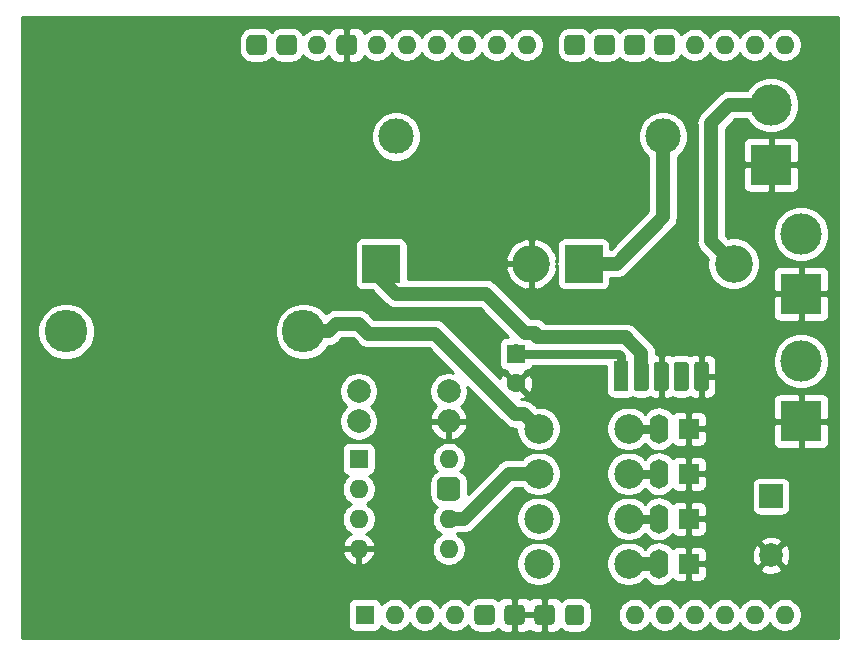
<source format=gbl>
G04 #@! TF.GenerationSoftware,KiCad,Pcbnew,5.1.5+dfsg1-2build2*
G04 #@! TF.CreationDate,2020-11-09T00:04:35+01:00*
G04 #@! TF.ProjectId,power-supply,706f7765-722d-4737-9570-706c792e6b69,rev?*
G04 #@! TF.SameCoordinates,PX292dfe0PY1f3f830*
G04 #@! TF.FileFunction,Copper,L2,Bot*
G04 #@! TF.FilePolarity,Positive*
%FSLAX46Y46*%
G04 Gerber Fmt 4.6, Leading zero omitted, Abs format (unit mm)*
G04 Created by KiCad (PCBNEW 5.1.5+dfsg1-2build2) date 2020-11-09 00:04:35*
%MOMM*%
%LPD*%
G04 APERTURE LIST*
%ADD10C,0.100000*%
%ADD11R,1.600000X1.600000*%
%ADD12O,1.600000X1.600000*%
%ADD13R,1.800000X1.800000*%
%ADD14O,1.600000X2.500000*%
%ADD15C,3.000000*%
%ADD16R,3.500120X3.500120*%
%ADD17C,3.500120*%
%ADD18C,2.500000*%
%ADD19C,2.000000*%
%ADD20O,2.000000X2.000000*%
%ADD21C,1.600000*%
%ADD22R,2.000000X2.000000*%
%ADD23O,3.200000X3.200000*%
%ADD24R,3.200000X3.200000*%
%ADD25C,3.600000*%
%ADD26R,1.275000X2.500000*%
%ADD27C,1.200000*%
%ADD28C,0.800000*%
%ADD29C,0.254000*%
G04 APERTURE END LIST*
G04 #@! TA.AperFunction,ComponentPad*
D10*
G36*
X21055637Y-2180095D02*
G01*
X21097864Y-2186358D01*
X21139274Y-2196731D01*
X21179467Y-2211112D01*
X21218058Y-2229364D01*
X21254673Y-2251311D01*
X21288961Y-2276740D01*
X21320591Y-2305409D01*
X21349260Y-2337039D01*
X21374689Y-2371327D01*
X21396636Y-2407942D01*
X21414888Y-2446533D01*
X21429269Y-2486726D01*
X21439642Y-2528136D01*
X21445905Y-2570363D01*
X21448000Y-2613000D01*
X21448000Y-3483000D01*
X21445905Y-3525637D01*
X21439642Y-3567864D01*
X21429269Y-3609274D01*
X21414888Y-3649467D01*
X21396636Y-3688058D01*
X21374689Y-3724673D01*
X21349260Y-3758961D01*
X21320591Y-3790591D01*
X21288961Y-3819260D01*
X21254673Y-3844689D01*
X21218058Y-3866636D01*
X21179467Y-3884888D01*
X21139274Y-3899269D01*
X21097864Y-3909642D01*
X21055637Y-3915905D01*
X21013000Y-3918000D01*
X20143000Y-3918000D01*
X20100363Y-3915905D01*
X20058136Y-3909642D01*
X20016726Y-3899269D01*
X19976533Y-3884888D01*
X19937942Y-3866636D01*
X19901327Y-3844689D01*
X19867039Y-3819260D01*
X19835409Y-3790591D01*
X19806740Y-3758961D01*
X19781311Y-3724673D01*
X19759364Y-3688058D01*
X19741112Y-3649467D01*
X19726731Y-3609274D01*
X19716358Y-3567864D01*
X19710095Y-3525637D01*
X19708000Y-3483000D01*
X19708000Y-2613000D01*
X19710095Y-2570363D01*
X19716358Y-2528136D01*
X19726731Y-2486726D01*
X19741112Y-2446533D01*
X19759364Y-2407942D01*
X19781311Y-2371327D01*
X19806740Y-2337039D01*
X19835409Y-2305409D01*
X19867039Y-2276740D01*
X19901327Y-2251311D01*
X19937942Y-2229364D01*
X19976533Y-2211112D01*
X20016726Y-2196731D01*
X20058136Y-2186358D01*
X20100363Y-2180095D01*
X20143000Y-2178000D01*
X21013000Y-2178000D01*
X21055637Y-2180095D01*
G37*
G04 #@! TD.AperFunction*
G04 #@! TA.AperFunction,ComponentPad*
G36*
X23595637Y-2180095D02*
G01*
X23637864Y-2186358D01*
X23679274Y-2196731D01*
X23719467Y-2211112D01*
X23758058Y-2229364D01*
X23794673Y-2251311D01*
X23828961Y-2276740D01*
X23860591Y-2305409D01*
X23889260Y-2337039D01*
X23914689Y-2371327D01*
X23936636Y-2407942D01*
X23954888Y-2446533D01*
X23969269Y-2486726D01*
X23979642Y-2528136D01*
X23985905Y-2570363D01*
X23988000Y-2613000D01*
X23988000Y-3483000D01*
X23985905Y-3525637D01*
X23979642Y-3567864D01*
X23969269Y-3609274D01*
X23954888Y-3649467D01*
X23936636Y-3688058D01*
X23914689Y-3724673D01*
X23889260Y-3758961D01*
X23860591Y-3790591D01*
X23828961Y-3819260D01*
X23794673Y-3844689D01*
X23758058Y-3866636D01*
X23719467Y-3884888D01*
X23679274Y-3899269D01*
X23637864Y-3909642D01*
X23595637Y-3915905D01*
X23553000Y-3918000D01*
X22683000Y-3918000D01*
X22640363Y-3915905D01*
X22598136Y-3909642D01*
X22556726Y-3899269D01*
X22516533Y-3884888D01*
X22477942Y-3866636D01*
X22441327Y-3844689D01*
X22407039Y-3819260D01*
X22375409Y-3790591D01*
X22346740Y-3758961D01*
X22321311Y-3724673D01*
X22299364Y-3688058D01*
X22281112Y-3649467D01*
X22266731Y-3609274D01*
X22256358Y-3567864D01*
X22250095Y-3525637D01*
X22248000Y-3483000D01*
X22248000Y-2613000D01*
X22250095Y-2570363D01*
X22256358Y-2528136D01*
X22266731Y-2486726D01*
X22281112Y-2446533D01*
X22299364Y-2407942D01*
X22321311Y-2371327D01*
X22346740Y-2337039D01*
X22375409Y-2305409D01*
X22407039Y-2276740D01*
X22441327Y-2251311D01*
X22477942Y-2229364D01*
X22516533Y-2211112D01*
X22556726Y-2196731D01*
X22598136Y-2186358D01*
X22640363Y-2180095D01*
X22683000Y-2178000D01*
X23553000Y-2178000D01*
X23595637Y-2180095D01*
G37*
G04 #@! TD.AperFunction*
D11*
X29718000Y-51308000D03*
D12*
X60198000Y-3048000D03*
X32258000Y-51308000D03*
X57658000Y-3048000D03*
X34798000Y-51308000D03*
G04 #@! TA.AperFunction,ComponentPad*
D10*
G36*
X55595637Y-2180095D02*
G01*
X55637864Y-2186358D01*
X55679274Y-2196731D01*
X55719467Y-2211112D01*
X55758058Y-2229364D01*
X55794673Y-2251311D01*
X55828961Y-2276740D01*
X55860591Y-2305409D01*
X55889260Y-2337039D01*
X55914689Y-2371327D01*
X55936636Y-2407942D01*
X55954888Y-2446533D01*
X55969269Y-2486726D01*
X55979642Y-2528136D01*
X55985905Y-2570363D01*
X55988000Y-2613000D01*
X55988000Y-3483000D01*
X55985905Y-3525637D01*
X55979642Y-3567864D01*
X55969269Y-3609274D01*
X55954888Y-3649467D01*
X55936636Y-3688058D01*
X55914689Y-3724673D01*
X55889260Y-3758961D01*
X55860591Y-3790591D01*
X55828961Y-3819260D01*
X55794673Y-3844689D01*
X55758058Y-3866636D01*
X55719467Y-3884888D01*
X55679274Y-3899269D01*
X55637864Y-3909642D01*
X55595637Y-3915905D01*
X55553000Y-3918000D01*
X54683000Y-3918000D01*
X54640363Y-3915905D01*
X54598136Y-3909642D01*
X54556726Y-3899269D01*
X54516533Y-3884888D01*
X54477942Y-3866636D01*
X54441327Y-3844689D01*
X54407039Y-3819260D01*
X54375409Y-3790591D01*
X54346740Y-3758961D01*
X54321311Y-3724673D01*
X54299364Y-3688058D01*
X54281112Y-3649467D01*
X54266731Y-3609274D01*
X54256358Y-3567864D01*
X54250095Y-3525637D01*
X54248000Y-3483000D01*
X54248000Y-2613000D01*
X54250095Y-2570363D01*
X54256358Y-2528136D01*
X54266731Y-2486726D01*
X54281112Y-2446533D01*
X54299364Y-2407942D01*
X54321311Y-2371327D01*
X54346740Y-2337039D01*
X54375409Y-2305409D01*
X54407039Y-2276740D01*
X54441327Y-2251311D01*
X54477942Y-2229364D01*
X54516533Y-2211112D01*
X54556726Y-2196731D01*
X54598136Y-2186358D01*
X54640363Y-2180095D01*
X54683000Y-2178000D01*
X55553000Y-2178000D01*
X55595637Y-2180095D01*
G37*
G04 #@! TD.AperFunction*
D12*
X37338000Y-51308000D03*
G04 #@! TA.AperFunction,ComponentPad*
D10*
G36*
X53055637Y-2180095D02*
G01*
X53097864Y-2186358D01*
X53139274Y-2196731D01*
X53179467Y-2211112D01*
X53218058Y-2229364D01*
X53254673Y-2251311D01*
X53288961Y-2276740D01*
X53320591Y-2305409D01*
X53349260Y-2337039D01*
X53374689Y-2371327D01*
X53396636Y-2407942D01*
X53414888Y-2446533D01*
X53429269Y-2486726D01*
X53439642Y-2528136D01*
X53445905Y-2570363D01*
X53448000Y-2613000D01*
X53448000Y-3483000D01*
X53445905Y-3525637D01*
X53439642Y-3567864D01*
X53429269Y-3609274D01*
X53414888Y-3649467D01*
X53396636Y-3688058D01*
X53374689Y-3724673D01*
X53349260Y-3758961D01*
X53320591Y-3790591D01*
X53288961Y-3819260D01*
X53254673Y-3844689D01*
X53218058Y-3866636D01*
X53179467Y-3884888D01*
X53139274Y-3899269D01*
X53097864Y-3909642D01*
X53055637Y-3915905D01*
X53013000Y-3918000D01*
X52143000Y-3918000D01*
X52100363Y-3915905D01*
X52058136Y-3909642D01*
X52016726Y-3899269D01*
X51976533Y-3884888D01*
X51937942Y-3866636D01*
X51901327Y-3844689D01*
X51867039Y-3819260D01*
X51835409Y-3790591D01*
X51806740Y-3758961D01*
X51781311Y-3724673D01*
X51759364Y-3688058D01*
X51741112Y-3649467D01*
X51726731Y-3609274D01*
X51716358Y-3567864D01*
X51710095Y-3525637D01*
X51708000Y-3483000D01*
X51708000Y-2613000D01*
X51710095Y-2570363D01*
X51716358Y-2528136D01*
X51726731Y-2486726D01*
X51741112Y-2446533D01*
X51759364Y-2407942D01*
X51781311Y-2371327D01*
X51806740Y-2337039D01*
X51835409Y-2305409D01*
X51867039Y-2276740D01*
X51901327Y-2251311D01*
X51937942Y-2229364D01*
X51976533Y-2211112D01*
X52016726Y-2196731D01*
X52058136Y-2186358D01*
X52100363Y-2180095D01*
X52143000Y-2178000D01*
X53013000Y-2178000D01*
X53055637Y-2180095D01*
G37*
G04 #@! TD.AperFunction*
G04 #@! TA.AperFunction,ComponentPad*
G36*
X40355637Y-50440095D02*
G01*
X40397864Y-50446358D01*
X40439274Y-50456731D01*
X40479467Y-50471112D01*
X40518058Y-50489364D01*
X40554673Y-50511311D01*
X40588961Y-50536740D01*
X40620591Y-50565409D01*
X40649260Y-50597039D01*
X40674689Y-50631327D01*
X40696636Y-50667942D01*
X40714888Y-50706533D01*
X40729269Y-50746726D01*
X40739642Y-50788136D01*
X40745905Y-50830363D01*
X40748000Y-50873000D01*
X40748000Y-51743000D01*
X40745905Y-51785637D01*
X40739642Y-51827864D01*
X40729269Y-51869274D01*
X40714888Y-51909467D01*
X40696636Y-51948058D01*
X40674689Y-51984673D01*
X40649260Y-52018961D01*
X40620591Y-52050591D01*
X40588961Y-52079260D01*
X40554673Y-52104689D01*
X40518058Y-52126636D01*
X40479467Y-52144888D01*
X40439274Y-52159269D01*
X40397864Y-52169642D01*
X40355637Y-52175905D01*
X40313000Y-52178000D01*
X39443000Y-52178000D01*
X39400363Y-52175905D01*
X39358136Y-52169642D01*
X39316726Y-52159269D01*
X39276533Y-52144888D01*
X39237942Y-52126636D01*
X39201327Y-52104689D01*
X39167039Y-52079260D01*
X39135409Y-52050591D01*
X39106740Y-52018961D01*
X39081311Y-51984673D01*
X39059364Y-51948058D01*
X39041112Y-51909467D01*
X39026731Y-51869274D01*
X39016358Y-51827864D01*
X39010095Y-51785637D01*
X39008000Y-51743000D01*
X39008000Y-50873000D01*
X39010095Y-50830363D01*
X39016358Y-50788136D01*
X39026731Y-50746726D01*
X39041112Y-50706533D01*
X39059364Y-50667942D01*
X39081311Y-50631327D01*
X39106740Y-50597039D01*
X39135409Y-50565409D01*
X39167039Y-50536740D01*
X39201327Y-50511311D01*
X39237942Y-50489364D01*
X39276533Y-50471112D01*
X39316726Y-50456731D01*
X39358136Y-50446358D01*
X39400363Y-50440095D01*
X39443000Y-50438000D01*
X40313000Y-50438000D01*
X40355637Y-50440095D01*
G37*
G04 #@! TD.AperFunction*
G04 #@! TA.AperFunction,ComponentPad*
G36*
X50515637Y-2180095D02*
G01*
X50557864Y-2186358D01*
X50599274Y-2196731D01*
X50639467Y-2211112D01*
X50678058Y-2229364D01*
X50714673Y-2251311D01*
X50748961Y-2276740D01*
X50780591Y-2305409D01*
X50809260Y-2337039D01*
X50834689Y-2371327D01*
X50856636Y-2407942D01*
X50874888Y-2446533D01*
X50889269Y-2486726D01*
X50899642Y-2528136D01*
X50905905Y-2570363D01*
X50908000Y-2613000D01*
X50908000Y-3483000D01*
X50905905Y-3525637D01*
X50899642Y-3567864D01*
X50889269Y-3609274D01*
X50874888Y-3649467D01*
X50856636Y-3688058D01*
X50834689Y-3724673D01*
X50809260Y-3758961D01*
X50780591Y-3790591D01*
X50748961Y-3819260D01*
X50714673Y-3844689D01*
X50678058Y-3866636D01*
X50639467Y-3884888D01*
X50599274Y-3899269D01*
X50557864Y-3909642D01*
X50515637Y-3915905D01*
X50473000Y-3918000D01*
X49603000Y-3918000D01*
X49560363Y-3915905D01*
X49518136Y-3909642D01*
X49476726Y-3899269D01*
X49436533Y-3884888D01*
X49397942Y-3866636D01*
X49361327Y-3844689D01*
X49327039Y-3819260D01*
X49295409Y-3790591D01*
X49266740Y-3758961D01*
X49241311Y-3724673D01*
X49219364Y-3688058D01*
X49201112Y-3649467D01*
X49186731Y-3609274D01*
X49176358Y-3567864D01*
X49170095Y-3525637D01*
X49168000Y-3483000D01*
X49168000Y-2613000D01*
X49170095Y-2570363D01*
X49176358Y-2528136D01*
X49186731Y-2486726D01*
X49201112Y-2446533D01*
X49219364Y-2407942D01*
X49241311Y-2371327D01*
X49266740Y-2337039D01*
X49295409Y-2305409D01*
X49327039Y-2276740D01*
X49361327Y-2251311D01*
X49397942Y-2229364D01*
X49436533Y-2211112D01*
X49476726Y-2196731D01*
X49518136Y-2186358D01*
X49560363Y-2180095D01*
X49603000Y-2178000D01*
X50473000Y-2178000D01*
X50515637Y-2180095D01*
G37*
G04 #@! TD.AperFunction*
G04 #@! TA.AperFunction,ComponentPad*
G36*
X42895637Y-50440095D02*
G01*
X42937864Y-50446358D01*
X42979274Y-50456731D01*
X43019467Y-50471112D01*
X43058058Y-50489364D01*
X43094673Y-50511311D01*
X43128961Y-50536740D01*
X43160591Y-50565409D01*
X43189260Y-50597039D01*
X43214689Y-50631327D01*
X43236636Y-50667942D01*
X43254888Y-50706533D01*
X43269269Y-50746726D01*
X43279642Y-50788136D01*
X43285905Y-50830363D01*
X43288000Y-50873000D01*
X43288000Y-51743000D01*
X43285905Y-51785637D01*
X43279642Y-51827864D01*
X43269269Y-51869274D01*
X43254888Y-51909467D01*
X43236636Y-51948058D01*
X43214689Y-51984673D01*
X43189260Y-52018961D01*
X43160591Y-52050591D01*
X43128961Y-52079260D01*
X43094673Y-52104689D01*
X43058058Y-52126636D01*
X43019467Y-52144888D01*
X42979274Y-52159269D01*
X42937864Y-52169642D01*
X42895637Y-52175905D01*
X42853000Y-52178000D01*
X41983000Y-52178000D01*
X41940363Y-52175905D01*
X41898136Y-52169642D01*
X41856726Y-52159269D01*
X41816533Y-52144888D01*
X41777942Y-52126636D01*
X41741327Y-52104689D01*
X41707039Y-52079260D01*
X41675409Y-52050591D01*
X41646740Y-52018961D01*
X41621311Y-51984673D01*
X41599364Y-51948058D01*
X41581112Y-51909467D01*
X41566731Y-51869274D01*
X41556358Y-51827864D01*
X41550095Y-51785637D01*
X41548000Y-51743000D01*
X41548000Y-50873000D01*
X41550095Y-50830363D01*
X41556358Y-50788136D01*
X41566731Y-50746726D01*
X41581112Y-50706533D01*
X41599364Y-50667942D01*
X41621311Y-50631327D01*
X41646740Y-50597039D01*
X41675409Y-50565409D01*
X41707039Y-50536740D01*
X41741327Y-50511311D01*
X41777942Y-50489364D01*
X41816533Y-50471112D01*
X41856726Y-50456731D01*
X41898136Y-50446358D01*
X41940363Y-50440095D01*
X41983000Y-50438000D01*
X42853000Y-50438000D01*
X42895637Y-50440095D01*
G37*
G04 #@! TD.AperFunction*
G04 #@! TA.AperFunction,ComponentPad*
G36*
X47975637Y-2180095D02*
G01*
X48017864Y-2186358D01*
X48059274Y-2196731D01*
X48099467Y-2211112D01*
X48138058Y-2229364D01*
X48174673Y-2251311D01*
X48208961Y-2276740D01*
X48240591Y-2305409D01*
X48269260Y-2337039D01*
X48294689Y-2371327D01*
X48316636Y-2407942D01*
X48334888Y-2446533D01*
X48349269Y-2486726D01*
X48359642Y-2528136D01*
X48365905Y-2570363D01*
X48368000Y-2613000D01*
X48368000Y-3483000D01*
X48365905Y-3525637D01*
X48359642Y-3567864D01*
X48349269Y-3609274D01*
X48334888Y-3649467D01*
X48316636Y-3688058D01*
X48294689Y-3724673D01*
X48269260Y-3758961D01*
X48240591Y-3790591D01*
X48208961Y-3819260D01*
X48174673Y-3844689D01*
X48138058Y-3866636D01*
X48099467Y-3884888D01*
X48059274Y-3899269D01*
X48017864Y-3909642D01*
X47975637Y-3915905D01*
X47933000Y-3918000D01*
X47063000Y-3918000D01*
X47020363Y-3915905D01*
X46978136Y-3909642D01*
X46936726Y-3899269D01*
X46896533Y-3884888D01*
X46857942Y-3866636D01*
X46821327Y-3844689D01*
X46787039Y-3819260D01*
X46755409Y-3790591D01*
X46726740Y-3758961D01*
X46701311Y-3724673D01*
X46679364Y-3688058D01*
X46661112Y-3649467D01*
X46646731Y-3609274D01*
X46636358Y-3567864D01*
X46630095Y-3525637D01*
X46628000Y-3483000D01*
X46628000Y-2613000D01*
X46630095Y-2570363D01*
X46636358Y-2528136D01*
X46646731Y-2486726D01*
X46661112Y-2446533D01*
X46679364Y-2407942D01*
X46701311Y-2371327D01*
X46726740Y-2337039D01*
X46755409Y-2305409D01*
X46787039Y-2276740D01*
X46821327Y-2251311D01*
X46857942Y-2229364D01*
X46896533Y-2211112D01*
X46936726Y-2196731D01*
X46978136Y-2186358D01*
X47020363Y-2180095D01*
X47063000Y-2178000D01*
X47933000Y-2178000D01*
X47975637Y-2180095D01*
G37*
G04 #@! TD.AperFunction*
G04 #@! TA.AperFunction,ComponentPad*
G36*
X45435637Y-50440095D02*
G01*
X45477864Y-50446358D01*
X45519274Y-50456731D01*
X45559467Y-50471112D01*
X45598058Y-50489364D01*
X45634673Y-50511311D01*
X45668961Y-50536740D01*
X45700591Y-50565409D01*
X45729260Y-50597039D01*
X45754689Y-50631327D01*
X45776636Y-50667942D01*
X45794888Y-50706533D01*
X45809269Y-50746726D01*
X45819642Y-50788136D01*
X45825905Y-50830363D01*
X45828000Y-50873000D01*
X45828000Y-51743000D01*
X45825905Y-51785637D01*
X45819642Y-51827864D01*
X45809269Y-51869274D01*
X45794888Y-51909467D01*
X45776636Y-51948058D01*
X45754689Y-51984673D01*
X45729260Y-52018961D01*
X45700591Y-52050591D01*
X45668961Y-52079260D01*
X45634673Y-52104689D01*
X45598058Y-52126636D01*
X45559467Y-52144888D01*
X45519274Y-52159269D01*
X45477864Y-52169642D01*
X45435637Y-52175905D01*
X45393000Y-52178000D01*
X44523000Y-52178000D01*
X44480363Y-52175905D01*
X44438136Y-52169642D01*
X44396726Y-52159269D01*
X44356533Y-52144888D01*
X44317942Y-52126636D01*
X44281327Y-52104689D01*
X44247039Y-52079260D01*
X44215409Y-52050591D01*
X44186740Y-52018961D01*
X44161311Y-51984673D01*
X44139364Y-51948058D01*
X44121112Y-51909467D01*
X44106731Y-51869274D01*
X44096358Y-51827864D01*
X44090095Y-51785637D01*
X44088000Y-51743000D01*
X44088000Y-50873000D01*
X44090095Y-50830363D01*
X44096358Y-50788136D01*
X44106731Y-50746726D01*
X44121112Y-50706533D01*
X44139364Y-50667942D01*
X44161311Y-50631327D01*
X44186740Y-50597039D01*
X44215409Y-50565409D01*
X44247039Y-50536740D01*
X44281327Y-50511311D01*
X44317942Y-50489364D01*
X44356533Y-50471112D01*
X44396726Y-50456731D01*
X44438136Y-50446358D01*
X44480363Y-50440095D01*
X44523000Y-50438000D01*
X45393000Y-50438000D01*
X45435637Y-50440095D01*
G37*
G04 #@! TD.AperFunction*
D12*
X43438000Y-3048000D03*
G04 #@! TA.AperFunction,ComponentPad*
D10*
G36*
X47937207Y-50439926D02*
G01*
X47976036Y-50445686D01*
X48014114Y-50455224D01*
X48051073Y-50468448D01*
X48086559Y-50485231D01*
X48120228Y-50505412D01*
X48151757Y-50528796D01*
X48180843Y-50555157D01*
X48207204Y-50584243D01*
X48230588Y-50615772D01*
X48250769Y-50649441D01*
X48267552Y-50684927D01*
X48280776Y-50721886D01*
X48290314Y-50759964D01*
X48296074Y-50798793D01*
X48298000Y-50838000D01*
X48298000Y-51778000D01*
X48296074Y-51817207D01*
X48290314Y-51856036D01*
X48280776Y-51894114D01*
X48267552Y-51931073D01*
X48250769Y-51966559D01*
X48230588Y-52000228D01*
X48207204Y-52031757D01*
X48180843Y-52060843D01*
X48151757Y-52087204D01*
X48120228Y-52110588D01*
X48086559Y-52130769D01*
X48051073Y-52147552D01*
X48014114Y-52160776D01*
X47976036Y-52170314D01*
X47937207Y-52176074D01*
X47898000Y-52178000D01*
X47098000Y-52178000D01*
X47058793Y-52176074D01*
X47019964Y-52170314D01*
X46981886Y-52160776D01*
X46944927Y-52147552D01*
X46909441Y-52130769D01*
X46875772Y-52110588D01*
X46844243Y-52087204D01*
X46815157Y-52060843D01*
X46788796Y-52031757D01*
X46765412Y-52000228D01*
X46745231Y-51966559D01*
X46728448Y-51931073D01*
X46715224Y-51894114D01*
X46705686Y-51856036D01*
X46699926Y-51817207D01*
X46698000Y-51778000D01*
X46698000Y-50838000D01*
X46699926Y-50798793D01*
X46705686Y-50759964D01*
X46715224Y-50721886D01*
X46728448Y-50684927D01*
X46745231Y-50649441D01*
X46765412Y-50615772D01*
X46788796Y-50584243D01*
X46815157Y-50555157D01*
X46844243Y-50528796D01*
X46875772Y-50505412D01*
X46909441Y-50485231D01*
X46944927Y-50468448D01*
X46981886Y-50455224D01*
X47019964Y-50445686D01*
X47058793Y-50439926D01*
X47098000Y-50438000D01*
X47898000Y-50438000D01*
X47937207Y-50439926D01*
G37*
G04 #@! TD.AperFunction*
D12*
X40898000Y-3048000D03*
X52578000Y-51308000D03*
X38358000Y-3048000D03*
X55118000Y-51308000D03*
X35818000Y-3048000D03*
X57658000Y-51308000D03*
X33278000Y-3048000D03*
X60198000Y-51308000D03*
X30738000Y-3048000D03*
X62738000Y-51308000D03*
G04 #@! TA.AperFunction,ComponentPad*
D10*
G36*
X28675637Y-2180095D02*
G01*
X28717864Y-2186358D01*
X28759274Y-2196731D01*
X28799467Y-2211112D01*
X28838058Y-2229364D01*
X28874673Y-2251311D01*
X28908961Y-2276740D01*
X28940591Y-2305409D01*
X28969260Y-2337039D01*
X28994689Y-2371327D01*
X29016636Y-2407942D01*
X29034888Y-2446533D01*
X29049269Y-2486726D01*
X29059642Y-2528136D01*
X29065905Y-2570363D01*
X29068000Y-2613000D01*
X29068000Y-3483000D01*
X29065905Y-3525637D01*
X29059642Y-3567864D01*
X29049269Y-3609274D01*
X29034888Y-3649467D01*
X29016636Y-3688058D01*
X28994689Y-3724673D01*
X28969260Y-3758961D01*
X28940591Y-3790591D01*
X28908961Y-3819260D01*
X28874673Y-3844689D01*
X28838058Y-3866636D01*
X28799467Y-3884888D01*
X28759274Y-3899269D01*
X28717864Y-3909642D01*
X28675637Y-3915905D01*
X28633000Y-3918000D01*
X27763000Y-3918000D01*
X27720363Y-3915905D01*
X27678136Y-3909642D01*
X27636726Y-3899269D01*
X27596533Y-3884888D01*
X27557942Y-3866636D01*
X27521327Y-3844689D01*
X27487039Y-3819260D01*
X27455409Y-3790591D01*
X27426740Y-3758961D01*
X27401311Y-3724673D01*
X27379364Y-3688058D01*
X27361112Y-3649467D01*
X27346731Y-3609274D01*
X27336358Y-3567864D01*
X27330095Y-3525637D01*
X27328000Y-3483000D01*
X27328000Y-2613000D01*
X27330095Y-2570363D01*
X27336358Y-2528136D01*
X27346731Y-2486726D01*
X27361112Y-2446533D01*
X27379364Y-2407942D01*
X27401311Y-2371327D01*
X27426740Y-2337039D01*
X27455409Y-2305409D01*
X27487039Y-2276740D01*
X27521327Y-2251311D01*
X27557942Y-2229364D01*
X27596533Y-2211112D01*
X27636726Y-2196731D01*
X27678136Y-2186358D01*
X27720363Y-2180095D01*
X27763000Y-2178000D01*
X28633000Y-2178000D01*
X28675637Y-2180095D01*
G37*
G04 #@! TD.AperFunction*
D12*
X65278000Y-51308000D03*
X25658000Y-3048000D03*
X65278000Y-3048000D03*
X62738000Y-3048000D03*
D13*
X57150000Y-46990000D03*
D14*
X54610000Y-46990000D03*
D13*
X57150000Y-43180000D03*
D14*
X54610000Y-43180000D03*
X54610000Y-35560000D03*
D13*
X57150000Y-35560000D03*
D14*
X54610000Y-39370000D03*
D13*
X57150000Y-39370000D03*
D15*
X32385000Y-10795000D03*
X54985000Y-10795000D03*
D16*
X64135000Y-13208000D03*
D17*
X64135000Y-8128000D03*
D16*
X66675000Y-24130000D03*
D17*
X66675000Y-19050000D03*
X66675000Y-29845000D03*
D16*
X66675000Y-34925000D03*
D11*
X29210000Y-38100000D03*
D12*
X36830000Y-45720000D03*
X29210000Y-40640000D03*
X36830000Y-43180000D03*
X29210000Y-43180000D03*
G04 #@! TA.AperFunction,ComponentPad*
D10*
G36*
X37379009Y-39642408D02*
G01*
X37427545Y-39649607D01*
X37475142Y-39661530D01*
X37521342Y-39678060D01*
X37565698Y-39699039D01*
X37607785Y-39724265D01*
X37647197Y-39753495D01*
X37683553Y-39786447D01*
X37716505Y-39822803D01*
X37745735Y-39862215D01*
X37770961Y-39904302D01*
X37791940Y-39948658D01*
X37808470Y-39994858D01*
X37820393Y-40042455D01*
X37827592Y-40090991D01*
X37830000Y-40140000D01*
X37830000Y-41140000D01*
X37827592Y-41189009D01*
X37820393Y-41237545D01*
X37808470Y-41285142D01*
X37791940Y-41331342D01*
X37770961Y-41375698D01*
X37745735Y-41417785D01*
X37716505Y-41457197D01*
X37683553Y-41493553D01*
X37647197Y-41526505D01*
X37607785Y-41555735D01*
X37565698Y-41580961D01*
X37521342Y-41601940D01*
X37475142Y-41618470D01*
X37427545Y-41630393D01*
X37379009Y-41637592D01*
X37330000Y-41640000D01*
X36330000Y-41640000D01*
X36280991Y-41637592D01*
X36232455Y-41630393D01*
X36184858Y-41618470D01*
X36138658Y-41601940D01*
X36094302Y-41580961D01*
X36052215Y-41555735D01*
X36012803Y-41526505D01*
X35976447Y-41493553D01*
X35943495Y-41457197D01*
X35914265Y-41417785D01*
X35889039Y-41375698D01*
X35868060Y-41331342D01*
X35851530Y-41285142D01*
X35839607Y-41237545D01*
X35832408Y-41189009D01*
X35830000Y-41140000D01*
X35830000Y-40140000D01*
X35832408Y-40090991D01*
X35839607Y-40042455D01*
X35851530Y-39994858D01*
X35868060Y-39948658D01*
X35889039Y-39904302D01*
X35914265Y-39862215D01*
X35943495Y-39822803D01*
X35976447Y-39786447D01*
X36012803Y-39753495D01*
X36052215Y-39724265D01*
X36094302Y-39699039D01*
X36138658Y-39678060D01*
X36184858Y-39661530D01*
X36232455Y-39649607D01*
X36280991Y-39642408D01*
X36330000Y-39640000D01*
X37330000Y-39640000D01*
X37379009Y-39642408D01*
G37*
G04 #@! TD.AperFunction*
D12*
X29210000Y-45720000D03*
X36830000Y-38100000D03*
D18*
X52070000Y-43180000D03*
X44450000Y-43180000D03*
X52070000Y-46990000D03*
X44450000Y-46990000D03*
X52070000Y-39370000D03*
X44450000Y-39370000D03*
X44450000Y-35560000D03*
X52070000Y-35560000D03*
D19*
X29210000Y-32385000D03*
X36830000Y-32385000D03*
X29210000Y-34925000D03*
D20*
X36830000Y-34925000D03*
D11*
X42545000Y-29210000D03*
D21*
X42545000Y-31710000D03*
D22*
X64135000Y-41275000D03*
D19*
X64135000Y-46275000D03*
D23*
X60960000Y-21590000D03*
D24*
X48260000Y-21590000D03*
X31115000Y-21590000D03*
D23*
X43815000Y-21590000D03*
D25*
X4445000Y-27305000D03*
X24545000Y-27305000D03*
D26*
X51435000Y-31115000D03*
G04 #@! TA.AperFunction,ComponentPad*
D10*
G36*
X53484993Y-29866535D02*
G01*
X53515935Y-29871125D01*
X53546278Y-29878725D01*
X53575730Y-29889263D01*
X53604008Y-29902638D01*
X53630838Y-29918719D01*
X53655963Y-29937353D01*
X53679140Y-29958360D01*
X53700147Y-29981537D01*
X53718781Y-30006662D01*
X53734862Y-30033492D01*
X53748237Y-30061770D01*
X53758775Y-30091222D01*
X53766375Y-30121565D01*
X53770965Y-30152507D01*
X53772500Y-30183750D01*
X53772500Y-32046250D01*
X53770965Y-32077493D01*
X53766375Y-32108435D01*
X53758775Y-32138778D01*
X53748237Y-32168230D01*
X53734862Y-32196508D01*
X53718781Y-32223338D01*
X53700147Y-32248463D01*
X53679140Y-32271640D01*
X53655963Y-32292647D01*
X53630838Y-32311281D01*
X53604008Y-32327362D01*
X53575730Y-32340737D01*
X53546278Y-32351275D01*
X53515935Y-32358875D01*
X53484993Y-32363465D01*
X53453750Y-32365000D01*
X52816250Y-32365000D01*
X52785007Y-32363465D01*
X52754065Y-32358875D01*
X52723722Y-32351275D01*
X52694270Y-32340737D01*
X52665992Y-32327362D01*
X52639162Y-32311281D01*
X52614037Y-32292647D01*
X52590860Y-32271640D01*
X52569853Y-32248463D01*
X52551219Y-32223338D01*
X52535138Y-32196508D01*
X52521763Y-32168230D01*
X52511225Y-32138778D01*
X52503625Y-32108435D01*
X52499035Y-32077493D01*
X52497500Y-32046250D01*
X52497500Y-30183750D01*
X52499035Y-30152507D01*
X52503625Y-30121565D01*
X52511225Y-30091222D01*
X52521763Y-30061770D01*
X52535138Y-30033492D01*
X52551219Y-30006662D01*
X52569853Y-29981537D01*
X52590860Y-29958360D01*
X52614037Y-29937353D01*
X52639162Y-29918719D01*
X52665992Y-29902638D01*
X52694270Y-29889263D01*
X52723722Y-29878725D01*
X52754065Y-29871125D01*
X52785007Y-29866535D01*
X52816250Y-29865000D01*
X53453750Y-29865000D01*
X53484993Y-29866535D01*
G37*
G04 #@! TD.AperFunction*
G04 #@! TA.AperFunction,ComponentPad*
G36*
X55184993Y-29866535D02*
G01*
X55215935Y-29871125D01*
X55246278Y-29878725D01*
X55275730Y-29889263D01*
X55304008Y-29902638D01*
X55330838Y-29918719D01*
X55355963Y-29937353D01*
X55379140Y-29958360D01*
X55400147Y-29981537D01*
X55418781Y-30006662D01*
X55434862Y-30033492D01*
X55448237Y-30061770D01*
X55458775Y-30091222D01*
X55466375Y-30121565D01*
X55470965Y-30152507D01*
X55472500Y-30183750D01*
X55472500Y-32046250D01*
X55470965Y-32077493D01*
X55466375Y-32108435D01*
X55458775Y-32138778D01*
X55448237Y-32168230D01*
X55434862Y-32196508D01*
X55418781Y-32223338D01*
X55400147Y-32248463D01*
X55379140Y-32271640D01*
X55355963Y-32292647D01*
X55330838Y-32311281D01*
X55304008Y-32327362D01*
X55275730Y-32340737D01*
X55246278Y-32351275D01*
X55215935Y-32358875D01*
X55184993Y-32363465D01*
X55153750Y-32365000D01*
X54516250Y-32365000D01*
X54485007Y-32363465D01*
X54454065Y-32358875D01*
X54423722Y-32351275D01*
X54394270Y-32340737D01*
X54365992Y-32327362D01*
X54339162Y-32311281D01*
X54314037Y-32292647D01*
X54290860Y-32271640D01*
X54269853Y-32248463D01*
X54251219Y-32223338D01*
X54235138Y-32196508D01*
X54221763Y-32168230D01*
X54211225Y-32138778D01*
X54203625Y-32108435D01*
X54199035Y-32077493D01*
X54197500Y-32046250D01*
X54197500Y-30183750D01*
X54199035Y-30152507D01*
X54203625Y-30121565D01*
X54211225Y-30091222D01*
X54221763Y-30061770D01*
X54235138Y-30033492D01*
X54251219Y-30006662D01*
X54269853Y-29981537D01*
X54290860Y-29958360D01*
X54314037Y-29937353D01*
X54339162Y-29918719D01*
X54365992Y-29902638D01*
X54394270Y-29889263D01*
X54423722Y-29878725D01*
X54454065Y-29871125D01*
X54485007Y-29866535D01*
X54516250Y-29865000D01*
X55153750Y-29865000D01*
X55184993Y-29866535D01*
G37*
G04 #@! TD.AperFunction*
G04 #@! TA.AperFunction,ComponentPad*
G36*
X56884993Y-29866535D02*
G01*
X56915935Y-29871125D01*
X56946278Y-29878725D01*
X56975730Y-29889263D01*
X57004008Y-29902638D01*
X57030838Y-29918719D01*
X57055963Y-29937353D01*
X57079140Y-29958360D01*
X57100147Y-29981537D01*
X57118781Y-30006662D01*
X57134862Y-30033492D01*
X57148237Y-30061770D01*
X57158775Y-30091222D01*
X57166375Y-30121565D01*
X57170965Y-30152507D01*
X57172500Y-30183750D01*
X57172500Y-32046250D01*
X57170965Y-32077493D01*
X57166375Y-32108435D01*
X57158775Y-32138778D01*
X57148237Y-32168230D01*
X57134862Y-32196508D01*
X57118781Y-32223338D01*
X57100147Y-32248463D01*
X57079140Y-32271640D01*
X57055963Y-32292647D01*
X57030838Y-32311281D01*
X57004008Y-32327362D01*
X56975730Y-32340737D01*
X56946278Y-32351275D01*
X56915935Y-32358875D01*
X56884993Y-32363465D01*
X56853750Y-32365000D01*
X56216250Y-32365000D01*
X56185007Y-32363465D01*
X56154065Y-32358875D01*
X56123722Y-32351275D01*
X56094270Y-32340737D01*
X56065992Y-32327362D01*
X56039162Y-32311281D01*
X56014037Y-32292647D01*
X55990860Y-32271640D01*
X55969853Y-32248463D01*
X55951219Y-32223338D01*
X55935138Y-32196508D01*
X55921763Y-32168230D01*
X55911225Y-32138778D01*
X55903625Y-32108435D01*
X55899035Y-32077493D01*
X55897500Y-32046250D01*
X55897500Y-30183750D01*
X55899035Y-30152507D01*
X55903625Y-30121565D01*
X55911225Y-30091222D01*
X55921763Y-30061770D01*
X55935138Y-30033492D01*
X55951219Y-30006662D01*
X55969853Y-29981537D01*
X55990860Y-29958360D01*
X56014037Y-29937353D01*
X56039162Y-29918719D01*
X56065992Y-29902638D01*
X56094270Y-29889263D01*
X56123722Y-29878725D01*
X56154065Y-29871125D01*
X56185007Y-29866535D01*
X56216250Y-29865000D01*
X56853750Y-29865000D01*
X56884993Y-29866535D01*
G37*
G04 #@! TD.AperFunction*
G04 #@! TA.AperFunction,ComponentPad*
G36*
X58584993Y-29866535D02*
G01*
X58615935Y-29871125D01*
X58646278Y-29878725D01*
X58675730Y-29889263D01*
X58704008Y-29902638D01*
X58730838Y-29918719D01*
X58755963Y-29937353D01*
X58779140Y-29958360D01*
X58800147Y-29981537D01*
X58818781Y-30006662D01*
X58834862Y-30033492D01*
X58848237Y-30061770D01*
X58858775Y-30091222D01*
X58866375Y-30121565D01*
X58870965Y-30152507D01*
X58872500Y-30183750D01*
X58872500Y-32046250D01*
X58870965Y-32077493D01*
X58866375Y-32108435D01*
X58858775Y-32138778D01*
X58848237Y-32168230D01*
X58834862Y-32196508D01*
X58818781Y-32223338D01*
X58800147Y-32248463D01*
X58779140Y-32271640D01*
X58755963Y-32292647D01*
X58730838Y-32311281D01*
X58704008Y-32327362D01*
X58675730Y-32340737D01*
X58646278Y-32351275D01*
X58615935Y-32358875D01*
X58584993Y-32363465D01*
X58553750Y-32365000D01*
X57916250Y-32365000D01*
X57885007Y-32363465D01*
X57854065Y-32358875D01*
X57823722Y-32351275D01*
X57794270Y-32340737D01*
X57765992Y-32327362D01*
X57739162Y-32311281D01*
X57714037Y-32292647D01*
X57690860Y-32271640D01*
X57669853Y-32248463D01*
X57651219Y-32223338D01*
X57635138Y-32196508D01*
X57621763Y-32168230D01*
X57611225Y-32138778D01*
X57603625Y-32108435D01*
X57599035Y-32077493D01*
X57597500Y-32046250D01*
X57597500Y-30183750D01*
X57599035Y-30152507D01*
X57603625Y-30121565D01*
X57611225Y-30091222D01*
X57621763Y-30061770D01*
X57635138Y-30033492D01*
X57651219Y-30006662D01*
X57669853Y-29981537D01*
X57690860Y-29958360D01*
X57714037Y-29937353D01*
X57739162Y-29918719D01*
X57765992Y-29902638D01*
X57794270Y-29889263D01*
X57823722Y-29878725D01*
X57854065Y-29871125D01*
X57885007Y-29866535D01*
X57916250Y-29865000D01*
X58553750Y-29865000D01*
X58584993Y-29866535D01*
G37*
G04 #@! TD.AperFunction*
D27*
X64135000Y-8128000D02*
X60579000Y-8128000D01*
X60579000Y-8128000D02*
X59055000Y-9652000D01*
X59055000Y-19685000D02*
X60960000Y-21590000D01*
X59055000Y-9652000D02*
X59055000Y-19685000D01*
X31115000Y-22860000D02*
X31115000Y-21590000D01*
X32385000Y-24130000D02*
X31115000Y-22860000D01*
X40005000Y-24130000D02*
X32385000Y-24130000D01*
X44345001Y-27809990D02*
X44345001Y-27609999D01*
X51809903Y-27809990D02*
X44345001Y-27809990D01*
X44345001Y-27609999D02*
X44145001Y-27409999D01*
X52014894Y-28014981D02*
X51809903Y-27809990D01*
X52014913Y-28014981D02*
X52014894Y-28014981D01*
X53135000Y-29135068D02*
X52014913Y-28014981D01*
X43284999Y-27409999D02*
X40005000Y-24130000D01*
X44145001Y-27409999D02*
X43284999Y-27409999D01*
X53135000Y-31115000D02*
X53135000Y-29135068D01*
X54610000Y-46990000D02*
X52070000Y-46990000D01*
D28*
X44450000Y-46990000D02*
X44196000Y-46990000D01*
X51230000Y-29210000D02*
X51435000Y-29415000D01*
X42545000Y-29210000D02*
X51230000Y-29210000D01*
X51435010Y-29414990D02*
X51435000Y-29415000D01*
X51435000Y-29415000D02*
X51435000Y-31115000D01*
D27*
X42545000Y-29210000D02*
X42545000Y-28932755D01*
X43200001Y-34310001D02*
X44450000Y-35560000D01*
X42480999Y-34310001D02*
X43200001Y-34310001D01*
X35675998Y-27505000D02*
X42480999Y-34310001D01*
X30045000Y-27505000D02*
X35675998Y-27505000D01*
X29210000Y-26670000D02*
X30045000Y-27505000D01*
X27305000Y-26670000D02*
X29210000Y-26670000D01*
X26670000Y-27305000D02*
X27305000Y-26670000D01*
X24545000Y-27305000D02*
X26670000Y-27305000D01*
X54985000Y-12916320D02*
X54985000Y-10795000D01*
X54985000Y-17665000D02*
X54985000Y-12916320D01*
X51060000Y-21590000D02*
X54985000Y-17665000D01*
X48260000Y-21590000D02*
X51060000Y-21590000D01*
D28*
X54610000Y-43180000D02*
X52070000Y-43180000D01*
X54610000Y-35560000D02*
X52070000Y-35560000D01*
X54610000Y-39370000D02*
X52070000Y-39370000D01*
D27*
X38100000Y-43180000D02*
X36830000Y-43180000D01*
X41910000Y-39370000D02*
X38100000Y-43180000D01*
X44450000Y-39370000D02*
X41910000Y-39370000D01*
D29*
G36*
X69775000Y-15909876D02*
G01*
X69775001Y-15909886D01*
X69775000Y-53265000D01*
X710000Y-53265000D01*
X710000Y-50508000D01*
X28279928Y-50508000D01*
X28279928Y-52108000D01*
X28292188Y-52232482D01*
X28328498Y-52352180D01*
X28387463Y-52462494D01*
X28466815Y-52559185D01*
X28563506Y-52638537D01*
X28673820Y-52697502D01*
X28793518Y-52733812D01*
X28918000Y-52746072D01*
X30518000Y-52746072D01*
X30642482Y-52733812D01*
X30762180Y-52697502D01*
X30872494Y-52638537D01*
X30969185Y-52559185D01*
X31048537Y-52462494D01*
X31107502Y-52352180D01*
X31143812Y-52232482D01*
X31144643Y-52224039D01*
X31343241Y-52422637D01*
X31578273Y-52579680D01*
X31839426Y-52687853D01*
X32116665Y-52743000D01*
X32399335Y-52743000D01*
X32676574Y-52687853D01*
X32937727Y-52579680D01*
X33172759Y-52422637D01*
X33372637Y-52222759D01*
X33528000Y-51990241D01*
X33683363Y-52222759D01*
X33883241Y-52422637D01*
X34118273Y-52579680D01*
X34379426Y-52687853D01*
X34656665Y-52743000D01*
X34939335Y-52743000D01*
X35216574Y-52687853D01*
X35477727Y-52579680D01*
X35712759Y-52422637D01*
X35912637Y-52222759D01*
X36068000Y-51990241D01*
X36223363Y-52222759D01*
X36423241Y-52422637D01*
X36658273Y-52579680D01*
X36919426Y-52687853D01*
X37196665Y-52743000D01*
X37479335Y-52743000D01*
X37756574Y-52687853D01*
X38017727Y-52579680D01*
X38252759Y-52422637D01*
X38452637Y-52222759D01*
X38472590Y-52192897D01*
X38550773Y-52339167D01*
X38684224Y-52501776D01*
X38846833Y-52635227D01*
X39032353Y-52734389D01*
X39233654Y-52795453D01*
X39443000Y-52816072D01*
X40313000Y-52816072D01*
X40522346Y-52795453D01*
X40723647Y-52734389D01*
X40909167Y-52635227D01*
X41024258Y-52540774D01*
X41096815Y-52629185D01*
X41193506Y-52708537D01*
X41303820Y-52767502D01*
X41423518Y-52803812D01*
X41548000Y-52816072D01*
X42132250Y-52813000D01*
X42291000Y-52654250D01*
X42291000Y-51435000D01*
X42545000Y-51435000D01*
X42545000Y-52654250D01*
X42703750Y-52813000D01*
X43288000Y-52816072D01*
X43412482Y-52803812D01*
X43532180Y-52767502D01*
X43642494Y-52708537D01*
X43688000Y-52671191D01*
X43733506Y-52708537D01*
X43843820Y-52767502D01*
X43963518Y-52803812D01*
X44088000Y-52816072D01*
X44672250Y-52813000D01*
X44831000Y-52654250D01*
X44831000Y-51435000D01*
X42545000Y-51435000D01*
X42291000Y-51435000D01*
X42271000Y-51435000D01*
X42271000Y-51181000D01*
X42291000Y-51181000D01*
X42291000Y-49961750D01*
X42545000Y-49961750D01*
X42545000Y-51181000D01*
X44831000Y-51181000D01*
X44831000Y-49961750D01*
X45085000Y-49961750D01*
X45085000Y-51181000D01*
X45105000Y-51181000D01*
X45105000Y-51435000D01*
X45085000Y-51435000D01*
X45085000Y-52654250D01*
X45243750Y-52813000D01*
X45828000Y-52816072D01*
X45952482Y-52803812D01*
X46072180Y-52767502D01*
X46182494Y-52708537D01*
X46279185Y-52629185D01*
X46358537Y-52532494D01*
X46367798Y-52515168D01*
X46521278Y-52641125D01*
X46700747Y-52737053D01*
X46895482Y-52796126D01*
X47098000Y-52816072D01*
X47898000Y-52816072D01*
X48100518Y-52796126D01*
X48295253Y-52737053D01*
X48474722Y-52641125D01*
X48632028Y-52512028D01*
X48761125Y-52354722D01*
X48857053Y-52175253D01*
X48916126Y-51980518D01*
X48936072Y-51778000D01*
X48936072Y-51166665D01*
X51143000Y-51166665D01*
X51143000Y-51449335D01*
X51198147Y-51726574D01*
X51306320Y-51987727D01*
X51463363Y-52222759D01*
X51663241Y-52422637D01*
X51898273Y-52579680D01*
X52159426Y-52687853D01*
X52436665Y-52743000D01*
X52719335Y-52743000D01*
X52996574Y-52687853D01*
X53257727Y-52579680D01*
X53492759Y-52422637D01*
X53692637Y-52222759D01*
X53848000Y-51990241D01*
X54003363Y-52222759D01*
X54203241Y-52422637D01*
X54438273Y-52579680D01*
X54699426Y-52687853D01*
X54976665Y-52743000D01*
X55259335Y-52743000D01*
X55536574Y-52687853D01*
X55797727Y-52579680D01*
X56032759Y-52422637D01*
X56232637Y-52222759D01*
X56388000Y-51990241D01*
X56543363Y-52222759D01*
X56743241Y-52422637D01*
X56978273Y-52579680D01*
X57239426Y-52687853D01*
X57516665Y-52743000D01*
X57799335Y-52743000D01*
X58076574Y-52687853D01*
X58337727Y-52579680D01*
X58572759Y-52422637D01*
X58772637Y-52222759D01*
X58928000Y-51990241D01*
X59083363Y-52222759D01*
X59283241Y-52422637D01*
X59518273Y-52579680D01*
X59779426Y-52687853D01*
X60056665Y-52743000D01*
X60339335Y-52743000D01*
X60616574Y-52687853D01*
X60877727Y-52579680D01*
X61112759Y-52422637D01*
X61312637Y-52222759D01*
X61468000Y-51990241D01*
X61623363Y-52222759D01*
X61823241Y-52422637D01*
X62058273Y-52579680D01*
X62319426Y-52687853D01*
X62596665Y-52743000D01*
X62879335Y-52743000D01*
X63156574Y-52687853D01*
X63417727Y-52579680D01*
X63652759Y-52422637D01*
X63852637Y-52222759D01*
X64008000Y-51990241D01*
X64163363Y-52222759D01*
X64363241Y-52422637D01*
X64598273Y-52579680D01*
X64859426Y-52687853D01*
X65136665Y-52743000D01*
X65419335Y-52743000D01*
X65696574Y-52687853D01*
X65957727Y-52579680D01*
X66192759Y-52422637D01*
X66392637Y-52222759D01*
X66549680Y-51987727D01*
X66657853Y-51726574D01*
X66713000Y-51449335D01*
X66713000Y-51166665D01*
X66657853Y-50889426D01*
X66549680Y-50628273D01*
X66392637Y-50393241D01*
X66192759Y-50193363D01*
X65957727Y-50036320D01*
X65696574Y-49928147D01*
X65419335Y-49873000D01*
X65136665Y-49873000D01*
X64859426Y-49928147D01*
X64598273Y-50036320D01*
X64363241Y-50193363D01*
X64163363Y-50393241D01*
X64008000Y-50625759D01*
X63852637Y-50393241D01*
X63652759Y-50193363D01*
X63417727Y-50036320D01*
X63156574Y-49928147D01*
X62879335Y-49873000D01*
X62596665Y-49873000D01*
X62319426Y-49928147D01*
X62058273Y-50036320D01*
X61823241Y-50193363D01*
X61623363Y-50393241D01*
X61468000Y-50625759D01*
X61312637Y-50393241D01*
X61112759Y-50193363D01*
X60877727Y-50036320D01*
X60616574Y-49928147D01*
X60339335Y-49873000D01*
X60056665Y-49873000D01*
X59779426Y-49928147D01*
X59518273Y-50036320D01*
X59283241Y-50193363D01*
X59083363Y-50393241D01*
X58928000Y-50625759D01*
X58772637Y-50393241D01*
X58572759Y-50193363D01*
X58337727Y-50036320D01*
X58076574Y-49928147D01*
X57799335Y-49873000D01*
X57516665Y-49873000D01*
X57239426Y-49928147D01*
X56978273Y-50036320D01*
X56743241Y-50193363D01*
X56543363Y-50393241D01*
X56388000Y-50625759D01*
X56232637Y-50393241D01*
X56032759Y-50193363D01*
X55797727Y-50036320D01*
X55536574Y-49928147D01*
X55259335Y-49873000D01*
X54976665Y-49873000D01*
X54699426Y-49928147D01*
X54438273Y-50036320D01*
X54203241Y-50193363D01*
X54003363Y-50393241D01*
X53848000Y-50625759D01*
X53692637Y-50393241D01*
X53492759Y-50193363D01*
X53257727Y-50036320D01*
X52996574Y-49928147D01*
X52719335Y-49873000D01*
X52436665Y-49873000D01*
X52159426Y-49928147D01*
X51898273Y-50036320D01*
X51663241Y-50193363D01*
X51463363Y-50393241D01*
X51306320Y-50628273D01*
X51198147Y-50889426D01*
X51143000Y-51166665D01*
X48936072Y-51166665D01*
X48936072Y-50838000D01*
X48916126Y-50635482D01*
X48857053Y-50440747D01*
X48761125Y-50261278D01*
X48632028Y-50103972D01*
X48474722Y-49974875D01*
X48295253Y-49878947D01*
X48100518Y-49819874D01*
X47898000Y-49799928D01*
X47098000Y-49799928D01*
X46895482Y-49819874D01*
X46700747Y-49878947D01*
X46521278Y-49974875D01*
X46367798Y-50100832D01*
X46358537Y-50083506D01*
X46279185Y-49986815D01*
X46182494Y-49907463D01*
X46072180Y-49848498D01*
X45952482Y-49812188D01*
X45828000Y-49799928D01*
X45243750Y-49803000D01*
X45085000Y-49961750D01*
X44831000Y-49961750D01*
X44672250Y-49803000D01*
X44088000Y-49799928D01*
X43963518Y-49812188D01*
X43843820Y-49848498D01*
X43733506Y-49907463D01*
X43688000Y-49944809D01*
X43642494Y-49907463D01*
X43532180Y-49848498D01*
X43412482Y-49812188D01*
X43288000Y-49799928D01*
X42703750Y-49803000D01*
X42545000Y-49961750D01*
X42291000Y-49961750D01*
X42132250Y-49803000D01*
X41548000Y-49799928D01*
X41423518Y-49812188D01*
X41303820Y-49848498D01*
X41193506Y-49907463D01*
X41096815Y-49986815D01*
X41024258Y-50075226D01*
X40909167Y-49980773D01*
X40723647Y-49881611D01*
X40522346Y-49820547D01*
X40313000Y-49799928D01*
X39443000Y-49799928D01*
X39233654Y-49820547D01*
X39032353Y-49881611D01*
X38846833Y-49980773D01*
X38684224Y-50114224D01*
X38550773Y-50276833D01*
X38472590Y-50423103D01*
X38452637Y-50393241D01*
X38252759Y-50193363D01*
X38017727Y-50036320D01*
X37756574Y-49928147D01*
X37479335Y-49873000D01*
X37196665Y-49873000D01*
X36919426Y-49928147D01*
X36658273Y-50036320D01*
X36423241Y-50193363D01*
X36223363Y-50393241D01*
X36068000Y-50625759D01*
X35912637Y-50393241D01*
X35712759Y-50193363D01*
X35477727Y-50036320D01*
X35216574Y-49928147D01*
X34939335Y-49873000D01*
X34656665Y-49873000D01*
X34379426Y-49928147D01*
X34118273Y-50036320D01*
X33883241Y-50193363D01*
X33683363Y-50393241D01*
X33528000Y-50625759D01*
X33372637Y-50393241D01*
X33172759Y-50193363D01*
X32937727Y-50036320D01*
X32676574Y-49928147D01*
X32399335Y-49873000D01*
X32116665Y-49873000D01*
X31839426Y-49928147D01*
X31578273Y-50036320D01*
X31343241Y-50193363D01*
X31144643Y-50391961D01*
X31143812Y-50383518D01*
X31107502Y-50263820D01*
X31048537Y-50153506D01*
X30969185Y-50056815D01*
X30872494Y-49977463D01*
X30762180Y-49918498D01*
X30642482Y-49882188D01*
X30518000Y-49869928D01*
X28918000Y-49869928D01*
X28793518Y-49882188D01*
X28673820Y-49918498D01*
X28563506Y-49977463D01*
X28466815Y-50056815D01*
X28387463Y-50153506D01*
X28328498Y-50263820D01*
X28292188Y-50383518D01*
X28279928Y-50508000D01*
X710000Y-50508000D01*
X710000Y-46069039D01*
X27818096Y-46069039D01*
X27858754Y-46203087D01*
X27978963Y-46457420D01*
X28146481Y-46683414D01*
X28354869Y-46872385D01*
X28596119Y-47017070D01*
X28860960Y-47111909D01*
X29083000Y-46990624D01*
X29083000Y-45847000D01*
X29337000Y-45847000D01*
X29337000Y-46990624D01*
X29559040Y-47111909D01*
X29823881Y-47017070D01*
X30065131Y-46872385D01*
X30273519Y-46683414D01*
X30441037Y-46457420D01*
X30561246Y-46203087D01*
X30601904Y-46069039D01*
X30479915Y-45847000D01*
X29337000Y-45847000D01*
X29083000Y-45847000D01*
X27940085Y-45847000D01*
X27818096Y-46069039D01*
X710000Y-46069039D01*
X710000Y-37300000D01*
X27771928Y-37300000D01*
X27771928Y-38900000D01*
X27784188Y-39024482D01*
X27820498Y-39144180D01*
X27879463Y-39254494D01*
X27958815Y-39351185D01*
X28055506Y-39430537D01*
X28165820Y-39489502D01*
X28285518Y-39525812D01*
X28293961Y-39526643D01*
X28095363Y-39725241D01*
X27938320Y-39960273D01*
X27830147Y-40221426D01*
X27775000Y-40498665D01*
X27775000Y-40781335D01*
X27830147Y-41058574D01*
X27938320Y-41319727D01*
X28095363Y-41554759D01*
X28295241Y-41754637D01*
X28527759Y-41910000D01*
X28295241Y-42065363D01*
X28095363Y-42265241D01*
X27938320Y-42500273D01*
X27830147Y-42761426D01*
X27775000Y-43038665D01*
X27775000Y-43321335D01*
X27830147Y-43598574D01*
X27938320Y-43859727D01*
X28095363Y-44094759D01*
X28295241Y-44294637D01*
X28530273Y-44451680D01*
X28540865Y-44456067D01*
X28354869Y-44567615D01*
X28146481Y-44756586D01*
X27978963Y-44982580D01*
X27858754Y-45236913D01*
X27818096Y-45370961D01*
X27940085Y-45593000D01*
X29083000Y-45593000D01*
X29083000Y-45573000D01*
X29337000Y-45573000D01*
X29337000Y-45593000D01*
X30479915Y-45593000D01*
X30601904Y-45370961D01*
X30561246Y-45236913D01*
X30441037Y-44982580D01*
X30273519Y-44756586D01*
X30065131Y-44567615D01*
X29879135Y-44456067D01*
X29889727Y-44451680D01*
X30124759Y-44294637D01*
X30324637Y-44094759D01*
X30481680Y-43859727D01*
X30589853Y-43598574D01*
X30645000Y-43321335D01*
X30645000Y-43038665D01*
X30589853Y-42761426D01*
X30481680Y-42500273D01*
X30324637Y-42265241D01*
X30124759Y-42065363D01*
X29892241Y-41910000D01*
X30124759Y-41754637D01*
X30324637Y-41554759D01*
X30481680Y-41319727D01*
X30589853Y-41058574D01*
X30645000Y-40781335D01*
X30645000Y-40498665D01*
X30589853Y-40221426D01*
X30556126Y-40140000D01*
X35191928Y-40140000D01*
X35191928Y-41140000D01*
X35213796Y-41362027D01*
X35278559Y-41575521D01*
X35383728Y-41772279D01*
X35525262Y-41944738D01*
X35697721Y-42086272D01*
X35825847Y-42154757D01*
X35715363Y-42265241D01*
X35558320Y-42500273D01*
X35450147Y-42761426D01*
X35395000Y-43038665D01*
X35395000Y-43321335D01*
X35450147Y-43598574D01*
X35558320Y-43859727D01*
X35715363Y-44094759D01*
X35915241Y-44294637D01*
X36147759Y-44450000D01*
X35915241Y-44605363D01*
X35715363Y-44805241D01*
X35558320Y-45040273D01*
X35450147Y-45301426D01*
X35395000Y-45578665D01*
X35395000Y-45861335D01*
X35450147Y-46138574D01*
X35558320Y-46399727D01*
X35715363Y-46634759D01*
X35915241Y-46834637D01*
X36150273Y-46991680D01*
X36411426Y-47099853D01*
X36688665Y-47155000D01*
X36971335Y-47155000D01*
X37248574Y-47099853D01*
X37509727Y-46991680D01*
X37744759Y-46834637D01*
X37775052Y-46804344D01*
X42565000Y-46804344D01*
X42565000Y-47175656D01*
X42637439Y-47539834D01*
X42779534Y-47882882D01*
X42985825Y-48191618D01*
X43248382Y-48454175D01*
X43557118Y-48660466D01*
X43900166Y-48802561D01*
X44264344Y-48875000D01*
X44635656Y-48875000D01*
X44999834Y-48802561D01*
X45342882Y-48660466D01*
X45651618Y-48454175D01*
X45914175Y-48191618D01*
X46120466Y-47882882D01*
X46262561Y-47539834D01*
X46335000Y-47175656D01*
X46335000Y-46804344D01*
X50185000Y-46804344D01*
X50185000Y-47175656D01*
X50257439Y-47539834D01*
X50399534Y-47882882D01*
X50605825Y-48191618D01*
X50868382Y-48454175D01*
X51177118Y-48660466D01*
X51520166Y-48802561D01*
X51884344Y-48875000D01*
X52255656Y-48875000D01*
X52619834Y-48802561D01*
X52962882Y-48660466D01*
X53271618Y-48454175D01*
X53444255Y-48281538D01*
X53590392Y-48459607D01*
X53808899Y-48638932D01*
X54058192Y-48772182D01*
X54328691Y-48854236D01*
X54610000Y-48881943D01*
X54891308Y-48854236D01*
X55161807Y-48772182D01*
X55411100Y-48638932D01*
X55629607Y-48459608D01*
X55762805Y-48297307D01*
X55798815Y-48341185D01*
X55895506Y-48420537D01*
X56005820Y-48479502D01*
X56125518Y-48515812D01*
X56250000Y-48528072D01*
X56864250Y-48525000D01*
X57023000Y-48366250D01*
X57023000Y-47117000D01*
X57277000Y-47117000D01*
X57277000Y-48366250D01*
X57435750Y-48525000D01*
X58050000Y-48528072D01*
X58174482Y-48515812D01*
X58294180Y-48479502D01*
X58404494Y-48420537D01*
X58501185Y-48341185D01*
X58580537Y-48244494D01*
X58639502Y-48134180D01*
X58675812Y-48014482D01*
X58688072Y-47890000D01*
X58685674Y-47410413D01*
X63179192Y-47410413D01*
X63274956Y-47674814D01*
X63564571Y-47815704D01*
X63876108Y-47897384D01*
X64197595Y-47916718D01*
X64516675Y-47872961D01*
X64821088Y-47767795D01*
X64995044Y-47674814D01*
X65090808Y-47410413D01*
X64135000Y-46454605D01*
X63179192Y-47410413D01*
X58685674Y-47410413D01*
X58685000Y-47275750D01*
X58526250Y-47117000D01*
X57277000Y-47117000D01*
X57023000Y-47117000D01*
X57003000Y-47117000D01*
X57003000Y-46863000D01*
X57023000Y-46863000D01*
X57023000Y-45613750D01*
X57277000Y-45613750D01*
X57277000Y-46863000D01*
X58526250Y-46863000D01*
X58685000Y-46704250D01*
X58686833Y-46337595D01*
X62493282Y-46337595D01*
X62537039Y-46656675D01*
X62642205Y-46961088D01*
X62735186Y-47135044D01*
X62999587Y-47230808D01*
X63955395Y-46275000D01*
X64314605Y-46275000D01*
X65270413Y-47230808D01*
X65534814Y-47135044D01*
X65675704Y-46845429D01*
X65757384Y-46533892D01*
X65776718Y-46212405D01*
X65732961Y-45893325D01*
X65627795Y-45588912D01*
X65534814Y-45414956D01*
X65270413Y-45319192D01*
X64314605Y-46275000D01*
X63955395Y-46275000D01*
X62999587Y-45319192D01*
X62735186Y-45414956D01*
X62594296Y-45704571D01*
X62512616Y-46016108D01*
X62493282Y-46337595D01*
X58686833Y-46337595D01*
X58688072Y-46090000D01*
X58675812Y-45965518D01*
X58639502Y-45845820D01*
X58580537Y-45735506D01*
X58501185Y-45638815D01*
X58404494Y-45559463D01*
X58294180Y-45500498D01*
X58174482Y-45464188D01*
X58050000Y-45451928D01*
X57435750Y-45455000D01*
X57277000Y-45613750D01*
X57023000Y-45613750D01*
X56864250Y-45455000D01*
X56250000Y-45451928D01*
X56125518Y-45464188D01*
X56005820Y-45500498D01*
X55895506Y-45559463D01*
X55798815Y-45638815D01*
X55762805Y-45682693D01*
X55629608Y-45520392D01*
X55411101Y-45341068D01*
X55161808Y-45207818D01*
X54936878Y-45139587D01*
X63179192Y-45139587D01*
X64135000Y-46095395D01*
X65090808Y-45139587D01*
X64995044Y-44875186D01*
X64705429Y-44734296D01*
X64393892Y-44652616D01*
X64072405Y-44633282D01*
X63753325Y-44677039D01*
X63448912Y-44782205D01*
X63274956Y-44875186D01*
X63179192Y-45139587D01*
X54936878Y-45139587D01*
X54891309Y-45125764D01*
X54610000Y-45098057D01*
X54328692Y-45125764D01*
X54058193Y-45207818D01*
X53808900Y-45341068D01*
X53590393Y-45520392D01*
X53444254Y-45698461D01*
X53271618Y-45525825D01*
X52962882Y-45319534D01*
X52619834Y-45177439D01*
X52255656Y-45105000D01*
X51884344Y-45105000D01*
X51520166Y-45177439D01*
X51177118Y-45319534D01*
X50868382Y-45525825D01*
X50605825Y-45788382D01*
X50399534Y-46097118D01*
X50257439Y-46440166D01*
X50185000Y-46804344D01*
X46335000Y-46804344D01*
X46262561Y-46440166D01*
X46120466Y-46097118D01*
X45914175Y-45788382D01*
X45651618Y-45525825D01*
X45342882Y-45319534D01*
X44999834Y-45177439D01*
X44635656Y-45105000D01*
X44264344Y-45105000D01*
X43900166Y-45177439D01*
X43557118Y-45319534D01*
X43248382Y-45525825D01*
X42985825Y-45788382D01*
X42779534Y-46097118D01*
X42637439Y-46440166D01*
X42565000Y-46804344D01*
X37775052Y-46804344D01*
X37944637Y-46634759D01*
X38101680Y-46399727D01*
X38209853Y-46138574D01*
X38265000Y-45861335D01*
X38265000Y-45578665D01*
X38209853Y-45301426D01*
X38101680Y-45040273D01*
X37944637Y-44805241D01*
X37744759Y-44605363D01*
X37512241Y-44450000D01*
X37564623Y-44415000D01*
X38039335Y-44415000D01*
X38100000Y-44420975D01*
X38160665Y-44415000D01*
X38342102Y-44397130D01*
X38574901Y-44326511D01*
X38789449Y-44211833D01*
X38977502Y-44057502D01*
X39016178Y-44010375D01*
X40032209Y-42994344D01*
X42565000Y-42994344D01*
X42565000Y-43365656D01*
X42637439Y-43729834D01*
X42779534Y-44072882D01*
X42985825Y-44381618D01*
X43248382Y-44644175D01*
X43557118Y-44850466D01*
X43900166Y-44992561D01*
X44264344Y-45065000D01*
X44635656Y-45065000D01*
X44999834Y-44992561D01*
X45342882Y-44850466D01*
X45651618Y-44644175D01*
X45914175Y-44381618D01*
X46120466Y-44072882D01*
X46262561Y-43729834D01*
X46335000Y-43365656D01*
X46335000Y-42994344D01*
X50185000Y-42994344D01*
X50185000Y-43365656D01*
X50257439Y-43729834D01*
X50399534Y-44072882D01*
X50605825Y-44381618D01*
X50868382Y-44644175D01*
X51177118Y-44850466D01*
X51520166Y-44992561D01*
X51884344Y-45065000D01*
X52255656Y-45065000D01*
X52619834Y-44992561D01*
X52962882Y-44850466D01*
X53271618Y-44644175D01*
X53444255Y-44471538D01*
X53590392Y-44649607D01*
X53808899Y-44828932D01*
X54058192Y-44962182D01*
X54328691Y-45044236D01*
X54610000Y-45071943D01*
X54891308Y-45044236D01*
X55161807Y-44962182D01*
X55411100Y-44828932D01*
X55629607Y-44649608D01*
X55762805Y-44487307D01*
X55798815Y-44531185D01*
X55895506Y-44610537D01*
X56005820Y-44669502D01*
X56125518Y-44705812D01*
X56250000Y-44718072D01*
X56864250Y-44715000D01*
X57023000Y-44556250D01*
X57023000Y-43307000D01*
X57277000Y-43307000D01*
X57277000Y-44556250D01*
X57435750Y-44715000D01*
X58050000Y-44718072D01*
X58174482Y-44705812D01*
X58294180Y-44669502D01*
X58404494Y-44610537D01*
X58501185Y-44531185D01*
X58580537Y-44434494D01*
X58639502Y-44324180D01*
X58675812Y-44204482D01*
X58688072Y-44080000D01*
X58685000Y-43465750D01*
X58526250Y-43307000D01*
X57277000Y-43307000D01*
X57023000Y-43307000D01*
X57003000Y-43307000D01*
X57003000Y-43053000D01*
X57023000Y-43053000D01*
X57023000Y-41803750D01*
X57277000Y-41803750D01*
X57277000Y-43053000D01*
X58526250Y-43053000D01*
X58685000Y-42894250D01*
X58688072Y-42280000D01*
X58675812Y-42155518D01*
X58639502Y-42035820D01*
X58580537Y-41925506D01*
X58501185Y-41828815D01*
X58404494Y-41749463D01*
X58294180Y-41690498D01*
X58174482Y-41654188D01*
X58050000Y-41641928D01*
X57435750Y-41645000D01*
X57277000Y-41803750D01*
X57023000Y-41803750D01*
X56864250Y-41645000D01*
X56250000Y-41641928D01*
X56125518Y-41654188D01*
X56005820Y-41690498D01*
X55895506Y-41749463D01*
X55798815Y-41828815D01*
X55762805Y-41872693D01*
X55629608Y-41710392D01*
X55411101Y-41531068D01*
X55161808Y-41397818D01*
X54891309Y-41315764D01*
X54610000Y-41288057D01*
X54328692Y-41315764D01*
X54058193Y-41397818D01*
X53808900Y-41531068D01*
X53590393Y-41710392D01*
X53444254Y-41888461D01*
X53271618Y-41715825D01*
X52962882Y-41509534D01*
X52619834Y-41367439D01*
X52255656Y-41295000D01*
X51884344Y-41295000D01*
X51520166Y-41367439D01*
X51177118Y-41509534D01*
X50868382Y-41715825D01*
X50605825Y-41978382D01*
X50399534Y-42287118D01*
X50257439Y-42630166D01*
X50185000Y-42994344D01*
X46335000Y-42994344D01*
X46262561Y-42630166D01*
X46120466Y-42287118D01*
X45914175Y-41978382D01*
X45651618Y-41715825D01*
X45342882Y-41509534D01*
X44999834Y-41367439D01*
X44635656Y-41295000D01*
X44264344Y-41295000D01*
X43900166Y-41367439D01*
X43557118Y-41509534D01*
X43248382Y-41715825D01*
X42985825Y-41978382D01*
X42779534Y-42287118D01*
X42637439Y-42630166D01*
X42565000Y-42994344D01*
X40032209Y-42994344D01*
X42421554Y-40605000D01*
X43019207Y-40605000D01*
X43248382Y-40834175D01*
X43557118Y-41040466D01*
X43900166Y-41182561D01*
X44264344Y-41255000D01*
X44635656Y-41255000D01*
X44999834Y-41182561D01*
X45342882Y-41040466D01*
X45651618Y-40834175D01*
X45914175Y-40571618D01*
X46120466Y-40262882D01*
X46262561Y-39919834D01*
X46335000Y-39555656D01*
X46335000Y-39184344D01*
X50185000Y-39184344D01*
X50185000Y-39555656D01*
X50257439Y-39919834D01*
X50399534Y-40262882D01*
X50605825Y-40571618D01*
X50868382Y-40834175D01*
X51177118Y-41040466D01*
X51520166Y-41182561D01*
X51884344Y-41255000D01*
X52255656Y-41255000D01*
X52619834Y-41182561D01*
X52962882Y-41040466D01*
X53271618Y-40834175D01*
X53444255Y-40661538D01*
X53590392Y-40839607D01*
X53808899Y-41018932D01*
X54058192Y-41152182D01*
X54328691Y-41234236D01*
X54610000Y-41261943D01*
X54891308Y-41234236D01*
X55161807Y-41152182D01*
X55411100Y-41018932D01*
X55629607Y-40839608D01*
X55762805Y-40677307D01*
X55798815Y-40721185D01*
X55895506Y-40800537D01*
X56005820Y-40859502D01*
X56125518Y-40895812D01*
X56250000Y-40908072D01*
X56864250Y-40905000D01*
X57023000Y-40746250D01*
X57023000Y-39497000D01*
X57277000Y-39497000D01*
X57277000Y-40746250D01*
X57435750Y-40905000D01*
X58050000Y-40908072D01*
X58174482Y-40895812D01*
X58294180Y-40859502D01*
X58404494Y-40800537D01*
X58501185Y-40721185D01*
X58580537Y-40624494D01*
X58639502Y-40514180D01*
X58675812Y-40394482D01*
X58687579Y-40275000D01*
X62496928Y-40275000D01*
X62496928Y-42275000D01*
X62509188Y-42399482D01*
X62545498Y-42519180D01*
X62604463Y-42629494D01*
X62683815Y-42726185D01*
X62780506Y-42805537D01*
X62890820Y-42864502D01*
X63010518Y-42900812D01*
X63135000Y-42913072D01*
X65135000Y-42913072D01*
X65259482Y-42900812D01*
X65379180Y-42864502D01*
X65489494Y-42805537D01*
X65586185Y-42726185D01*
X65665537Y-42629494D01*
X65724502Y-42519180D01*
X65760812Y-42399482D01*
X65773072Y-42275000D01*
X65773072Y-40275000D01*
X65760812Y-40150518D01*
X65724502Y-40030820D01*
X65665537Y-39920506D01*
X65586185Y-39823815D01*
X65489494Y-39744463D01*
X65379180Y-39685498D01*
X65259482Y-39649188D01*
X65135000Y-39636928D01*
X63135000Y-39636928D01*
X63010518Y-39649188D01*
X62890820Y-39685498D01*
X62780506Y-39744463D01*
X62683815Y-39823815D01*
X62604463Y-39920506D01*
X62545498Y-40030820D01*
X62509188Y-40150518D01*
X62496928Y-40275000D01*
X58687579Y-40275000D01*
X58688072Y-40270000D01*
X58685000Y-39655750D01*
X58526250Y-39497000D01*
X57277000Y-39497000D01*
X57023000Y-39497000D01*
X57003000Y-39497000D01*
X57003000Y-39243000D01*
X57023000Y-39243000D01*
X57023000Y-37993750D01*
X57277000Y-37993750D01*
X57277000Y-39243000D01*
X58526250Y-39243000D01*
X58685000Y-39084250D01*
X58688072Y-38470000D01*
X58675812Y-38345518D01*
X58639502Y-38225820D01*
X58580537Y-38115506D01*
X58501185Y-38018815D01*
X58404494Y-37939463D01*
X58294180Y-37880498D01*
X58174482Y-37844188D01*
X58050000Y-37831928D01*
X57435750Y-37835000D01*
X57277000Y-37993750D01*
X57023000Y-37993750D01*
X56864250Y-37835000D01*
X56250000Y-37831928D01*
X56125518Y-37844188D01*
X56005820Y-37880498D01*
X55895506Y-37939463D01*
X55798815Y-38018815D01*
X55762805Y-38062693D01*
X55629608Y-37900392D01*
X55411101Y-37721068D01*
X55161808Y-37587818D01*
X54891309Y-37505764D01*
X54610000Y-37478057D01*
X54328692Y-37505764D01*
X54058193Y-37587818D01*
X53808900Y-37721068D01*
X53590393Y-37900392D01*
X53444254Y-38078461D01*
X53271618Y-37905825D01*
X52962882Y-37699534D01*
X52619834Y-37557439D01*
X52255656Y-37485000D01*
X51884344Y-37485000D01*
X51520166Y-37557439D01*
X51177118Y-37699534D01*
X50868382Y-37905825D01*
X50605825Y-38168382D01*
X50399534Y-38477118D01*
X50257439Y-38820166D01*
X50185000Y-39184344D01*
X46335000Y-39184344D01*
X46262561Y-38820166D01*
X46120466Y-38477118D01*
X45914175Y-38168382D01*
X45651618Y-37905825D01*
X45342882Y-37699534D01*
X44999834Y-37557439D01*
X44635656Y-37485000D01*
X44264344Y-37485000D01*
X43900166Y-37557439D01*
X43557118Y-37699534D01*
X43248382Y-37905825D01*
X43019207Y-38135000D01*
X41970665Y-38135000D01*
X41910000Y-38129025D01*
X41849335Y-38135000D01*
X41667898Y-38152870D01*
X41435099Y-38223489D01*
X41220551Y-38338167D01*
X41032498Y-38492498D01*
X40993826Y-38539620D01*
X38468072Y-41065375D01*
X38468072Y-40140000D01*
X38446204Y-39917973D01*
X38381441Y-39704479D01*
X38276272Y-39507721D01*
X38134738Y-39335262D01*
X37962279Y-39193728D01*
X37834153Y-39125243D01*
X37944637Y-39014759D01*
X38101680Y-38779727D01*
X38209853Y-38518574D01*
X38265000Y-38241335D01*
X38265000Y-37958665D01*
X38209853Y-37681426D01*
X38101680Y-37420273D01*
X37944637Y-37185241D01*
X37744759Y-36985363D01*
X37509727Y-36828320D01*
X37248574Y-36720147D01*
X36971335Y-36665000D01*
X36688665Y-36665000D01*
X36411426Y-36720147D01*
X36150273Y-36828320D01*
X35915241Y-36985363D01*
X35715363Y-37185241D01*
X35558320Y-37420273D01*
X35450147Y-37681426D01*
X35395000Y-37958665D01*
X35395000Y-38241335D01*
X35450147Y-38518574D01*
X35558320Y-38779727D01*
X35715363Y-39014759D01*
X35825847Y-39125243D01*
X35697721Y-39193728D01*
X35525262Y-39335262D01*
X35383728Y-39507721D01*
X35278559Y-39704479D01*
X35213796Y-39917973D01*
X35191928Y-40140000D01*
X30556126Y-40140000D01*
X30481680Y-39960273D01*
X30324637Y-39725241D01*
X30126039Y-39526643D01*
X30134482Y-39525812D01*
X30254180Y-39489502D01*
X30364494Y-39430537D01*
X30461185Y-39351185D01*
X30540537Y-39254494D01*
X30599502Y-39144180D01*
X30635812Y-39024482D01*
X30648072Y-38900000D01*
X30648072Y-37300000D01*
X30635812Y-37175518D01*
X30599502Y-37055820D01*
X30540537Y-36945506D01*
X30461185Y-36848815D01*
X30364494Y-36769463D01*
X30254180Y-36710498D01*
X30134482Y-36674188D01*
X30010000Y-36661928D01*
X28410000Y-36661928D01*
X28285518Y-36674188D01*
X28165820Y-36710498D01*
X28055506Y-36769463D01*
X27958815Y-36848815D01*
X27879463Y-36945506D01*
X27820498Y-37055820D01*
X27784188Y-37175518D01*
X27771928Y-37300000D01*
X710000Y-37300000D01*
X710000Y-32223967D01*
X27575000Y-32223967D01*
X27575000Y-32546033D01*
X27637832Y-32861912D01*
X27761082Y-33159463D01*
X27940013Y-33427252D01*
X28167748Y-33654987D01*
X28167767Y-33655000D01*
X28167748Y-33655013D01*
X27940013Y-33882748D01*
X27761082Y-34150537D01*
X27637832Y-34448088D01*
X27575000Y-34763967D01*
X27575000Y-35086033D01*
X27637832Y-35401912D01*
X27761082Y-35699463D01*
X27940013Y-35967252D01*
X28167748Y-36194987D01*
X28435537Y-36373918D01*
X28733088Y-36497168D01*
X29048967Y-36560000D01*
X29371033Y-36560000D01*
X29686912Y-36497168D01*
X29984463Y-36373918D01*
X30252252Y-36194987D01*
X30479987Y-35967252D01*
X30658918Y-35699463D01*
X30782168Y-35401912D01*
X30801358Y-35305434D01*
X35239876Y-35305434D01*
X35296498Y-35492107D01*
X35436601Y-35780382D01*
X35630252Y-36035785D01*
X35870008Y-36248501D01*
X36146656Y-36410356D01*
X36449565Y-36515129D01*
X36703000Y-36396315D01*
X36703000Y-35052000D01*
X36957000Y-35052000D01*
X36957000Y-36396315D01*
X37210435Y-36515129D01*
X37513344Y-36410356D01*
X37789992Y-36248501D01*
X38029748Y-36035785D01*
X38223399Y-35780382D01*
X38363502Y-35492107D01*
X38420124Y-35305434D01*
X38300777Y-35052000D01*
X36957000Y-35052000D01*
X36703000Y-35052000D01*
X35359223Y-35052000D01*
X35239876Y-35305434D01*
X30801358Y-35305434D01*
X30845000Y-35086033D01*
X30845000Y-34763967D01*
X30782168Y-34448088D01*
X30658918Y-34150537D01*
X30479987Y-33882748D01*
X30252252Y-33655013D01*
X30252233Y-33655000D01*
X30252252Y-33654987D01*
X30479987Y-33427252D01*
X30658918Y-33159463D01*
X30782168Y-32861912D01*
X30845000Y-32546033D01*
X30845000Y-32223967D01*
X30782168Y-31908088D01*
X30658918Y-31610537D01*
X30479987Y-31342748D01*
X30252252Y-31115013D01*
X29984463Y-30936082D01*
X29686912Y-30812832D01*
X29371033Y-30750000D01*
X29048967Y-30750000D01*
X28733088Y-30812832D01*
X28435537Y-30936082D01*
X28167748Y-31115013D01*
X27940013Y-31342748D01*
X27761082Y-31610537D01*
X27637832Y-31908088D01*
X27575000Y-32223967D01*
X710000Y-32223967D01*
X710000Y-27065173D01*
X2010000Y-27065173D01*
X2010000Y-27544827D01*
X2103576Y-28015263D01*
X2287131Y-28458405D01*
X2553612Y-28857222D01*
X2892778Y-29196388D01*
X3291595Y-29462869D01*
X3734737Y-29646424D01*
X4205173Y-29740000D01*
X4684827Y-29740000D01*
X5155263Y-29646424D01*
X5598405Y-29462869D01*
X5997222Y-29196388D01*
X6336388Y-28857222D01*
X6602869Y-28458405D01*
X6786424Y-28015263D01*
X6880000Y-27544827D01*
X6880000Y-27065173D01*
X22110000Y-27065173D01*
X22110000Y-27544827D01*
X22203576Y-28015263D01*
X22387131Y-28458405D01*
X22653612Y-28857222D01*
X22992778Y-29196388D01*
X23391595Y-29462869D01*
X23834737Y-29646424D01*
X24305173Y-29740000D01*
X24784827Y-29740000D01*
X25255263Y-29646424D01*
X25698405Y-29462869D01*
X26097222Y-29196388D01*
X26436388Y-28857222D01*
X26645940Y-28543605D01*
X26670000Y-28545975D01*
X26730665Y-28540000D01*
X26912102Y-28522130D01*
X27144901Y-28451511D01*
X27359449Y-28336833D01*
X27547502Y-28182502D01*
X27586179Y-28135374D01*
X27816553Y-27905000D01*
X28698447Y-27905000D01*
X29128826Y-28335379D01*
X29167498Y-28382502D01*
X29355551Y-28536833D01*
X29570099Y-28651511D01*
X29802898Y-28722130D01*
X29984335Y-28740000D01*
X29984344Y-28740000D01*
X30044999Y-28745974D01*
X30105654Y-28740000D01*
X35164445Y-28740000D01*
X37219986Y-30795541D01*
X36991033Y-30750000D01*
X36668967Y-30750000D01*
X36353088Y-30812832D01*
X36055537Y-30936082D01*
X35787748Y-31115013D01*
X35560013Y-31342748D01*
X35381082Y-31610537D01*
X35257832Y-31908088D01*
X35195000Y-32223967D01*
X35195000Y-32546033D01*
X35257832Y-32861912D01*
X35381082Y-33159463D01*
X35560013Y-33427252D01*
X35787748Y-33654987D01*
X35800282Y-33663362D01*
X35630252Y-33814215D01*
X35436601Y-34069618D01*
X35296498Y-34357893D01*
X35239876Y-34544566D01*
X35359223Y-34798000D01*
X36703000Y-34798000D01*
X36703000Y-34778000D01*
X36957000Y-34778000D01*
X36957000Y-34798000D01*
X38300777Y-34798000D01*
X38420124Y-34544566D01*
X38363502Y-34357893D01*
X38223399Y-34069618D01*
X38029748Y-33814215D01*
X37859718Y-33663362D01*
X37872252Y-33654987D01*
X38099987Y-33427252D01*
X38278918Y-33159463D01*
X38402168Y-32861912D01*
X38465000Y-32546033D01*
X38465000Y-32223967D01*
X38419459Y-31995014D01*
X41564825Y-35140381D01*
X41603497Y-35187503D01*
X41791550Y-35341834D01*
X42006098Y-35456512D01*
X42123439Y-35492107D01*
X42238897Y-35527131D01*
X42480999Y-35550976D01*
X42541664Y-35545001D01*
X42565000Y-35545001D01*
X42565000Y-35745656D01*
X42637439Y-36109834D01*
X42779534Y-36452882D01*
X42985825Y-36761618D01*
X43248382Y-37024175D01*
X43557118Y-37230466D01*
X43900166Y-37372561D01*
X44264344Y-37445000D01*
X44635656Y-37445000D01*
X44999834Y-37372561D01*
X45342882Y-37230466D01*
X45651618Y-37024175D01*
X45914175Y-36761618D01*
X46120466Y-36452882D01*
X46262561Y-36109834D01*
X46335000Y-35745656D01*
X46335000Y-35374344D01*
X50185000Y-35374344D01*
X50185000Y-35745656D01*
X50257439Y-36109834D01*
X50399534Y-36452882D01*
X50605825Y-36761618D01*
X50868382Y-37024175D01*
X51177118Y-37230466D01*
X51520166Y-37372561D01*
X51884344Y-37445000D01*
X52255656Y-37445000D01*
X52619834Y-37372561D01*
X52962882Y-37230466D01*
X53271618Y-37024175D01*
X53444255Y-36851538D01*
X53590392Y-37029607D01*
X53808899Y-37208932D01*
X54058192Y-37342182D01*
X54328691Y-37424236D01*
X54610000Y-37451943D01*
X54891308Y-37424236D01*
X55161807Y-37342182D01*
X55411100Y-37208932D01*
X55629607Y-37029608D01*
X55762805Y-36867307D01*
X55798815Y-36911185D01*
X55895506Y-36990537D01*
X56005820Y-37049502D01*
X56125518Y-37085812D01*
X56250000Y-37098072D01*
X56864250Y-37095000D01*
X57023000Y-36936250D01*
X57023000Y-35687000D01*
X57277000Y-35687000D01*
X57277000Y-36936250D01*
X57435750Y-37095000D01*
X58050000Y-37098072D01*
X58174482Y-37085812D01*
X58294180Y-37049502D01*
X58404494Y-36990537D01*
X58501185Y-36911185D01*
X58580537Y-36814494D01*
X58639502Y-36704180D01*
X58648335Y-36675060D01*
X64286868Y-36675060D01*
X64299128Y-36799542D01*
X64335438Y-36919240D01*
X64394403Y-37029554D01*
X64473755Y-37126245D01*
X64570446Y-37205597D01*
X64680760Y-37264562D01*
X64800458Y-37300872D01*
X64924940Y-37313132D01*
X66389250Y-37310060D01*
X66548000Y-37151310D01*
X66548000Y-35052000D01*
X66802000Y-35052000D01*
X66802000Y-37151310D01*
X66960750Y-37310060D01*
X68425060Y-37313132D01*
X68549542Y-37300872D01*
X68669240Y-37264562D01*
X68779554Y-37205597D01*
X68876245Y-37126245D01*
X68955597Y-37029554D01*
X69014562Y-36919240D01*
X69050872Y-36799542D01*
X69063132Y-36675060D01*
X69060060Y-35210750D01*
X68901310Y-35052000D01*
X66802000Y-35052000D01*
X66548000Y-35052000D01*
X64448690Y-35052000D01*
X64289940Y-35210750D01*
X64286868Y-36675060D01*
X58648335Y-36675060D01*
X58675812Y-36584482D01*
X58688072Y-36460000D01*
X58685000Y-35845750D01*
X58526250Y-35687000D01*
X57277000Y-35687000D01*
X57023000Y-35687000D01*
X57003000Y-35687000D01*
X57003000Y-35433000D01*
X57023000Y-35433000D01*
X57023000Y-34183750D01*
X57277000Y-34183750D01*
X57277000Y-35433000D01*
X58526250Y-35433000D01*
X58685000Y-35274250D01*
X58688072Y-34660000D01*
X58675812Y-34535518D01*
X58639502Y-34415820D01*
X58580537Y-34305506D01*
X58501185Y-34208815D01*
X58404494Y-34129463D01*
X58294180Y-34070498D01*
X58174482Y-34034188D01*
X58050000Y-34021928D01*
X57435750Y-34025000D01*
X57277000Y-34183750D01*
X57023000Y-34183750D01*
X56864250Y-34025000D01*
X56250000Y-34021928D01*
X56125518Y-34034188D01*
X56005820Y-34070498D01*
X55895506Y-34129463D01*
X55798815Y-34208815D01*
X55762805Y-34252693D01*
X55629608Y-34090392D01*
X55411101Y-33911068D01*
X55161808Y-33777818D01*
X54891309Y-33695764D01*
X54610000Y-33668057D01*
X54328692Y-33695764D01*
X54058193Y-33777818D01*
X53808900Y-33911068D01*
X53590393Y-34090392D01*
X53444254Y-34268461D01*
X53271618Y-34095825D01*
X52962882Y-33889534D01*
X52619834Y-33747439D01*
X52255656Y-33675000D01*
X51884344Y-33675000D01*
X51520166Y-33747439D01*
X51177118Y-33889534D01*
X50868382Y-34095825D01*
X50605825Y-34358382D01*
X50399534Y-34667118D01*
X50257439Y-35010166D01*
X50185000Y-35374344D01*
X46335000Y-35374344D01*
X46262561Y-35010166D01*
X46120466Y-34667118D01*
X45914175Y-34358382D01*
X45651618Y-34095825D01*
X45342882Y-33889534D01*
X44999834Y-33747439D01*
X44635656Y-33675000D01*
X44311553Y-33675000D01*
X44116180Y-33479627D01*
X44077503Y-33432499D01*
X43889450Y-33278168D01*
X43696324Y-33174940D01*
X64286868Y-33174940D01*
X64289940Y-34639250D01*
X64448690Y-34798000D01*
X66548000Y-34798000D01*
X66548000Y-32698690D01*
X66802000Y-32698690D01*
X66802000Y-34798000D01*
X68901310Y-34798000D01*
X69060060Y-34639250D01*
X69063132Y-33174940D01*
X69050872Y-33050458D01*
X69014562Y-32930760D01*
X68955597Y-32820446D01*
X68876245Y-32723755D01*
X68779554Y-32644403D01*
X68669240Y-32585438D01*
X68549542Y-32549128D01*
X68425060Y-32536868D01*
X66960750Y-32539940D01*
X66802000Y-32698690D01*
X66548000Y-32698690D01*
X66389250Y-32539940D01*
X64924940Y-32536868D01*
X64800458Y-32549128D01*
X64680760Y-32585438D01*
X64570446Y-32644403D01*
X64473755Y-32723755D01*
X64394403Y-32820446D01*
X64335438Y-32930760D01*
X64299128Y-33050458D01*
X64286868Y-33174940D01*
X43696324Y-33174940D01*
X43674902Y-33163490D01*
X43442103Y-33092871D01*
X43260666Y-33075001D01*
X43200001Y-33069026D01*
X43139336Y-33075001D01*
X42992553Y-33075001D01*
X42991777Y-33074225D01*
X43161292Y-33013603D01*
X43286514Y-32946671D01*
X43358097Y-32702702D01*
X42545000Y-31889605D01*
X42530858Y-31903748D01*
X42351253Y-31724143D01*
X42365395Y-31710000D01*
X42724605Y-31710000D01*
X43537702Y-32523097D01*
X43781671Y-32451514D01*
X43902571Y-32196004D01*
X43971300Y-31921816D01*
X43985217Y-31639488D01*
X43943787Y-31359870D01*
X43848603Y-31093708D01*
X43781671Y-30968486D01*
X43537702Y-30896903D01*
X42724605Y-31710000D01*
X42365395Y-31710000D01*
X41552298Y-30896903D01*
X41308329Y-30968486D01*
X41187429Y-31223996D01*
X41178233Y-31260682D01*
X36592177Y-26674626D01*
X36553500Y-26627498D01*
X36365447Y-26473167D01*
X36150899Y-26358489D01*
X35918100Y-26287870D01*
X35736663Y-26270000D01*
X35675998Y-26264025D01*
X35615333Y-26270000D01*
X30556554Y-26270000D01*
X30126178Y-25839625D01*
X30087502Y-25792498D01*
X29899449Y-25638167D01*
X29684901Y-25523489D01*
X29452102Y-25452870D01*
X29270665Y-25435000D01*
X29210000Y-25429025D01*
X29149335Y-25435000D01*
X27365665Y-25435000D01*
X27305000Y-25429025D01*
X27244335Y-25435000D01*
X27062898Y-25452870D01*
X26830099Y-25523489D01*
X26615551Y-25638167D01*
X26450380Y-25773719D01*
X26436388Y-25752778D01*
X26097222Y-25413612D01*
X25698405Y-25147131D01*
X25255263Y-24963576D01*
X24784827Y-24870000D01*
X24305173Y-24870000D01*
X23834737Y-24963576D01*
X23391595Y-25147131D01*
X22992778Y-25413612D01*
X22653612Y-25752778D01*
X22387131Y-26151595D01*
X22203576Y-26594737D01*
X22110000Y-27065173D01*
X6880000Y-27065173D01*
X6786424Y-26594737D01*
X6602869Y-26151595D01*
X6336388Y-25752778D01*
X5997222Y-25413612D01*
X5598405Y-25147131D01*
X5155263Y-24963576D01*
X4684827Y-24870000D01*
X4205173Y-24870000D01*
X3734737Y-24963576D01*
X3291595Y-25147131D01*
X2892778Y-25413612D01*
X2553612Y-25752778D01*
X2287131Y-26151595D01*
X2103576Y-26594737D01*
X2010000Y-27065173D01*
X710000Y-27065173D01*
X710000Y-19990000D01*
X28876928Y-19990000D01*
X28876928Y-23190000D01*
X28889188Y-23314482D01*
X28925498Y-23434180D01*
X28984463Y-23544494D01*
X29063815Y-23641185D01*
X29160506Y-23720537D01*
X29270820Y-23779502D01*
X29390518Y-23815812D01*
X29515000Y-23828072D01*
X30336519Y-23828072D01*
X31468826Y-24960380D01*
X31507498Y-25007502D01*
X31695551Y-25161833D01*
X31910099Y-25276511D01*
X32142897Y-25347130D01*
X32384999Y-25370975D01*
X32445664Y-25365000D01*
X39493447Y-25365000D01*
X41900374Y-27771928D01*
X41745000Y-27771928D01*
X41620518Y-27784188D01*
X41500820Y-27820498D01*
X41390506Y-27879463D01*
X41293815Y-27958815D01*
X41214463Y-28055506D01*
X41155498Y-28165820D01*
X41119188Y-28285518D01*
X41106928Y-28410000D01*
X41106928Y-30010000D01*
X41119188Y-30134482D01*
X41155498Y-30254180D01*
X41214463Y-30364494D01*
X41293815Y-30461185D01*
X41390506Y-30540537D01*
X41500820Y-30599502D01*
X41620518Y-30635812D01*
X41745000Y-30648072D01*
X41752215Y-30648072D01*
X41731903Y-30717298D01*
X42545000Y-31530395D01*
X43358097Y-30717298D01*
X43337785Y-30648072D01*
X43345000Y-30648072D01*
X43469482Y-30635812D01*
X43589180Y-30599502D01*
X43699494Y-30540537D01*
X43796185Y-30461185D01*
X43875537Y-30364494D01*
X43934502Y-30254180D01*
X43937287Y-30245000D01*
X50159428Y-30245000D01*
X50159428Y-32365000D01*
X50171688Y-32489482D01*
X50207998Y-32609180D01*
X50266963Y-32719494D01*
X50346315Y-32816185D01*
X50443006Y-32895537D01*
X50553320Y-32954502D01*
X50673018Y-32990812D01*
X50797500Y-33003072D01*
X52072500Y-33003072D01*
X52196982Y-32990812D01*
X52316680Y-32954502D01*
X52406082Y-32906715D01*
X52450090Y-32930238D01*
X52629583Y-32984687D01*
X52816250Y-33003072D01*
X53453750Y-33003072D01*
X53640417Y-32984687D01*
X53819910Y-32930238D01*
X53863918Y-32906715D01*
X53953320Y-32954502D01*
X54073018Y-32990812D01*
X54197500Y-33003072D01*
X54549250Y-33000000D01*
X54708000Y-32841250D01*
X54708000Y-31242000D01*
X54688000Y-31242000D01*
X54688000Y-30988000D01*
X54708000Y-30988000D01*
X54708000Y-29388750D01*
X54962000Y-29388750D01*
X54962000Y-30988000D01*
X54982000Y-30988000D01*
X54982000Y-31242000D01*
X54962000Y-31242000D01*
X54962000Y-32841250D01*
X55120750Y-33000000D01*
X55472500Y-33003072D01*
X55596982Y-32990812D01*
X55716680Y-32954502D01*
X55806082Y-32906715D01*
X55850090Y-32930238D01*
X56029583Y-32984687D01*
X56216250Y-33003072D01*
X56853750Y-33003072D01*
X57040417Y-32984687D01*
X57219910Y-32930238D01*
X57263918Y-32906715D01*
X57353320Y-32954502D01*
X57473018Y-32990812D01*
X57597500Y-33003072D01*
X57949250Y-33000000D01*
X58108000Y-32841250D01*
X58108000Y-31242000D01*
X58362000Y-31242000D01*
X58362000Y-32841250D01*
X58520750Y-33000000D01*
X58872500Y-33003072D01*
X58996982Y-32990812D01*
X59116680Y-32954502D01*
X59226994Y-32895537D01*
X59323685Y-32816185D01*
X59403037Y-32719494D01*
X59462002Y-32609180D01*
X59498312Y-32489482D01*
X59510572Y-32365000D01*
X59507500Y-31400750D01*
X59348750Y-31242000D01*
X58362000Y-31242000D01*
X58108000Y-31242000D01*
X58088000Y-31242000D01*
X58088000Y-30988000D01*
X58108000Y-30988000D01*
X58108000Y-29388750D01*
X58362000Y-29388750D01*
X58362000Y-30988000D01*
X59348750Y-30988000D01*
X59507500Y-30829250D01*
X59510572Y-29865000D01*
X59498312Y-29740518D01*
X59462002Y-29620820D01*
X59456268Y-29610092D01*
X64289940Y-29610092D01*
X64289940Y-30079908D01*
X64381597Y-30540696D01*
X64561387Y-30974749D01*
X64822403Y-31365387D01*
X65154613Y-31697597D01*
X65545251Y-31958613D01*
X65979304Y-32138403D01*
X66440092Y-32230060D01*
X66909908Y-32230060D01*
X67370696Y-32138403D01*
X67804749Y-31958613D01*
X68195387Y-31697597D01*
X68527597Y-31365387D01*
X68788613Y-30974749D01*
X68968403Y-30540696D01*
X69060060Y-30079908D01*
X69060060Y-29610092D01*
X68968403Y-29149304D01*
X68788613Y-28715251D01*
X68527597Y-28324613D01*
X68195387Y-27992403D01*
X67804749Y-27731387D01*
X67370696Y-27551597D01*
X66909908Y-27459940D01*
X66440092Y-27459940D01*
X65979304Y-27551597D01*
X65545251Y-27731387D01*
X65154613Y-27992403D01*
X64822403Y-28324613D01*
X64561387Y-28715251D01*
X64381597Y-29149304D01*
X64289940Y-29610092D01*
X59456268Y-29610092D01*
X59403037Y-29510506D01*
X59323685Y-29413815D01*
X59226994Y-29334463D01*
X59116680Y-29275498D01*
X58996982Y-29239188D01*
X58872500Y-29226928D01*
X58520750Y-29230000D01*
X58362000Y-29388750D01*
X58108000Y-29388750D01*
X57949250Y-29230000D01*
X57597500Y-29226928D01*
X57473018Y-29239188D01*
X57353320Y-29275498D01*
X57263918Y-29323285D01*
X57219910Y-29299762D01*
X57040417Y-29245313D01*
X56853750Y-29226928D01*
X56216250Y-29226928D01*
X56029583Y-29245313D01*
X55850090Y-29299762D01*
X55806082Y-29323285D01*
X55716680Y-29275498D01*
X55596982Y-29239188D01*
X55472500Y-29226928D01*
X55120750Y-29230000D01*
X54962000Y-29388750D01*
X54708000Y-29388750D01*
X54549250Y-29230000D01*
X54370000Y-29228435D01*
X54370000Y-29195732D01*
X54375975Y-29135067D01*
X54352130Y-28892965D01*
X54281511Y-28660167D01*
X54220474Y-28545975D01*
X54166833Y-28445619D01*
X54012502Y-28257566D01*
X53965380Y-28218894D01*
X52931091Y-27184606D01*
X52892415Y-27137479D01*
X52845181Y-27098715D01*
X52726082Y-26979616D01*
X52687405Y-26932488D01*
X52499352Y-26778157D01*
X52284804Y-26663479D01*
X52052005Y-26592860D01*
X51917557Y-26579618D01*
X51809903Y-26569015D01*
X51749238Y-26574990D01*
X45057376Y-26574990D01*
X45022503Y-26532497D01*
X44834450Y-26378166D01*
X44619902Y-26263488D01*
X44387103Y-26192869D01*
X44205666Y-26174999D01*
X44145001Y-26169024D01*
X44084336Y-26174999D01*
X43796553Y-26174999D01*
X43501614Y-25880060D01*
X64286868Y-25880060D01*
X64299128Y-26004542D01*
X64335438Y-26124240D01*
X64394403Y-26234554D01*
X64473755Y-26331245D01*
X64570446Y-26410597D01*
X64680760Y-26469562D01*
X64800458Y-26505872D01*
X64924940Y-26518132D01*
X66389250Y-26515060D01*
X66548000Y-26356310D01*
X66548000Y-24257000D01*
X66802000Y-24257000D01*
X66802000Y-26356310D01*
X66960750Y-26515060D01*
X68425060Y-26518132D01*
X68549542Y-26505872D01*
X68669240Y-26469562D01*
X68779554Y-26410597D01*
X68876245Y-26331245D01*
X68955597Y-26234554D01*
X69014562Y-26124240D01*
X69050872Y-26004542D01*
X69063132Y-25880060D01*
X69060060Y-24415750D01*
X68901310Y-24257000D01*
X66802000Y-24257000D01*
X66548000Y-24257000D01*
X64448690Y-24257000D01*
X64289940Y-24415750D01*
X64286868Y-25880060D01*
X43501614Y-25880060D01*
X40921178Y-23299625D01*
X40882502Y-23252498D01*
X40694449Y-23098167D01*
X40479901Y-22983489D01*
X40247102Y-22912870D01*
X40065665Y-22895000D01*
X40005000Y-22889025D01*
X39944335Y-22895000D01*
X33353072Y-22895000D01*
X33353072Y-22064503D01*
X41630950Y-22064503D01*
X41735407Y-22408861D01*
X41935118Y-22798835D01*
X42207071Y-23142354D01*
X42540816Y-23426217D01*
X42923527Y-23639516D01*
X43340497Y-23774053D01*
X43688000Y-23662642D01*
X43688000Y-21717000D01*
X41742638Y-21717000D01*
X41630950Y-22064503D01*
X33353072Y-22064503D01*
X33353072Y-21115497D01*
X41630950Y-21115497D01*
X41742638Y-21463000D01*
X43688000Y-21463000D01*
X43688000Y-19517358D01*
X43942000Y-19517358D01*
X43942000Y-21463000D01*
X43962000Y-21463000D01*
X43962000Y-21717000D01*
X43942000Y-21717000D01*
X43942000Y-23662642D01*
X44289503Y-23774053D01*
X44706473Y-23639516D01*
X45089184Y-23426217D01*
X45422929Y-23142354D01*
X45694882Y-22798835D01*
X45894593Y-22408861D01*
X45999050Y-22064503D01*
X45887363Y-21717002D01*
X46021928Y-21717002D01*
X46021928Y-23190000D01*
X46034188Y-23314482D01*
X46070498Y-23434180D01*
X46129463Y-23544494D01*
X46208815Y-23641185D01*
X46305506Y-23720537D01*
X46415820Y-23779502D01*
X46535518Y-23815812D01*
X46660000Y-23828072D01*
X49860000Y-23828072D01*
X49984482Y-23815812D01*
X50104180Y-23779502D01*
X50214494Y-23720537D01*
X50311185Y-23641185D01*
X50390537Y-23544494D01*
X50449502Y-23434180D01*
X50485812Y-23314482D01*
X50498072Y-23190000D01*
X50498072Y-22825000D01*
X50999335Y-22825000D01*
X51060000Y-22830975D01*
X51120665Y-22825000D01*
X51302102Y-22807130D01*
X51534901Y-22736511D01*
X51749449Y-22621833D01*
X51937502Y-22467502D01*
X51976178Y-22420375D01*
X55815381Y-18581173D01*
X55862502Y-18542502D01*
X56016833Y-18354449D01*
X56131511Y-18139901D01*
X56131511Y-18139900D01*
X56202130Y-17907103D01*
X56225975Y-17665001D01*
X56220000Y-17604336D01*
X56220000Y-12537542D01*
X56345983Y-12453363D01*
X56643363Y-12155983D01*
X56877012Y-11806302D01*
X57037953Y-11417756D01*
X57120000Y-11005279D01*
X57120000Y-10584721D01*
X57037953Y-10172244D01*
X56877012Y-9783698D01*
X56789015Y-9652000D01*
X57814025Y-9652000D01*
X57820000Y-9712665D01*
X57820001Y-19624325D01*
X57814025Y-19685000D01*
X57837870Y-19927102D01*
X57871404Y-20037646D01*
X57908490Y-20159901D01*
X58023168Y-20374449D01*
X58177499Y-20562502D01*
X58224621Y-20601174D01*
X58769517Y-21146070D01*
X58725000Y-21369872D01*
X58725000Y-21810128D01*
X58810890Y-22241925D01*
X58979369Y-22648669D01*
X59223962Y-23014729D01*
X59535271Y-23326038D01*
X59901331Y-23570631D01*
X60308075Y-23739110D01*
X60739872Y-23825000D01*
X61180128Y-23825000D01*
X61611925Y-23739110D01*
X62018669Y-23570631D01*
X62384729Y-23326038D01*
X62696038Y-23014729D01*
X62940631Y-22648669D01*
X63051942Y-22379940D01*
X64286868Y-22379940D01*
X64289940Y-23844250D01*
X64448690Y-24003000D01*
X66548000Y-24003000D01*
X66548000Y-21903690D01*
X66802000Y-21903690D01*
X66802000Y-24003000D01*
X68901310Y-24003000D01*
X69060060Y-23844250D01*
X69063132Y-22379940D01*
X69050872Y-22255458D01*
X69014562Y-22135760D01*
X68955597Y-22025446D01*
X68876245Y-21928755D01*
X68779554Y-21849403D01*
X68669240Y-21790438D01*
X68549542Y-21754128D01*
X68425060Y-21741868D01*
X66960750Y-21744940D01*
X66802000Y-21903690D01*
X66548000Y-21903690D01*
X66389250Y-21744940D01*
X64924940Y-21741868D01*
X64800458Y-21754128D01*
X64680760Y-21790438D01*
X64570446Y-21849403D01*
X64473755Y-21928755D01*
X64394403Y-22025446D01*
X64335438Y-22135760D01*
X64299128Y-22255458D01*
X64286868Y-22379940D01*
X63051942Y-22379940D01*
X63109110Y-22241925D01*
X63195000Y-21810128D01*
X63195000Y-21369872D01*
X63109110Y-20938075D01*
X62940631Y-20531331D01*
X62696038Y-20165271D01*
X62384729Y-19853962D01*
X62018669Y-19609369D01*
X61611925Y-19440890D01*
X61180128Y-19355000D01*
X60739872Y-19355000D01*
X60516070Y-19399517D01*
X60290000Y-19173447D01*
X60290000Y-18815092D01*
X64289940Y-18815092D01*
X64289940Y-19284908D01*
X64381597Y-19745696D01*
X64561387Y-20179749D01*
X64822403Y-20570387D01*
X65154613Y-20902597D01*
X65545251Y-21163613D01*
X65979304Y-21343403D01*
X66440092Y-21435060D01*
X66909908Y-21435060D01*
X67370696Y-21343403D01*
X67804749Y-21163613D01*
X68195387Y-20902597D01*
X68527597Y-20570387D01*
X68788613Y-20179749D01*
X68968403Y-19745696D01*
X69060060Y-19284908D01*
X69060060Y-18815092D01*
X68968403Y-18354304D01*
X68788613Y-17920251D01*
X68527597Y-17529613D01*
X68195387Y-17197403D01*
X67804749Y-16936387D01*
X67370696Y-16756597D01*
X66909908Y-16664940D01*
X66440092Y-16664940D01*
X65979304Y-16756597D01*
X65545251Y-16936387D01*
X65154613Y-17197403D01*
X64822403Y-17529613D01*
X64561387Y-17920251D01*
X64381597Y-18354304D01*
X64289940Y-18815092D01*
X60290000Y-18815092D01*
X60290000Y-14958060D01*
X61746868Y-14958060D01*
X61759128Y-15082542D01*
X61795438Y-15202240D01*
X61854403Y-15312554D01*
X61933755Y-15409245D01*
X62030446Y-15488597D01*
X62140760Y-15547562D01*
X62260458Y-15583872D01*
X62384940Y-15596132D01*
X63849250Y-15593060D01*
X64008000Y-15434310D01*
X64008000Y-13335000D01*
X64262000Y-13335000D01*
X64262000Y-15434310D01*
X64420750Y-15593060D01*
X65885060Y-15596132D01*
X66009542Y-15583872D01*
X66129240Y-15547562D01*
X66239554Y-15488597D01*
X66336245Y-15409245D01*
X66415597Y-15312554D01*
X66474562Y-15202240D01*
X66510872Y-15082542D01*
X66523132Y-14958060D01*
X66520060Y-13493750D01*
X66361310Y-13335000D01*
X64262000Y-13335000D01*
X64008000Y-13335000D01*
X61908690Y-13335000D01*
X61749940Y-13493750D01*
X61746868Y-14958060D01*
X60290000Y-14958060D01*
X60290000Y-11457940D01*
X61746868Y-11457940D01*
X61749940Y-12922250D01*
X61908690Y-13081000D01*
X64008000Y-13081000D01*
X64008000Y-10981690D01*
X64262000Y-10981690D01*
X64262000Y-13081000D01*
X66361310Y-13081000D01*
X66520060Y-12922250D01*
X66523132Y-11457940D01*
X66510872Y-11333458D01*
X66474562Y-11213760D01*
X66415597Y-11103446D01*
X66336245Y-11006755D01*
X66239554Y-10927403D01*
X66129240Y-10868438D01*
X66009542Y-10832128D01*
X65885060Y-10819868D01*
X64420750Y-10822940D01*
X64262000Y-10981690D01*
X64008000Y-10981690D01*
X63849250Y-10822940D01*
X62384940Y-10819868D01*
X62260458Y-10832128D01*
X62140760Y-10868438D01*
X62030446Y-10927403D01*
X61933755Y-11006755D01*
X61854403Y-11103446D01*
X61795438Y-11213760D01*
X61759128Y-11333458D01*
X61746868Y-11457940D01*
X60290000Y-11457940D01*
X60290000Y-10163553D01*
X61090554Y-9363000D01*
X62091713Y-9363000D01*
X62282403Y-9648387D01*
X62614613Y-9980597D01*
X63005251Y-10241613D01*
X63439304Y-10421403D01*
X63900092Y-10513060D01*
X64369908Y-10513060D01*
X64830696Y-10421403D01*
X65264749Y-10241613D01*
X65655387Y-9980597D01*
X65987597Y-9648387D01*
X66248613Y-9257749D01*
X66428403Y-8823696D01*
X66520060Y-8362908D01*
X66520060Y-7893092D01*
X66428403Y-7432304D01*
X66248613Y-6998251D01*
X65987597Y-6607613D01*
X65655387Y-6275403D01*
X65264749Y-6014387D01*
X64830696Y-5834597D01*
X64369908Y-5742940D01*
X63900092Y-5742940D01*
X63439304Y-5834597D01*
X63005251Y-6014387D01*
X62614613Y-6275403D01*
X62282403Y-6607613D01*
X62091713Y-6893000D01*
X60639654Y-6893000D01*
X60578999Y-6887026D01*
X60518344Y-6893000D01*
X60518335Y-6893000D01*
X60336898Y-6910870D01*
X60104099Y-6981489D01*
X59889551Y-7096167D01*
X59701498Y-7250498D01*
X59662826Y-7297620D01*
X58224625Y-8735822D01*
X58177498Y-8774498D01*
X58023167Y-8962552D01*
X57908489Y-9177100D01*
X57908489Y-9177101D01*
X57837870Y-9409898D01*
X57814025Y-9652000D01*
X56789015Y-9652000D01*
X56643363Y-9434017D01*
X56345983Y-9136637D01*
X55996302Y-8902988D01*
X55607756Y-8742047D01*
X55195279Y-8660000D01*
X54774721Y-8660000D01*
X54362244Y-8742047D01*
X53973698Y-8902988D01*
X53624017Y-9136637D01*
X53326637Y-9434017D01*
X53092988Y-9783698D01*
X52932047Y-10172244D01*
X52850000Y-10584721D01*
X52850000Y-11005279D01*
X52932047Y-11417756D01*
X53092988Y-11806302D01*
X53326637Y-12155983D01*
X53624017Y-12453363D01*
X53750000Y-12537542D01*
X53750000Y-12976984D01*
X53750001Y-12976994D01*
X53750000Y-17153446D01*
X50548447Y-20355000D01*
X50498072Y-20355000D01*
X50498072Y-19990000D01*
X50485812Y-19865518D01*
X50449502Y-19745820D01*
X50390537Y-19635506D01*
X50311185Y-19538815D01*
X50214494Y-19459463D01*
X50104180Y-19400498D01*
X49984482Y-19364188D01*
X49860000Y-19351928D01*
X46660000Y-19351928D01*
X46535518Y-19364188D01*
X46415820Y-19400498D01*
X46305506Y-19459463D01*
X46208815Y-19538815D01*
X46129463Y-19635506D01*
X46070498Y-19745820D01*
X46034188Y-19865518D01*
X46021928Y-19990000D01*
X46021928Y-21462998D01*
X45887363Y-21462998D01*
X45999050Y-21115497D01*
X45894593Y-20771139D01*
X45694882Y-20381165D01*
X45422929Y-20037646D01*
X45089184Y-19753783D01*
X44706473Y-19540484D01*
X44289503Y-19405947D01*
X43942000Y-19517358D01*
X43688000Y-19517358D01*
X43340497Y-19405947D01*
X42923527Y-19540484D01*
X42540816Y-19753783D01*
X42207071Y-20037646D01*
X41935118Y-20381165D01*
X41735407Y-20771139D01*
X41630950Y-21115497D01*
X33353072Y-21115497D01*
X33353072Y-19990000D01*
X33340812Y-19865518D01*
X33304502Y-19745820D01*
X33245537Y-19635506D01*
X33166185Y-19538815D01*
X33069494Y-19459463D01*
X32959180Y-19400498D01*
X32839482Y-19364188D01*
X32715000Y-19351928D01*
X29515000Y-19351928D01*
X29390518Y-19364188D01*
X29270820Y-19400498D01*
X29160506Y-19459463D01*
X29063815Y-19538815D01*
X28984463Y-19635506D01*
X28925498Y-19745820D01*
X28889188Y-19865518D01*
X28876928Y-19990000D01*
X710000Y-19990000D01*
X710000Y-10584721D01*
X30250000Y-10584721D01*
X30250000Y-11005279D01*
X30332047Y-11417756D01*
X30492988Y-11806302D01*
X30726637Y-12155983D01*
X31024017Y-12453363D01*
X31373698Y-12687012D01*
X31762244Y-12847953D01*
X32174721Y-12930000D01*
X32595279Y-12930000D01*
X33007756Y-12847953D01*
X33396302Y-12687012D01*
X33745983Y-12453363D01*
X34043363Y-12155983D01*
X34277012Y-11806302D01*
X34437953Y-11417756D01*
X34520000Y-11005279D01*
X34520000Y-10584721D01*
X34437953Y-10172244D01*
X34277012Y-9783698D01*
X34043363Y-9434017D01*
X33745983Y-9136637D01*
X33396302Y-8902988D01*
X33007756Y-8742047D01*
X32595279Y-8660000D01*
X32174721Y-8660000D01*
X31762244Y-8742047D01*
X31373698Y-8902988D01*
X31024017Y-9136637D01*
X30726637Y-9434017D01*
X30492988Y-9783698D01*
X30332047Y-10172244D01*
X30250000Y-10584721D01*
X710000Y-10584721D01*
X710000Y-2613000D01*
X19069928Y-2613000D01*
X19069928Y-3483000D01*
X19090547Y-3692346D01*
X19151611Y-3893647D01*
X19250773Y-4079167D01*
X19384224Y-4241776D01*
X19546833Y-4375227D01*
X19732353Y-4474389D01*
X19933654Y-4535453D01*
X20143000Y-4556072D01*
X21013000Y-4556072D01*
X21222346Y-4535453D01*
X21423647Y-4474389D01*
X21609167Y-4375227D01*
X21771776Y-4241776D01*
X21848000Y-4148898D01*
X21924224Y-4241776D01*
X22086833Y-4375227D01*
X22272353Y-4474389D01*
X22473654Y-4535453D01*
X22683000Y-4556072D01*
X23553000Y-4556072D01*
X23762346Y-4535453D01*
X23963647Y-4474389D01*
X24149167Y-4375227D01*
X24311776Y-4241776D01*
X24445227Y-4079167D01*
X24523410Y-3932897D01*
X24543363Y-3962759D01*
X24743241Y-4162637D01*
X24978273Y-4319680D01*
X25239426Y-4427853D01*
X25516665Y-4483000D01*
X25799335Y-4483000D01*
X26076574Y-4427853D01*
X26337727Y-4319680D01*
X26572759Y-4162637D01*
X26701357Y-4034039D01*
X26702188Y-4042482D01*
X26738498Y-4162180D01*
X26797463Y-4272494D01*
X26876815Y-4369185D01*
X26973506Y-4448537D01*
X27083820Y-4507502D01*
X27203518Y-4543812D01*
X27328000Y-4556072D01*
X27912250Y-4553000D01*
X28071000Y-4394250D01*
X28071000Y-3175000D01*
X28051000Y-3175000D01*
X28051000Y-2921000D01*
X28071000Y-2921000D01*
X28071000Y-1701750D01*
X28325000Y-1701750D01*
X28325000Y-2921000D01*
X28345000Y-2921000D01*
X28345000Y-3175000D01*
X28325000Y-3175000D01*
X28325000Y-4394250D01*
X28483750Y-4553000D01*
X29068000Y-4556072D01*
X29192482Y-4543812D01*
X29312180Y-4507502D01*
X29422494Y-4448537D01*
X29519185Y-4369185D01*
X29598537Y-4272494D01*
X29657502Y-4162180D01*
X29693812Y-4042482D01*
X29694643Y-4034039D01*
X29823241Y-4162637D01*
X30058273Y-4319680D01*
X30319426Y-4427853D01*
X30596665Y-4483000D01*
X30879335Y-4483000D01*
X31156574Y-4427853D01*
X31417727Y-4319680D01*
X31652759Y-4162637D01*
X31852637Y-3962759D01*
X32008000Y-3730241D01*
X32163363Y-3962759D01*
X32363241Y-4162637D01*
X32598273Y-4319680D01*
X32859426Y-4427853D01*
X33136665Y-4483000D01*
X33419335Y-4483000D01*
X33696574Y-4427853D01*
X33957727Y-4319680D01*
X34192759Y-4162637D01*
X34392637Y-3962759D01*
X34548000Y-3730241D01*
X34703363Y-3962759D01*
X34903241Y-4162637D01*
X35138273Y-4319680D01*
X35399426Y-4427853D01*
X35676665Y-4483000D01*
X35959335Y-4483000D01*
X36236574Y-4427853D01*
X36497727Y-4319680D01*
X36732759Y-4162637D01*
X36932637Y-3962759D01*
X37088000Y-3730241D01*
X37243363Y-3962759D01*
X37443241Y-4162637D01*
X37678273Y-4319680D01*
X37939426Y-4427853D01*
X38216665Y-4483000D01*
X38499335Y-4483000D01*
X38776574Y-4427853D01*
X39037727Y-4319680D01*
X39272759Y-4162637D01*
X39472637Y-3962759D01*
X39628000Y-3730241D01*
X39783363Y-3962759D01*
X39983241Y-4162637D01*
X40218273Y-4319680D01*
X40479426Y-4427853D01*
X40756665Y-4483000D01*
X41039335Y-4483000D01*
X41316574Y-4427853D01*
X41577727Y-4319680D01*
X41812759Y-4162637D01*
X42012637Y-3962759D01*
X42168000Y-3730241D01*
X42323363Y-3962759D01*
X42523241Y-4162637D01*
X42758273Y-4319680D01*
X43019426Y-4427853D01*
X43296665Y-4483000D01*
X43579335Y-4483000D01*
X43856574Y-4427853D01*
X44117727Y-4319680D01*
X44352759Y-4162637D01*
X44552637Y-3962759D01*
X44709680Y-3727727D01*
X44817853Y-3466574D01*
X44873000Y-3189335D01*
X44873000Y-2906665D01*
X44817853Y-2629426D01*
X44811050Y-2613000D01*
X45989928Y-2613000D01*
X45989928Y-3483000D01*
X46010547Y-3692346D01*
X46071611Y-3893647D01*
X46170773Y-4079167D01*
X46304224Y-4241776D01*
X46466833Y-4375227D01*
X46652353Y-4474389D01*
X46853654Y-4535453D01*
X47063000Y-4556072D01*
X47933000Y-4556072D01*
X48142346Y-4535453D01*
X48343647Y-4474389D01*
X48529167Y-4375227D01*
X48691776Y-4241776D01*
X48768000Y-4148898D01*
X48844224Y-4241776D01*
X49006833Y-4375227D01*
X49192353Y-4474389D01*
X49393654Y-4535453D01*
X49603000Y-4556072D01*
X50473000Y-4556072D01*
X50682346Y-4535453D01*
X50883647Y-4474389D01*
X51069167Y-4375227D01*
X51231776Y-4241776D01*
X51308000Y-4148898D01*
X51384224Y-4241776D01*
X51546833Y-4375227D01*
X51732353Y-4474389D01*
X51933654Y-4535453D01*
X52143000Y-4556072D01*
X53013000Y-4556072D01*
X53222346Y-4535453D01*
X53423647Y-4474389D01*
X53609167Y-4375227D01*
X53771776Y-4241776D01*
X53848000Y-4148898D01*
X53924224Y-4241776D01*
X54086833Y-4375227D01*
X54272353Y-4474389D01*
X54473654Y-4535453D01*
X54683000Y-4556072D01*
X55553000Y-4556072D01*
X55762346Y-4535453D01*
X55963647Y-4474389D01*
X56149167Y-4375227D01*
X56311776Y-4241776D01*
X56445227Y-4079167D01*
X56523410Y-3932897D01*
X56543363Y-3962759D01*
X56743241Y-4162637D01*
X56978273Y-4319680D01*
X57239426Y-4427853D01*
X57516665Y-4483000D01*
X57799335Y-4483000D01*
X58076574Y-4427853D01*
X58337727Y-4319680D01*
X58572759Y-4162637D01*
X58772637Y-3962759D01*
X58928000Y-3730241D01*
X59083363Y-3962759D01*
X59283241Y-4162637D01*
X59518273Y-4319680D01*
X59779426Y-4427853D01*
X60056665Y-4483000D01*
X60339335Y-4483000D01*
X60616574Y-4427853D01*
X60877727Y-4319680D01*
X61112759Y-4162637D01*
X61312637Y-3962759D01*
X61468000Y-3730241D01*
X61623363Y-3962759D01*
X61823241Y-4162637D01*
X62058273Y-4319680D01*
X62319426Y-4427853D01*
X62596665Y-4483000D01*
X62879335Y-4483000D01*
X63156574Y-4427853D01*
X63417727Y-4319680D01*
X63652759Y-4162637D01*
X63852637Y-3962759D01*
X64008000Y-3730241D01*
X64163363Y-3962759D01*
X64363241Y-4162637D01*
X64598273Y-4319680D01*
X64859426Y-4427853D01*
X65136665Y-4483000D01*
X65419335Y-4483000D01*
X65696574Y-4427853D01*
X65957727Y-4319680D01*
X66192759Y-4162637D01*
X66392637Y-3962759D01*
X66549680Y-3727727D01*
X66657853Y-3466574D01*
X66713000Y-3189335D01*
X66713000Y-2906665D01*
X66657853Y-2629426D01*
X66549680Y-2368273D01*
X66392637Y-2133241D01*
X66192759Y-1933363D01*
X65957727Y-1776320D01*
X65696574Y-1668147D01*
X65419335Y-1613000D01*
X65136665Y-1613000D01*
X64859426Y-1668147D01*
X64598273Y-1776320D01*
X64363241Y-1933363D01*
X64163363Y-2133241D01*
X64008000Y-2365759D01*
X63852637Y-2133241D01*
X63652759Y-1933363D01*
X63417727Y-1776320D01*
X63156574Y-1668147D01*
X62879335Y-1613000D01*
X62596665Y-1613000D01*
X62319426Y-1668147D01*
X62058273Y-1776320D01*
X61823241Y-1933363D01*
X61623363Y-2133241D01*
X61468000Y-2365759D01*
X61312637Y-2133241D01*
X61112759Y-1933363D01*
X60877727Y-1776320D01*
X60616574Y-1668147D01*
X60339335Y-1613000D01*
X60056665Y-1613000D01*
X59779426Y-1668147D01*
X59518273Y-1776320D01*
X59283241Y-1933363D01*
X59083363Y-2133241D01*
X58928000Y-2365759D01*
X58772637Y-2133241D01*
X58572759Y-1933363D01*
X58337727Y-1776320D01*
X58076574Y-1668147D01*
X57799335Y-1613000D01*
X57516665Y-1613000D01*
X57239426Y-1668147D01*
X56978273Y-1776320D01*
X56743241Y-1933363D01*
X56543363Y-2133241D01*
X56523410Y-2163103D01*
X56445227Y-2016833D01*
X56311776Y-1854224D01*
X56149167Y-1720773D01*
X55963647Y-1621611D01*
X55762346Y-1560547D01*
X55553000Y-1539928D01*
X54683000Y-1539928D01*
X54473654Y-1560547D01*
X54272353Y-1621611D01*
X54086833Y-1720773D01*
X53924224Y-1854224D01*
X53848000Y-1947102D01*
X53771776Y-1854224D01*
X53609167Y-1720773D01*
X53423647Y-1621611D01*
X53222346Y-1560547D01*
X53013000Y-1539928D01*
X52143000Y-1539928D01*
X51933654Y-1560547D01*
X51732353Y-1621611D01*
X51546833Y-1720773D01*
X51384224Y-1854224D01*
X51308000Y-1947102D01*
X51231776Y-1854224D01*
X51069167Y-1720773D01*
X50883647Y-1621611D01*
X50682346Y-1560547D01*
X50473000Y-1539928D01*
X49603000Y-1539928D01*
X49393654Y-1560547D01*
X49192353Y-1621611D01*
X49006833Y-1720773D01*
X48844224Y-1854224D01*
X48768000Y-1947102D01*
X48691776Y-1854224D01*
X48529167Y-1720773D01*
X48343647Y-1621611D01*
X48142346Y-1560547D01*
X47933000Y-1539928D01*
X47063000Y-1539928D01*
X46853654Y-1560547D01*
X46652353Y-1621611D01*
X46466833Y-1720773D01*
X46304224Y-1854224D01*
X46170773Y-2016833D01*
X46071611Y-2202353D01*
X46010547Y-2403654D01*
X45989928Y-2613000D01*
X44811050Y-2613000D01*
X44709680Y-2368273D01*
X44552637Y-2133241D01*
X44352759Y-1933363D01*
X44117727Y-1776320D01*
X43856574Y-1668147D01*
X43579335Y-1613000D01*
X43296665Y-1613000D01*
X43019426Y-1668147D01*
X42758273Y-1776320D01*
X42523241Y-1933363D01*
X42323363Y-2133241D01*
X42168000Y-2365759D01*
X42012637Y-2133241D01*
X41812759Y-1933363D01*
X41577727Y-1776320D01*
X41316574Y-1668147D01*
X41039335Y-1613000D01*
X40756665Y-1613000D01*
X40479426Y-1668147D01*
X40218273Y-1776320D01*
X39983241Y-1933363D01*
X39783363Y-2133241D01*
X39628000Y-2365759D01*
X39472637Y-2133241D01*
X39272759Y-1933363D01*
X39037727Y-1776320D01*
X38776574Y-1668147D01*
X38499335Y-1613000D01*
X38216665Y-1613000D01*
X37939426Y-1668147D01*
X37678273Y-1776320D01*
X37443241Y-1933363D01*
X37243363Y-2133241D01*
X37088000Y-2365759D01*
X36932637Y-2133241D01*
X36732759Y-1933363D01*
X36497727Y-1776320D01*
X36236574Y-1668147D01*
X35959335Y-1613000D01*
X35676665Y-1613000D01*
X35399426Y-1668147D01*
X35138273Y-1776320D01*
X34903241Y-1933363D01*
X34703363Y-2133241D01*
X34548000Y-2365759D01*
X34392637Y-2133241D01*
X34192759Y-1933363D01*
X33957727Y-1776320D01*
X33696574Y-1668147D01*
X33419335Y-1613000D01*
X33136665Y-1613000D01*
X32859426Y-1668147D01*
X32598273Y-1776320D01*
X32363241Y-1933363D01*
X32163363Y-2133241D01*
X32008000Y-2365759D01*
X31852637Y-2133241D01*
X31652759Y-1933363D01*
X31417727Y-1776320D01*
X31156574Y-1668147D01*
X30879335Y-1613000D01*
X30596665Y-1613000D01*
X30319426Y-1668147D01*
X30058273Y-1776320D01*
X29823241Y-1933363D01*
X29694643Y-2061961D01*
X29693812Y-2053518D01*
X29657502Y-1933820D01*
X29598537Y-1823506D01*
X29519185Y-1726815D01*
X29422494Y-1647463D01*
X29312180Y-1588498D01*
X29192482Y-1552188D01*
X29068000Y-1539928D01*
X28483750Y-1543000D01*
X28325000Y-1701750D01*
X28071000Y-1701750D01*
X27912250Y-1543000D01*
X27328000Y-1539928D01*
X27203518Y-1552188D01*
X27083820Y-1588498D01*
X26973506Y-1647463D01*
X26876815Y-1726815D01*
X26797463Y-1823506D01*
X26738498Y-1933820D01*
X26702188Y-2053518D01*
X26701357Y-2061961D01*
X26572759Y-1933363D01*
X26337727Y-1776320D01*
X26076574Y-1668147D01*
X25799335Y-1613000D01*
X25516665Y-1613000D01*
X25239426Y-1668147D01*
X24978273Y-1776320D01*
X24743241Y-1933363D01*
X24543363Y-2133241D01*
X24523410Y-2163103D01*
X24445227Y-2016833D01*
X24311776Y-1854224D01*
X24149167Y-1720773D01*
X23963647Y-1621611D01*
X23762346Y-1560547D01*
X23553000Y-1539928D01*
X22683000Y-1539928D01*
X22473654Y-1560547D01*
X22272353Y-1621611D01*
X22086833Y-1720773D01*
X21924224Y-1854224D01*
X21848000Y-1947102D01*
X21771776Y-1854224D01*
X21609167Y-1720773D01*
X21423647Y-1621611D01*
X21222346Y-1560547D01*
X21013000Y-1539928D01*
X20143000Y-1539928D01*
X19933654Y-1560547D01*
X19732353Y-1621611D01*
X19546833Y-1720773D01*
X19384224Y-1854224D01*
X19250773Y-2016833D01*
X19151611Y-2202353D01*
X19090547Y-2403654D01*
X19069928Y-2613000D01*
X710000Y-2613000D01*
X710000Y-710000D01*
X69775001Y-710000D01*
X69775000Y-15909876D01*
G37*
X69775000Y-15909876D02*
X69775001Y-15909886D01*
X69775000Y-53265000D01*
X710000Y-53265000D01*
X710000Y-50508000D01*
X28279928Y-50508000D01*
X28279928Y-52108000D01*
X28292188Y-52232482D01*
X28328498Y-52352180D01*
X28387463Y-52462494D01*
X28466815Y-52559185D01*
X28563506Y-52638537D01*
X28673820Y-52697502D01*
X28793518Y-52733812D01*
X28918000Y-52746072D01*
X30518000Y-52746072D01*
X30642482Y-52733812D01*
X30762180Y-52697502D01*
X30872494Y-52638537D01*
X30969185Y-52559185D01*
X31048537Y-52462494D01*
X31107502Y-52352180D01*
X31143812Y-52232482D01*
X31144643Y-52224039D01*
X31343241Y-52422637D01*
X31578273Y-52579680D01*
X31839426Y-52687853D01*
X32116665Y-52743000D01*
X32399335Y-52743000D01*
X32676574Y-52687853D01*
X32937727Y-52579680D01*
X33172759Y-52422637D01*
X33372637Y-52222759D01*
X33528000Y-51990241D01*
X33683363Y-52222759D01*
X33883241Y-52422637D01*
X34118273Y-52579680D01*
X34379426Y-52687853D01*
X34656665Y-52743000D01*
X34939335Y-52743000D01*
X35216574Y-52687853D01*
X35477727Y-52579680D01*
X35712759Y-52422637D01*
X35912637Y-52222759D01*
X36068000Y-51990241D01*
X36223363Y-52222759D01*
X36423241Y-52422637D01*
X36658273Y-52579680D01*
X36919426Y-52687853D01*
X37196665Y-52743000D01*
X37479335Y-52743000D01*
X37756574Y-52687853D01*
X38017727Y-52579680D01*
X38252759Y-52422637D01*
X38452637Y-52222759D01*
X38472590Y-52192897D01*
X38550773Y-52339167D01*
X38684224Y-52501776D01*
X38846833Y-52635227D01*
X39032353Y-52734389D01*
X39233654Y-52795453D01*
X39443000Y-52816072D01*
X40313000Y-52816072D01*
X40522346Y-52795453D01*
X40723647Y-52734389D01*
X40909167Y-52635227D01*
X41024258Y-52540774D01*
X41096815Y-52629185D01*
X41193506Y-52708537D01*
X41303820Y-52767502D01*
X41423518Y-52803812D01*
X41548000Y-52816072D01*
X42132250Y-52813000D01*
X42291000Y-52654250D01*
X42291000Y-51435000D01*
X42545000Y-51435000D01*
X42545000Y-52654250D01*
X42703750Y-52813000D01*
X43288000Y-52816072D01*
X43412482Y-52803812D01*
X43532180Y-52767502D01*
X43642494Y-52708537D01*
X43688000Y-52671191D01*
X43733506Y-52708537D01*
X43843820Y-52767502D01*
X43963518Y-52803812D01*
X44088000Y-52816072D01*
X44672250Y-52813000D01*
X44831000Y-52654250D01*
X44831000Y-51435000D01*
X42545000Y-51435000D01*
X42291000Y-51435000D01*
X42271000Y-51435000D01*
X42271000Y-51181000D01*
X42291000Y-51181000D01*
X42291000Y-49961750D01*
X42545000Y-49961750D01*
X42545000Y-51181000D01*
X44831000Y-51181000D01*
X44831000Y-49961750D01*
X45085000Y-49961750D01*
X45085000Y-51181000D01*
X45105000Y-51181000D01*
X45105000Y-51435000D01*
X45085000Y-51435000D01*
X45085000Y-52654250D01*
X45243750Y-52813000D01*
X45828000Y-52816072D01*
X45952482Y-52803812D01*
X46072180Y-52767502D01*
X46182494Y-52708537D01*
X46279185Y-52629185D01*
X46358537Y-52532494D01*
X46367798Y-52515168D01*
X46521278Y-52641125D01*
X46700747Y-52737053D01*
X46895482Y-52796126D01*
X47098000Y-52816072D01*
X47898000Y-52816072D01*
X48100518Y-52796126D01*
X48295253Y-52737053D01*
X48474722Y-52641125D01*
X48632028Y-52512028D01*
X48761125Y-52354722D01*
X48857053Y-52175253D01*
X48916126Y-51980518D01*
X48936072Y-51778000D01*
X48936072Y-51166665D01*
X51143000Y-51166665D01*
X51143000Y-51449335D01*
X51198147Y-51726574D01*
X51306320Y-51987727D01*
X51463363Y-52222759D01*
X51663241Y-52422637D01*
X51898273Y-52579680D01*
X52159426Y-52687853D01*
X52436665Y-52743000D01*
X52719335Y-52743000D01*
X52996574Y-52687853D01*
X53257727Y-52579680D01*
X53492759Y-52422637D01*
X53692637Y-52222759D01*
X53848000Y-51990241D01*
X54003363Y-52222759D01*
X54203241Y-52422637D01*
X54438273Y-52579680D01*
X54699426Y-52687853D01*
X54976665Y-52743000D01*
X55259335Y-52743000D01*
X55536574Y-52687853D01*
X55797727Y-52579680D01*
X56032759Y-52422637D01*
X56232637Y-52222759D01*
X56388000Y-51990241D01*
X56543363Y-52222759D01*
X56743241Y-52422637D01*
X56978273Y-52579680D01*
X57239426Y-52687853D01*
X57516665Y-52743000D01*
X57799335Y-52743000D01*
X58076574Y-52687853D01*
X58337727Y-52579680D01*
X58572759Y-52422637D01*
X58772637Y-52222759D01*
X58928000Y-51990241D01*
X59083363Y-52222759D01*
X59283241Y-52422637D01*
X59518273Y-52579680D01*
X59779426Y-52687853D01*
X60056665Y-52743000D01*
X60339335Y-52743000D01*
X60616574Y-52687853D01*
X60877727Y-52579680D01*
X61112759Y-52422637D01*
X61312637Y-52222759D01*
X61468000Y-51990241D01*
X61623363Y-52222759D01*
X61823241Y-52422637D01*
X62058273Y-52579680D01*
X62319426Y-52687853D01*
X62596665Y-52743000D01*
X62879335Y-52743000D01*
X63156574Y-52687853D01*
X63417727Y-52579680D01*
X63652759Y-52422637D01*
X63852637Y-52222759D01*
X64008000Y-51990241D01*
X64163363Y-52222759D01*
X64363241Y-52422637D01*
X64598273Y-52579680D01*
X64859426Y-52687853D01*
X65136665Y-52743000D01*
X65419335Y-52743000D01*
X65696574Y-52687853D01*
X65957727Y-52579680D01*
X66192759Y-52422637D01*
X66392637Y-52222759D01*
X66549680Y-51987727D01*
X66657853Y-51726574D01*
X66713000Y-51449335D01*
X66713000Y-51166665D01*
X66657853Y-50889426D01*
X66549680Y-50628273D01*
X66392637Y-50393241D01*
X66192759Y-50193363D01*
X65957727Y-50036320D01*
X65696574Y-49928147D01*
X65419335Y-49873000D01*
X65136665Y-49873000D01*
X64859426Y-49928147D01*
X64598273Y-50036320D01*
X64363241Y-50193363D01*
X64163363Y-50393241D01*
X64008000Y-50625759D01*
X63852637Y-50393241D01*
X63652759Y-50193363D01*
X63417727Y-50036320D01*
X63156574Y-49928147D01*
X62879335Y-49873000D01*
X62596665Y-49873000D01*
X62319426Y-49928147D01*
X62058273Y-50036320D01*
X61823241Y-50193363D01*
X61623363Y-50393241D01*
X61468000Y-50625759D01*
X61312637Y-50393241D01*
X61112759Y-50193363D01*
X60877727Y-50036320D01*
X60616574Y-49928147D01*
X60339335Y-49873000D01*
X60056665Y-49873000D01*
X59779426Y-49928147D01*
X59518273Y-50036320D01*
X59283241Y-50193363D01*
X59083363Y-50393241D01*
X58928000Y-50625759D01*
X58772637Y-50393241D01*
X58572759Y-50193363D01*
X58337727Y-50036320D01*
X58076574Y-49928147D01*
X57799335Y-49873000D01*
X57516665Y-49873000D01*
X57239426Y-49928147D01*
X56978273Y-50036320D01*
X56743241Y-50193363D01*
X56543363Y-50393241D01*
X56388000Y-50625759D01*
X56232637Y-50393241D01*
X56032759Y-50193363D01*
X55797727Y-50036320D01*
X55536574Y-49928147D01*
X55259335Y-49873000D01*
X54976665Y-49873000D01*
X54699426Y-49928147D01*
X54438273Y-50036320D01*
X54203241Y-50193363D01*
X54003363Y-50393241D01*
X53848000Y-50625759D01*
X53692637Y-50393241D01*
X53492759Y-50193363D01*
X53257727Y-50036320D01*
X52996574Y-49928147D01*
X52719335Y-49873000D01*
X52436665Y-49873000D01*
X52159426Y-49928147D01*
X51898273Y-50036320D01*
X51663241Y-50193363D01*
X51463363Y-50393241D01*
X51306320Y-50628273D01*
X51198147Y-50889426D01*
X51143000Y-51166665D01*
X48936072Y-51166665D01*
X48936072Y-50838000D01*
X48916126Y-50635482D01*
X48857053Y-50440747D01*
X48761125Y-50261278D01*
X48632028Y-50103972D01*
X48474722Y-49974875D01*
X48295253Y-49878947D01*
X48100518Y-49819874D01*
X47898000Y-49799928D01*
X47098000Y-49799928D01*
X46895482Y-49819874D01*
X46700747Y-49878947D01*
X46521278Y-49974875D01*
X46367798Y-50100832D01*
X46358537Y-50083506D01*
X46279185Y-49986815D01*
X46182494Y-49907463D01*
X46072180Y-49848498D01*
X45952482Y-49812188D01*
X45828000Y-49799928D01*
X45243750Y-49803000D01*
X45085000Y-49961750D01*
X44831000Y-49961750D01*
X44672250Y-49803000D01*
X44088000Y-49799928D01*
X43963518Y-49812188D01*
X43843820Y-49848498D01*
X43733506Y-49907463D01*
X43688000Y-49944809D01*
X43642494Y-49907463D01*
X43532180Y-49848498D01*
X43412482Y-49812188D01*
X43288000Y-49799928D01*
X42703750Y-49803000D01*
X42545000Y-49961750D01*
X42291000Y-49961750D01*
X42132250Y-49803000D01*
X41548000Y-49799928D01*
X41423518Y-49812188D01*
X41303820Y-49848498D01*
X41193506Y-49907463D01*
X41096815Y-49986815D01*
X41024258Y-50075226D01*
X40909167Y-49980773D01*
X40723647Y-49881611D01*
X40522346Y-49820547D01*
X40313000Y-49799928D01*
X39443000Y-49799928D01*
X39233654Y-49820547D01*
X39032353Y-49881611D01*
X38846833Y-49980773D01*
X38684224Y-50114224D01*
X38550773Y-50276833D01*
X38472590Y-50423103D01*
X38452637Y-50393241D01*
X38252759Y-50193363D01*
X38017727Y-50036320D01*
X37756574Y-49928147D01*
X37479335Y-49873000D01*
X37196665Y-49873000D01*
X36919426Y-49928147D01*
X36658273Y-50036320D01*
X36423241Y-50193363D01*
X36223363Y-50393241D01*
X36068000Y-50625759D01*
X35912637Y-50393241D01*
X35712759Y-50193363D01*
X35477727Y-50036320D01*
X35216574Y-49928147D01*
X34939335Y-49873000D01*
X34656665Y-49873000D01*
X34379426Y-49928147D01*
X34118273Y-50036320D01*
X33883241Y-50193363D01*
X33683363Y-50393241D01*
X33528000Y-50625759D01*
X33372637Y-50393241D01*
X33172759Y-50193363D01*
X32937727Y-50036320D01*
X32676574Y-49928147D01*
X32399335Y-49873000D01*
X32116665Y-49873000D01*
X31839426Y-49928147D01*
X31578273Y-50036320D01*
X31343241Y-50193363D01*
X31144643Y-50391961D01*
X31143812Y-50383518D01*
X31107502Y-50263820D01*
X31048537Y-50153506D01*
X30969185Y-50056815D01*
X30872494Y-49977463D01*
X30762180Y-49918498D01*
X30642482Y-49882188D01*
X30518000Y-49869928D01*
X28918000Y-49869928D01*
X28793518Y-49882188D01*
X28673820Y-49918498D01*
X28563506Y-49977463D01*
X28466815Y-50056815D01*
X28387463Y-50153506D01*
X28328498Y-50263820D01*
X28292188Y-50383518D01*
X28279928Y-50508000D01*
X710000Y-50508000D01*
X710000Y-46069039D01*
X27818096Y-46069039D01*
X27858754Y-46203087D01*
X27978963Y-46457420D01*
X28146481Y-46683414D01*
X28354869Y-46872385D01*
X28596119Y-47017070D01*
X28860960Y-47111909D01*
X29083000Y-46990624D01*
X29083000Y-45847000D01*
X29337000Y-45847000D01*
X29337000Y-46990624D01*
X29559040Y-47111909D01*
X29823881Y-47017070D01*
X30065131Y-46872385D01*
X30273519Y-46683414D01*
X30441037Y-46457420D01*
X30561246Y-46203087D01*
X30601904Y-46069039D01*
X30479915Y-45847000D01*
X29337000Y-45847000D01*
X29083000Y-45847000D01*
X27940085Y-45847000D01*
X27818096Y-46069039D01*
X710000Y-46069039D01*
X710000Y-37300000D01*
X27771928Y-37300000D01*
X27771928Y-38900000D01*
X27784188Y-39024482D01*
X27820498Y-39144180D01*
X27879463Y-39254494D01*
X27958815Y-39351185D01*
X28055506Y-39430537D01*
X28165820Y-39489502D01*
X28285518Y-39525812D01*
X28293961Y-39526643D01*
X28095363Y-39725241D01*
X27938320Y-39960273D01*
X27830147Y-40221426D01*
X27775000Y-40498665D01*
X27775000Y-40781335D01*
X27830147Y-41058574D01*
X27938320Y-41319727D01*
X28095363Y-41554759D01*
X28295241Y-41754637D01*
X28527759Y-41910000D01*
X28295241Y-42065363D01*
X28095363Y-42265241D01*
X27938320Y-42500273D01*
X27830147Y-42761426D01*
X27775000Y-43038665D01*
X27775000Y-43321335D01*
X27830147Y-43598574D01*
X27938320Y-43859727D01*
X28095363Y-44094759D01*
X28295241Y-44294637D01*
X28530273Y-44451680D01*
X28540865Y-44456067D01*
X28354869Y-44567615D01*
X28146481Y-44756586D01*
X27978963Y-44982580D01*
X27858754Y-45236913D01*
X27818096Y-45370961D01*
X27940085Y-45593000D01*
X29083000Y-45593000D01*
X29083000Y-45573000D01*
X29337000Y-45573000D01*
X29337000Y-45593000D01*
X30479915Y-45593000D01*
X30601904Y-45370961D01*
X30561246Y-45236913D01*
X30441037Y-44982580D01*
X30273519Y-44756586D01*
X30065131Y-44567615D01*
X29879135Y-44456067D01*
X29889727Y-44451680D01*
X30124759Y-44294637D01*
X30324637Y-44094759D01*
X30481680Y-43859727D01*
X30589853Y-43598574D01*
X30645000Y-43321335D01*
X30645000Y-43038665D01*
X30589853Y-42761426D01*
X30481680Y-42500273D01*
X30324637Y-42265241D01*
X30124759Y-42065363D01*
X29892241Y-41910000D01*
X30124759Y-41754637D01*
X30324637Y-41554759D01*
X30481680Y-41319727D01*
X30589853Y-41058574D01*
X30645000Y-40781335D01*
X30645000Y-40498665D01*
X30589853Y-40221426D01*
X30556126Y-40140000D01*
X35191928Y-40140000D01*
X35191928Y-41140000D01*
X35213796Y-41362027D01*
X35278559Y-41575521D01*
X35383728Y-41772279D01*
X35525262Y-41944738D01*
X35697721Y-42086272D01*
X35825847Y-42154757D01*
X35715363Y-42265241D01*
X35558320Y-42500273D01*
X35450147Y-42761426D01*
X35395000Y-43038665D01*
X35395000Y-43321335D01*
X35450147Y-43598574D01*
X35558320Y-43859727D01*
X35715363Y-44094759D01*
X35915241Y-44294637D01*
X36147759Y-44450000D01*
X35915241Y-44605363D01*
X35715363Y-44805241D01*
X35558320Y-45040273D01*
X35450147Y-45301426D01*
X35395000Y-45578665D01*
X35395000Y-45861335D01*
X35450147Y-46138574D01*
X35558320Y-46399727D01*
X35715363Y-46634759D01*
X35915241Y-46834637D01*
X36150273Y-46991680D01*
X36411426Y-47099853D01*
X36688665Y-47155000D01*
X36971335Y-47155000D01*
X37248574Y-47099853D01*
X37509727Y-46991680D01*
X37744759Y-46834637D01*
X37775052Y-46804344D01*
X42565000Y-46804344D01*
X42565000Y-47175656D01*
X42637439Y-47539834D01*
X42779534Y-47882882D01*
X42985825Y-48191618D01*
X43248382Y-48454175D01*
X43557118Y-48660466D01*
X43900166Y-48802561D01*
X44264344Y-48875000D01*
X44635656Y-48875000D01*
X44999834Y-48802561D01*
X45342882Y-48660466D01*
X45651618Y-48454175D01*
X45914175Y-48191618D01*
X46120466Y-47882882D01*
X46262561Y-47539834D01*
X46335000Y-47175656D01*
X46335000Y-46804344D01*
X50185000Y-46804344D01*
X50185000Y-47175656D01*
X50257439Y-47539834D01*
X50399534Y-47882882D01*
X50605825Y-48191618D01*
X50868382Y-48454175D01*
X51177118Y-48660466D01*
X51520166Y-48802561D01*
X51884344Y-48875000D01*
X52255656Y-48875000D01*
X52619834Y-48802561D01*
X52962882Y-48660466D01*
X53271618Y-48454175D01*
X53444255Y-48281538D01*
X53590392Y-48459607D01*
X53808899Y-48638932D01*
X54058192Y-48772182D01*
X54328691Y-48854236D01*
X54610000Y-48881943D01*
X54891308Y-48854236D01*
X55161807Y-48772182D01*
X55411100Y-48638932D01*
X55629607Y-48459608D01*
X55762805Y-48297307D01*
X55798815Y-48341185D01*
X55895506Y-48420537D01*
X56005820Y-48479502D01*
X56125518Y-48515812D01*
X56250000Y-48528072D01*
X56864250Y-48525000D01*
X57023000Y-48366250D01*
X57023000Y-47117000D01*
X57277000Y-47117000D01*
X57277000Y-48366250D01*
X57435750Y-48525000D01*
X58050000Y-48528072D01*
X58174482Y-48515812D01*
X58294180Y-48479502D01*
X58404494Y-48420537D01*
X58501185Y-48341185D01*
X58580537Y-48244494D01*
X58639502Y-48134180D01*
X58675812Y-48014482D01*
X58688072Y-47890000D01*
X58685674Y-47410413D01*
X63179192Y-47410413D01*
X63274956Y-47674814D01*
X63564571Y-47815704D01*
X63876108Y-47897384D01*
X64197595Y-47916718D01*
X64516675Y-47872961D01*
X64821088Y-47767795D01*
X64995044Y-47674814D01*
X65090808Y-47410413D01*
X64135000Y-46454605D01*
X63179192Y-47410413D01*
X58685674Y-47410413D01*
X58685000Y-47275750D01*
X58526250Y-47117000D01*
X57277000Y-47117000D01*
X57023000Y-47117000D01*
X57003000Y-47117000D01*
X57003000Y-46863000D01*
X57023000Y-46863000D01*
X57023000Y-45613750D01*
X57277000Y-45613750D01*
X57277000Y-46863000D01*
X58526250Y-46863000D01*
X58685000Y-46704250D01*
X58686833Y-46337595D01*
X62493282Y-46337595D01*
X62537039Y-46656675D01*
X62642205Y-46961088D01*
X62735186Y-47135044D01*
X62999587Y-47230808D01*
X63955395Y-46275000D01*
X64314605Y-46275000D01*
X65270413Y-47230808D01*
X65534814Y-47135044D01*
X65675704Y-46845429D01*
X65757384Y-46533892D01*
X65776718Y-46212405D01*
X65732961Y-45893325D01*
X65627795Y-45588912D01*
X65534814Y-45414956D01*
X65270413Y-45319192D01*
X64314605Y-46275000D01*
X63955395Y-46275000D01*
X62999587Y-45319192D01*
X62735186Y-45414956D01*
X62594296Y-45704571D01*
X62512616Y-46016108D01*
X62493282Y-46337595D01*
X58686833Y-46337595D01*
X58688072Y-46090000D01*
X58675812Y-45965518D01*
X58639502Y-45845820D01*
X58580537Y-45735506D01*
X58501185Y-45638815D01*
X58404494Y-45559463D01*
X58294180Y-45500498D01*
X58174482Y-45464188D01*
X58050000Y-45451928D01*
X57435750Y-45455000D01*
X57277000Y-45613750D01*
X57023000Y-45613750D01*
X56864250Y-45455000D01*
X56250000Y-45451928D01*
X56125518Y-45464188D01*
X56005820Y-45500498D01*
X55895506Y-45559463D01*
X55798815Y-45638815D01*
X55762805Y-45682693D01*
X55629608Y-45520392D01*
X55411101Y-45341068D01*
X55161808Y-45207818D01*
X54936878Y-45139587D01*
X63179192Y-45139587D01*
X64135000Y-46095395D01*
X65090808Y-45139587D01*
X64995044Y-44875186D01*
X64705429Y-44734296D01*
X64393892Y-44652616D01*
X64072405Y-44633282D01*
X63753325Y-44677039D01*
X63448912Y-44782205D01*
X63274956Y-44875186D01*
X63179192Y-45139587D01*
X54936878Y-45139587D01*
X54891309Y-45125764D01*
X54610000Y-45098057D01*
X54328692Y-45125764D01*
X54058193Y-45207818D01*
X53808900Y-45341068D01*
X53590393Y-45520392D01*
X53444254Y-45698461D01*
X53271618Y-45525825D01*
X52962882Y-45319534D01*
X52619834Y-45177439D01*
X52255656Y-45105000D01*
X51884344Y-45105000D01*
X51520166Y-45177439D01*
X51177118Y-45319534D01*
X50868382Y-45525825D01*
X50605825Y-45788382D01*
X50399534Y-46097118D01*
X50257439Y-46440166D01*
X50185000Y-46804344D01*
X46335000Y-46804344D01*
X46262561Y-46440166D01*
X46120466Y-46097118D01*
X45914175Y-45788382D01*
X45651618Y-45525825D01*
X45342882Y-45319534D01*
X44999834Y-45177439D01*
X44635656Y-45105000D01*
X44264344Y-45105000D01*
X43900166Y-45177439D01*
X43557118Y-45319534D01*
X43248382Y-45525825D01*
X42985825Y-45788382D01*
X42779534Y-46097118D01*
X42637439Y-46440166D01*
X42565000Y-46804344D01*
X37775052Y-46804344D01*
X37944637Y-46634759D01*
X38101680Y-46399727D01*
X38209853Y-46138574D01*
X38265000Y-45861335D01*
X38265000Y-45578665D01*
X38209853Y-45301426D01*
X38101680Y-45040273D01*
X37944637Y-44805241D01*
X37744759Y-44605363D01*
X37512241Y-44450000D01*
X37564623Y-44415000D01*
X38039335Y-44415000D01*
X38100000Y-44420975D01*
X38160665Y-44415000D01*
X38342102Y-44397130D01*
X38574901Y-44326511D01*
X38789449Y-44211833D01*
X38977502Y-44057502D01*
X39016178Y-44010375D01*
X40032209Y-42994344D01*
X42565000Y-42994344D01*
X42565000Y-43365656D01*
X42637439Y-43729834D01*
X42779534Y-44072882D01*
X42985825Y-44381618D01*
X43248382Y-44644175D01*
X43557118Y-44850466D01*
X43900166Y-44992561D01*
X44264344Y-45065000D01*
X44635656Y-45065000D01*
X44999834Y-44992561D01*
X45342882Y-44850466D01*
X45651618Y-44644175D01*
X45914175Y-44381618D01*
X46120466Y-44072882D01*
X46262561Y-43729834D01*
X46335000Y-43365656D01*
X46335000Y-42994344D01*
X50185000Y-42994344D01*
X50185000Y-43365656D01*
X50257439Y-43729834D01*
X50399534Y-44072882D01*
X50605825Y-44381618D01*
X50868382Y-44644175D01*
X51177118Y-44850466D01*
X51520166Y-44992561D01*
X51884344Y-45065000D01*
X52255656Y-45065000D01*
X52619834Y-44992561D01*
X52962882Y-44850466D01*
X53271618Y-44644175D01*
X53444255Y-44471538D01*
X53590392Y-44649607D01*
X53808899Y-44828932D01*
X54058192Y-44962182D01*
X54328691Y-45044236D01*
X54610000Y-45071943D01*
X54891308Y-45044236D01*
X55161807Y-44962182D01*
X55411100Y-44828932D01*
X55629607Y-44649608D01*
X55762805Y-44487307D01*
X55798815Y-44531185D01*
X55895506Y-44610537D01*
X56005820Y-44669502D01*
X56125518Y-44705812D01*
X56250000Y-44718072D01*
X56864250Y-44715000D01*
X57023000Y-44556250D01*
X57023000Y-43307000D01*
X57277000Y-43307000D01*
X57277000Y-44556250D01*
X57435750Y-44715000D01*
X58050000Y-44718072D01*
X58174482Y-44705812D01*
X58294180Y-44669502D01*
X58404494Y-44610537D01*
X58501185Y-44531185D01*
X58580537Y-44434494D01*
X58639502Y-44324180D01*
X58675812Y-44204482D01*
X58688072Y-44080000D01*
X58685000Y-43465750D01*
X58526250Y-43307000D01*
X57277000Y-43307000D01*
X57023000Y-43307000D01*
X57003000Y-43307000D01*
X57003000Y-43053000D01*
X57023000Y-43053000D01*
X57023000Y-41803750D01*
X57277000Y-41803750D01*
X57277000Y-43053000D01*
X58526250Y-43053000D01*
X58685000Y-42894250D01*
X58688072Y-42280000D01*
X58675812Y-42155518D01*
X58639502Y-42035820D01*
X58580537Y-41925506D01*
X58501185Y-41828815D01*
X58404494Y-41749463D01*
X58294180Y-41690498D01*
X58174482Y-41654188D01*
X58050000Y-41641928D01*
X57435750Y-41645000D01*
X57277000Y-41803750D01*
X57023000Y-41803750D01*
X56864250Y-41645000D01*
X56250000Y-41641928D01*
X56125518Y-41654188D01*
X56005820Y-41690498D01*
X55895506Y-41749463D01*
X55798815Y-41828815D01*
X55762805Y-41872693D01*
X55629608Y-41710392D01*
X55411101Y-41531068D01*
X55161808Y-41397818D01*
X54891309Y-41315764D01*
X54610000Y-41288057D01*
X54328692Y-41315764D01*
X54058193Y-41397818D01*
X53808900Y-41531068D01*
X53590393Y-41710392D01*
X53444254Y-41888461D01*
X53271618Y-41715825D01*
X52962882Y-41509534D01*
X52619834Y-41367439D01*
X52255656Y-41295000D01*
X51884344Y-41295000D01*
X51520166Y-41367439D01*
X51177118Y-41509534D01*
X50868382Y-41715825D01*
X50605825Y-41978382D01*
X50399534Y-42287118D01*
X50257439Y-42630166D01*
X50185000Y-42994344D01*
X46335000Y-42994344D01*
X46262561Y-42630166D01*
X46120466Y-42287118D01*
X45914175Y-41978382D01*
X45651618Y-41715825D01*
X45342882Y-41509534D01*
X44999834Y-41367439D01*
X44635656Y-41295000D01*
X44264344Y-41295000D01*
X43900166Y-41367439D01*
X43557118Y-41509534D01*
X43248382Y-41715825D01*
X42985825Y-41978382D01*
X42779534Y-42287118D01*
X42637439Y-42630166D01*
X42565000Y-42994344D01*
X40032209Y-42994344D01*
X42421554Y-40605000D01*
X43019207Y-40605000D01*
X43248382Y-40834175D01*
X43557118Y-41040466D01*
X43900166Y-41182561D01*
X44264344Y-41255000D01*
X44635656Y-41255000D01*
X44999834Y-41182561D01*
X45342882Y-41040466D01*
X45651618Y-40834175D01*
X45914175Y-40571618D01*
X46120466Y-40262882D01*
X46262561Y-39919834D01*
X46335000Y-39555656D01*
X46335000Y-39184344D01*
X50185000Y-39184344D01*
X50185000Y-39555656D01*
X50257439Y-39919834D01*
X50399534Y-40262882D01*
X50605825Y-40571618D01*
X50868382Y-40834175D01*
X51177118Y-41040466D01*
X51520166Y-41182561D01*
X51884344Y-41255000D01*
X52255656Y-41255000D01*
X52619834Y-41182561D01*
X52962882Y-41040466D01*
X53271618Y-40834175D01*
X53444255Y-40661538D01*
X53590392Y-40839607D01*
X53808899Y-41018932D01*
X54058192Y-41152182D01*
X54328691Y-41234236D01*
X54610000Y-41261943D01*
X54891308Y-41234236D01*
X55161807Y-41152182D01*
X55411100Y-41018932D01*
X55629607Y-40839608D01*
X55762805Y-40677307D01*
X55798815Y-40721185D01*
X55895506Y-40800537D01*
X56005820Y-40859502D01*
X56125518Y-40895812D01*
X56250000Y-40908072D01*
X56864250Y-40905000D01*
X57023000Y-40746250D01*
X57023000Y-39497000D01*
X57277000Y-39497000D01*
X57277000Y-40746250D01*
X57435750Y-40905000D01*
X58050000Y-40908072D01*
X58174482Y-40895812D01*
X58294180Y-40859502D01*
X58404494Y-40800537D01*
X58501185Y-40721185D01*
X58580537Y-40624494D01*
X58639502Y-40514180D01*
X58675812Y-40394482D01*
X58687579Y-40275000D01*
X62496928Y-40275000D01*
X62496928Y-42275000D01*
X62509188Y-42399482D01*
X62545498Y-42519180D01*
X62604463Y-42629494D01*
X62683815Y-42726185D01*
X62780506Y-42805537D01*
X62890820Y-42864502D01*
X63010518Y-42900812D01*
X63135000Y-42913072D01*
X65135000Y-42913072D01*
X65259482Y-42900812D01*
X65379180Y-42864502D01*
X65489494Y-42805537D01*
X65586185Y-42726185D01*
X65665537Y-42629494D01*
X65724502Y-42519180D01*
X65760812Y-42399482D01*
X65773072Y-42275000D01*
X65773072Y-40275000D01*
X65760812Y-40150518D01*
X65724502Y-40030820D01*
X65665537Y-39920506D01*
X65586185Y-39823815D01*
X65489494Y-39744463D01*
X65379180Y-39685498D01*
X65259482Y-39649188D01*
X65135000Y-39636928D01*
X63135000Y-39636928D01*
X63010518Y-39649188D01*
X62890820Y-39685498D01*
X62780506Y-39744463D01*
X62683815Y-39823815D01*
X62604463Y-39920506D01*
X62545498Y-40030820D01*
X62509188Y-40150518D01*
X62496928Y-40275000D01*
X58687579Y-40275000D01*
X58688072Y-40270000D01*
X58685000Y-39655750D01*
X58526250Y-39497000D01*
X57277000Y-39497000D01*
X57023000Y-39497000D01*
X57003000Y-39497000D01*
X57003000Y-39243000D01*
X57023000Y-39243000D01*
X57023000Y-37993750D01*
X57277000Y-37993750D01*
X57277000Y-39243000D01*
X58526250Y-39243000D01*
X58685000Y-39084250D01*
X58688072Y-38470000D01*
X58675812Y-38345518D01*
X58639502Y-38225820D01*
X58580537Y-38115506D01*
X58501185Y-38018815D01*
X58404494Y-37939463D01*
X58294180Y-37880498D01*
X58174482Y-37844188D01*
X58050000Y-37831928D01*
X57435750Y-37835000D01*
X57277000Y-37993750D01*
X57023000Y-37993750D01*
X56864250Y-37835000D01*
X56250000Y-37831928D01*
X56125518Y-37844188D01*
X56005820Y-37880498D01*
X55895506Y-37939463D01*
X55798815Y-38018815D01*
X55762805Y-38062693D01*
X55629608Y-37900392D01*
X55411101Y-37721068D01*
X55161808Y-37587818D01*
X54891309Y-37505764D01*
X54610000Y-37478057D01*
X54328692Y-37505764D01*
X54058193Y-37587818D01*
X53808900Y-37721068D01*
X53590393Y-37900392D01*
X53444254Y-38078461D01*
X53271618Y-37905825D01*
X52962882Y-37699534D01*
X52619834Y-37557439D01*
X52255656Y-37485000D01*
X51884344Y-37485000D01*
X51520166Y-37557439D01*
X51177118Y-37699534D01*
X50868382Y-37905825D01*
X50605825Y-38168382D01*
X50399534Y-38477118D01*
X50257439Y-38820166D01*
X50185000Y-39184344D01*
X46335000Y-39184344D01*
X46262561Y-38820166D01*
X46120466Y-38477118D01*
X45914175Y-38168382D01*
X45651618Y-37905825D01*
X45342882Y-37699534D01*
X44999834Y-37557439D01*
X44635656Y-37485000D01*
X44264344Y-37485000D01*
X43900166Y-37557439D01*
X43557118Y-37699534D01*
X43248382Y-37905825D01*
X43019207Y-38135000D01*
X41970665Y-38135000D01*
X41910000Y-38129025D01*
X41849335Y-38135000D01*
X41667898Y-38152870D01*
X41435099Y-38223489D01*
X41220551Y-38338167D01*
X41032498Y-38492498D01*
X40993826Y-38539620D01*
X38468072Y-41065375D01*
X38468072Y-40140000D01*
X38446204Y-39917973D01*
X38381441Y-39704479D01*
X38276272Y-39507721D01*
X38134738Y-39335262D01*
X37962279Y-39193728D01*
X37834153Y-39125243D01*
X37944637Y-39014759D01*
X38101680Y-38779727D01*
X38209853Y-38518574D01*
X38265000Y-38241335D01*
X38265000Y-37958665D01*
X38209853Y-37681426D01*
X38101680Y-37420273D01*
X37944637Y-37185241D01*
X37744759Y-36985363D01*
X37509727Y-36828320D01*
X37248574Y-36720147D01*
X36971335Y-36665000D01*
X36688665Y-36665000D01*
X36411426Y-36720147D01*
X36150273Y-36828320D01*
X35915241Y-36985363D01*
X35715363Y-37185241D01*
X35558320Y-37420273D01*
X35450147Y-37681426D01*
X35395000Y-37958665D01*
X35395000Y-38241335D01*
X35450147Y-38518574D01*
X35558320Y-38779727D01*
X35715363Y-39014759D01*
X35825847Y-39125243D01*
X35697721Y-39193728D01*
X35525262Y-39335262D01*
X35383728Y-39507721D01*
X35278559Y-39704479D01*
X35213796Y-39917973D01*
X35191928Y-40140000D01*
X30556126Y-40140000D01*
X30481680Y-39960273D01*
X30324637Y-39725241D01*
X30126039Y-39526643D01*
X30134482Y-39525812D01*
X30254180Y-39489502D01*
X30364494Y-39430537D01*
X30461185Y-39351185D01*
X30540537Y-39254494D01*
X30599502Y-39144180D01*
X30635812Y-39024482D01*
X30648072Y-38900000D01*
X30648072Y-37300000D01*
X30635812Y-37175518D01*
X30599502Y-37055820D01*
X30540537Y-36945506D01*
X30461185Y-36848815D01*
X30364494Y-36769463D01*
X30254180Y-36710498D01*
X30134482Y-36674188D01*
X30010000Y-36661928D01*
X28410000Y-36661928D01*
X28285518Y-36674188D01*
X28165820Y-36710498D01*
X28055506Y-36769463D01*
X27958815Y-36848815D01*
X27879463Y-36945506D01*
X27820498Y-37055820D01*
X27784188Y-37175518D01*
X27771928Y-37300000D01*
X710000Y-37300000D01*
X710000Y-32223967D01*
X27575000Y-32223967D01*
X27575000Y-32546033D01*
X27637832Y-32861912D01*
X27761082Y-33159463D01*
X27940013Y-33427252D01*
X28167748Y-33654987D01*
X28167767Y-33655000D01*
X28167748Y-33655013D01*
X27940013Y-33882748D01*
X27761082Y-34150537D01*
X27637832Y-34448088D01*
X27575000Y-34763967D01*
X27575000Y-35086033D01*
X27637832Y-35401912D01*
X27761082Y-35699463D01*
X27940013Y-35967252D01*
X28167748Y-36194987D01*
X28435537Y-36373918D01*
X28733088Y-36497168D01*
X29048967Y-36560000D01*
X29371033Y-36560000D01*
X29686912Y-36497168D01*
X29984463Y-36373918D01*
X30252252Y-36194987D01*
X30479987Y-35967252D01*
X30658918Y-35699463D01*
X30782168Y-35401912D01*
X30801358Y-35305434D01*
X35239876Y-35305434D01*
X35296498Y-35492107D01*
X35436601Y-35780382D01*
X35630252Y-36035785D01*
X35870008Y-36248501D01*
X36146656Y-36410356D01*
X36449565Y-36515129D01*
X36703000Y-36396315D01*
X36703000Y-35052000D01*
X36957000Y-35052000D01*
X36957000Y-36396315D01*
X37210435Y-36515129D01*
X37513344Y-36410356D01*
X37789992Y-36248501D01*
X38029748Y-36035785D01*
X38223399Y-35780382D01*
X38363502Y-35492107D01*
X38420124Y-35305434D01*
X38300777Y-35052000D01*
X36957000Y-35052000D01*
X36703000Y-35052000D01*
X35359223Y-35052000D01*
X35239876Y-35305434D01*
X30801358Y-35305434D01*
X30845000Y-35086033D01*
X30845000Y-34763967D01*
X30782168Y-34448088D01*
X30658918Y-34150537D01*
X30479987Y-33882748D01*
X30252252Y-33655013D01*
X30252233Y-33655000D01*
X30252252Y-33654987D01*
X30479987Y-33427252D01*
X30658918Y-33159463D01*
X30782168Y-32861912D01*
X30845000Y-32546033D01*
X30845000Y-32223967D01*
X30782168Y-31908088D01*
X30658918Y-31610537D01*
X30479987Y-31342748D01*
X30252252Y-31115013D01*
X29984463Y-30936082D01*
X29686912Y-30812832D01*
X29371033Y-30750000D01*
X29048967Y-30750000D01*
X28733088Y-30812832D01*
X28435537Y-30936082D01*
X28167748Y-31115013D01*
X27940013Y-31342748D01*
X27761082Y-31610537D01*
X27637832Y-31908088D01*
X27575000Y-32223967D01*
X710000Y-32223967D01*
X710000Y-27065173D01*
X2010000Y-27065173D01*
X2010000Y-27544827D01*
X2103576Y-28015263D01*
X2287131Y-28458405D01*
X2553612Y-28857222D01*
X2892778Y-29196388D01*
X3291595Y-29462869D01*
X3734737Y-29646424D01*
X4205173Y-29740000D01*
X4684827Y-29740000D01*
X5155263Y-29646424D01*
X5598405Y-29462869D01*
X5997222Y-29196388D01*
X6336388Y-28857222D01*
X6602869Y-28458405D01*
X6786424Y-28015263D01*
X6880000Y-27544827D01*
X6880000Y-27065173D01*
X22110000Y-27065173D01*
X22110000Y-27544827D01*
X22203576Y-28015263D01*
X22387131Y-28458405D01*
X22653612Y-28857222D01*
X22992778Y-29196388D01*
X23391595Y-29462869D01*
X23834737Y-29646424D01*
X24305173Y-29740000D01*
X24784827Y-29740000D01*
X25255263Y-29646424D01*
X25698405Y-29462869D01*
X26097222Y-29196388D01*
X26436388Y-28857222D01*
X26645940Y-28543605D01*
X26670000Y-28545975D01*
X26730665Y-28540000D01*
X26912102Y-28522130D01*
X27144901Y-28451511D01*
X27359449Y-28336833D01*
X27547502Y-28182502D01*
X27586179Y-28135374D01*
X27816553Y-27905000D01*
X28698447Y-27905000D01*
X29128826Y-28335379D01*
X29167498Y-28382502D01*
X29355551Y-28536833D01*
X29570099Y-28651511D01*
X29802898Y-28722130D01*
X29984335Y-28740000D01*
X29984344Y-28740000D01*
X30044999Y-28745974D01*
X30105654Y-28740000D01*
X35164445Y-28740000D01*
X37219986Y-30795541D01*
X36991033Y-30750000D01*
X36668967Y-30750000D01*
X36353088Y-30812832D01*
X36055537Y-30936082D01*
X35787748Y-31115013D01*
X35560013Y-31342748D01*
X35381082Y-31610537D01*
X35257832Y-31908088D01*
X35195000Y-32223967D01*
X35195000Y-32546033D01*
X35257832Y-32861912D01*
X35381082Y-33159463D01*
X35560013Y-33427252D01*
X35787748Y-33654987D01*
X35800282Y-33663362D01*
X35630252Y-33814215D01*
X35436601Y-34069618D01*
X35296498Y-34357893D01*
X35239876Y-34544566D01*
X35359223Y-34798000D01*
X36703000Y-34798000D01*
X36703000Y-34778000D01*
X36957000Y-34778000D01*
X36957000Y-34798000D01*
X38300777Y-34798000D01*
X38420124Y-34544566D01*
X38363502Y-34357893D01*
X38223399Y-34069618D01*
X38029748Y-33814215D01*
X37859718Y-33663362D01*
X37872252Y-33654987D01*
X38099987Y-33427252D01*
X38278918Y-33159463D01*
X38402168Y-32861912D01*
X38465000Y-32546033D01*
X38465000Y-32223967D01*
X38419459Y-31995014D01*
X41564825Y-35140381D01*
X41603497Y-35187503D01*
X41791550Y-35341834D01*
X42006098Y-35456512D01*
X42123439Y-35492107D01*
X42238897Y-35527131D01*
X42480999Y-35550976D01*
X42541664Y-35545001D01*
X42565000Y-35545001D01*
X42565000Y-35745656D01*
X42637439Y-36109834D01*
X42779534Y-36452882D01*
X42985825Y-36761618D01*
X43248382Y-37024175D01*
X43557118Y-37230466D01*
X43900166Y-37372561D01*
X44264344Y-37445000D01*
X44635656Y-37445000D01*
X44999834Y-37372561D01*
X45342882Y-37230466D01*
X45651618Y-37024175D01*
X45914175Y-36761618D01*
X46120466Y-36452882D01*
X46262561Y-36109834D01*
X46335000Y-35745656D01*
X46335000Y-35374344D01*
X50185000Y-35374344D01*
X50185000Y-35745656D01*
X50257439Y-36109834D01*
X50399534Y-36452882D01*
X50605825Y-36761618D01*
X50868382Y-37024175D01*
X51177118Y-37230466D01*
X51520166Y-37372561D01*
X51884344Y-37445000D01*
X52255656Y-37445000D01*
X52619834Y-37372561D01*
X52962882Y-37230466D01*
X53271618Y-37024175D01*
X53444255Y-36851538D01*
X53590392Y-37029607D01*
X53808899Y-37208932D01*
X54058192Y-37342182D01*
X54328691Y-37424236D01*
X54610000Y-37451943D01*
X54891308Y-37424236D01*
X55161807Y-37342182D01*
X55411100Y-37208932D01*
X55629607Y-37029608D01*
X55762805Y-36867307D01*
X55798815Y-36911185D01*
X55895506Y-36990537D01*
X56005820Y-37049502D01*
X56125518Y-37085812D01*
X56250000Y-37098072D01*
X56864250Y-37095000D01*
X57023000Y-36936250D01*
X57023000Y-35687000D01*
X57277000Y-35687000D01*
X57277000Y-36936250D01*
X57435750Y-37095000D01*
X58050000Y-37098072D01*
X58174482Y-37085812D01*
X58294180Y-37049502D01*
X58404494Y-36990537D01*
X58501185Y-36911185D01*
X58580537Y-36814494D01*
X58639502Y-36704180D01*
X58648335Y-36675060D01*
X64286868Y-36675060D01*
X64299128Y-36799542D01*
X64335438Y-36919240D01*
X64394403Y-37029554D01*
X64473755Y-37126245D01*
X64570446Y-37205597D01*
X64680760Y-37264562D01*
X64800458Y-37300872D01*
X64924940Y-37313132D01*
X66389250Y-37310060D01*
X66548000Y-37151310D01*
X66548000Y-35052000D01*
X66802000Y-35052000D01*
X66802000Y-37151310D01*
X66960750Y-37310060D01*
X68425060Y-37313132D01*
X68549542Y-37300872D01*
X68669240Y-37264562D01*
X68779554Y-37205597D01*
X68876245Y-37126245D01*
X68955597Y-37029554D01*
X69014562Y-36919240D01*
X69050872Y-36799542D01*
X69063132Y-36675060D01*
X69060060Y-35210750D01*
X68901310Y-35052000D01*
X66802000Y-35052000D01*
X66548000Y-35052000D01*
X64448690Y-35052000D01*
X64289940Y-35210750D01*
X64286868Y-36675060D01*
X58648335Y-36675060D01*
X58675812Y-36584482D01*
X58688072Y-36460000D01*
X58685000Y-35845750D01*
X58526250Y-35687000D01*
X57277000Y-35687000D01*
X57023000Y-35687000D01*
X57003000Y-35687000D01*
X57003000Y-35433000D01*
X57023000Y-35433000D01*
X57023000Y-34183750D01*
X57277000Y-34183750D01*
X57277000Y-35433000D01*
X58526250Y-35433000D01*
X58685000Y-35274250D01*
X58688072Y-34660000D01*
X58675812Y-34535518D01*
X58639502Y-34415820D01*
X58580537Y-34305506D01*
X58501185Y-34208815D01*
X58404494Y-34129463D01*
X58294180Y-34070498D01*
X58174482Y-34034188D01*
X58050000Y-34021928D01*
X57435750Y-34025000D01*
X57277000Y-34183750D01*
X57023000Y-34183750D01*
X56864250Y-34025000D01*
X56250000Y-34021928D01*
X56125518Y-34034188D01*
X56005820Y-34070498D01*
X55895506Y-34129463D01*
X55798815Y-34208815D01*
X55762805Y-34252693D01*
X55629608Y-34090392D01*
X55411101Y-33911068D01*
X55161808Y-33777818D01*
X54891309Y-33695764D01*
X54610000Y-33668057D01*
X54328692Y-33695764D01*
X54058193Y-33777818D01*
X53808900Y-33911068D01*
X53590393Y-34090392D01*
X53444254Y-34268461D01*
X53271618Y-34095825D01*
X52962882Y-33889534D01*
X52619834Y-33747439D01*
X52255656Y-33675000D01*
X51884344Y-33675000D01*
X51520166Y-33747439D01*
X51177118Y-33889534D01*
X50868382Y-34095825D01*
X50605825Y-34358382D01*
X50399534Y-34667118D01*
X50257439Y-35010166D01*
X50185000Y-35374344D01*
X46335000Y-35374344D01*
X46262561Y-35010166D01*
X46120466Y-34667118D01*
X45914175Y-34358382D01*
X45651618Y-34095825D01*
X45342882Y-33889534D01*
X44999834Y-33747439D01*
X44635656Y-33675000D01*
X44311553Y-33675000D01*
X44116180Y-33479627D01*
X44077503Y-33432499D01*
X43889450Y-33278168D01*
X43696324Y-33174940D01*
X64286868Y-33174940D01*
X64289940Y-34639250D01*
X64448690Y-34798000D01*
X66548000Y-34798000D01*
X66548000Y-32698690D01*
X66802000Y-32698690D01*
X66802000Y-34798000D01*
X68901310Y-34798000D01*
X69060060Y-34639250D01*
X69063132Y-33174940D01*
X69050872Y-33050458D01*
X69014562Y-32930760D01*
X68955597Y-32820446D01*
X68876245Y-32723755D01*
X68779554Y-32644403D01*
X68669240Y-32585438D01*
X68549542Y-32549128D01*
X68425060Y-32536868D01*
X66960750Y-32539940D01*
X66802000Y-32698690D01*
X66548000Y-32698690D01*
X66389250Y-32539940D01*
X64924940Y-32536868D01*
X64800458Y-32549128D01*
X64680760Y-32585438D01*
X64570446Y-32644403D01*
X64473755Y-32723755D01*
X64394403Y-32820446D01*
X64335438Y-32930760D01*
X64299128Y-33050458D01*
X64286868Y-33174940D01*
X43696324Y-33174940D01*
X43674902Y-33163490D01*
X43442103Y-33092871D01*
X43260666Y-33075001D01*
X43200001Y-33069026D01*
X43139336Y-33075001D01*
X42992553Y-33075001D01*
X42991777Y-33074225D01*
X43161292Y-33013603D01*
X43286514Y-32946671D01*
X43358097Y-32702702D01*
X42545000Y-31889605D01*
X42530858Y-31903748D01*
X42351253Y-31724143D01*
X42365395Y-31710000D01*
X42724605Y-31710000D01*
X43537702Y-32523097D01*
X43781671Y-32451514D01*
X43902571Y-32196004D01*
X43971300Y-31921816D01*
X43985217Y-31639488D01*
X43943787Y-31359870D01*
X43848603Y-31093708D01*
X43781671Y-30968486D01*
X43537702Y-30896903D01*
X42724605Y-31710000D01*
X42365395Y-31710000D01*
X41552298Y-30896903D01*
X41308329Y-30968486D01*
X41187429Y-31223996D01*
X41178233Y-31260682D01*
X36592177Y-26674626D01*
X36553500Y-26627498D01*
X36365447Y-26473167D01*
X36150899Y-26358489D01*
X35918100Y-26287870D01*
X35736663Y-26270000D01*
X35675998Y-26264025D01*
X35615333Y-26270000D01*
X30556554Y-26270000D01*
X30126178Y-25839625D01*
X30087502Y-25792498D01*
X29899449Y-25638167D01*
X29684901Y-25523489D01*
X29452102Y-25452870D01*
X29270665Y-25435000D01*
X29210000Y-25429025D01*
X29149335Y-25435000D01*
X27365665Y-25435000D01*
X27305000Y-25429025D01*
X27244335Y-25435000D01*
X27062898Y-25452870D01*
X26830099Y-25523489D01*
X26615551Y-25638167D01*
X26450380Y-25773719D01*
X26436388Y-25752778D01*
X26097222Y-25413612D01*
X25698405Y-25147131D01*
X25255263Y-24963576D01*
X24784827Y-24870000D01*
X24305173Y-24870000D01*
X23834737Y-24963576D01*
X23391595Y-25147131D01*
X22992778Y-25413612D01*
X22653612Y-25752778D01*
X22387131Y-26151595D01*
X22203576Y-26594737D01*
X22110000Y-27065173D01*
X6880000Y-27065173D01*
X6786424Y-26594737D01*
X6602869Y-26151595D01*
X6336388Y-25752778D01*
X5997222Y-25413612D01*
X5598405Y-25147131D01*
X5155263Y-24963576D01*
X4684827Y-24870000D01*
X4205173Y-24870000D01*
X3734737Y-24963576D01*
X3291595Y-25147131D01*
X2892778Y-25413612D01*
X2553612Y-25752778D01*
X2287131Y-26151595D01*
X2103576Y-26594737D01*
X2010000Y-27065173D01*
X710000Y-27065173D01*
X710000Y-19990000D01*
X28876928Y-19990000D01*
X28876928Y-23190000D01*
X28889188Y-23314482D01*
X28925498Y-23434180D01*
X28984463Y-23544494D01*
X29063815Y-23641185D01*
X29160506Y-23720537D01*
X29270820Y-23779502D01*
X29390518Y-23815812D01*
X29515000Y-23828072D01*
X30336519Y-23828072D01*
X31468826Y-24960380D01*
X31507498Y-25007502D01*
X31695551Y-25161833D01*
X31910099Y-25276511D01*
X32142897Y-25347130D01*
X32384999Y-25370975D01*
X32445664Y-25365000D01*
X39493447Y-25365000D01*
X41900374Y-27771928D01*
X41745000Y-27771928D01*
X41620518Y-27784188D01*
X41500820Y-27820498D01*
X41390506Y-27879463D01*
X41293815Y-27958815D01*
X41214463Y-28055506D01*
X41155498Y-28165820D01*
X41119188Y-28285518D01*
X41106928Y-28410000D01*
X41106928Y-30010000D01*
X41119188Y-30134482D01*
X41155498Y-30254180D01*
X41214463Y-30364494D01*
X41293815Y-30461185D01*
X41390506Y-30540537D01*
X41500820Y-30599502D01*
X41620518Y-30635812D01*
X41745000Y-30648072D01*
X41752215Y-30648072D01*
X41731903Y-30717298D01*
X42545000Y-31530395D01*
X43358097Y-30717298D01*
X43337785Y-30648072D01*
X43345000Y-30648072D01*
X43469482Y-30635812D01*
X43589180Y-30599502D01*
X43699494Y-30540537D01*
X43796185Y-30461185D01*
X43875537Y-30364494D01*
X43934502Y-30254180D01*
X43937287Y-30245000D01*
X50159428Y-30245000D01*
X50159428Y-32365000D01*
X50171688Y-32489482D01*
X50207998Y-32609180D01*
X50266963Y-32719494D01*
X50346315Y-32816185D01*
X50443006Y-32895537D01*
X50553320Y-32954502D01*
X50673018Y-32990812D01*
X50797500Y-33003072D01*
X52072500Y-33003072D01*
X52196982Y-32990812D01*
X52316680Y-32954502D01*
X52406082Y-32906715D01*
X52450090Y-32930238D01*
X52629583Y-32984687D01*
X52816250Y-33003072D01*
X53453750Y-33003072D01*
X53640417Y-32984687D01*
X53819910Y-32930238D01*
X53863918Y-32906715D01*
X53953320Y-32954502D01*
X54073018Y-32990812D01*
X54197500Y-33003072D01*
X54549250Y-33000000D01*
X54708000Y-32841250D01*
X54708000Y-31242000D01*
X54688000Y-31242000D01*
X54688000Y-30988000D01*
X54708000Y-30988000D01*
X54708000Y-29388750D01*
X54962000Y-29388750D01*
X54962000Y-30988000D01*
X54982000Y-30988000D01*
X54982000Y-31242000D01*
X54962000Y-31242000D01*
X54962000Y-32841250D01*
X55120750Y-33000000D01*
X55472500Y-33003072D01*
X55596982Y-32990812D01*
X55716680Y-32954502D01*
X55806082Y-32906715D01*
X55850090Y-32930238D01*
X56029583Y-32984687D01*
X56216250Y-33003072D01*
X56853750Y-33003072D01*
X57040417Y-32984687D01*
X57219910Y-32930238D01*
X57263918Y-32906715D01*
X57353320Y-32954502D01*
X57473018Y-32990812D01*
X57597500Y-33003072D01*
X57949250Y-33000000D01*
X58108000Y-32841250D01*
X58108000Y-31242000D01*
X58362000Y-31242000D01*
X58362000Y-32841250D01*
X58520750Y-33000000D01*
X58872500Y-33003072D01*
X58996982Y-32990812D01*
X59116680Y-32954502D01*
X59226994Y-32895537D01*
X59323685Y-32816185D01*
X59403037Y-32719494D01*
X59462002Y-32609180D01*
X59498312Y-32489482D01*
X59510572Y-32365000D01*
X59507500Y-31400750D01*
X59348750Y-31242000D01*
X58362000Y-31242000D01*
X58108000Y-31242000D01*
X58088000Y-31242000D01*
X58088000Y-30988000D01*
X58108000Y-30988000D01*
X58108000Y-29388750D01*
X58362000Y-29388750D01*
X58362000Y-30988000D01*
X59348750Y-30988000D01*
X59507500Y-30829250D01*
X59510572Y-29865000D01*
X59498312Y-29740518D01*
X59462002Y-29620820D01*
X59456268Y-29610092D01*
X64289940Y-29610092D01*
X64289940Y-30079908D01*
X64381597Y-30540696D01*
X64561387Y-30974749D01*
X64822403Y-31365387D01*
X65154613Y-31697597D01*
X65545251Y-31958613D01*
X65979304Y-32138403D01*
X66440092Y-32230060D01*
X66909908Y-32230060D01*
X67370696Y-32138403D01*
X67804749Y-31958613D01*
X68195387Y-31697597D01*
X68527597Y-31365387D01*
X68788613Y-30974749D01*
X68968403Y-30540696D01*
X69060060Y-30079908D01*
X69060060Y-29610092D01*
X68968403Y-29149304D01*
X68788613Y-28715251D01*
X68527597Y-28324613D01*
X68195387Y-27992403D01*
X67804749Y-27731387D01*
X67370696Y-27551597D01*
X66909908Y-27459940D01*
X66440092Y-27459940D01*
X65979304Y-27551597D01*
X65545251Y-27731387D01*
X65154613Y-27992403D01*
X64822403Y-28324613D01*
X64561387Y-28715251D01*
X64381597Y-29149304D01*
X64289940Y-29610092D01*
X59456268Y-29610092D01*
X59403037Y-29510506D01*
X59323685Y-29413815D01*
X59226994Y-29334463D01*
X59116680Y-29275498D01*
X58996982Y-29239188D01*
X58872500Y-29226928D01*
X58520750Y-29230000D01*
X58362000Y-29388750D01*
X58108000Y-29388750D01*
X57949250Y-29230000D01*
X57597500Y-29226928D01*
X57473018Y-29239188D01*
X57353320Y-29275498D01*
X57263918Y-29323285D01*
X57219910Y-29299762D01*
X57040417Y-29245313D01*
X56853750Y-29226928D01*
X56216250Y-29226928D01*
X56029583Y-29245313D01*
X55850090Y-29299762D01*
X55806082Y-29323285D01*
X55716680Y-29275498D01*
X55596982Y-29239188D01*
X55472500Y-29226928D01*
X55120750Y-29230000D01*
X54962000Y-29388750D01*
X54708000Y-29388750D01*
X54549250Y-29230000D01*
X54370000Y-29228435D01*
X54370000Y-29195732D01*
X54375975Y-29135067D01*
X54352130Y-28892965D01*
X54281511Y-28660167D01*
X54220474Y-28545975D01*
X54166833Y-28445619D01*
X54012502Y-28257566D01*
X53965380Y-28218894D01*
X52931091Y-27184606D01*
X52892415Y-27137479D01*
X52845181Y-27098715D01*
X52726082Y-26979616D01*
X52687405Y-26932488D01*
X52499352Y-26778157D01*
X52284804Y-26663479D01*
X52052005Y-26592860D01*
X51917557Y-26579618D01*
X51809903Y-26569015D01*
X51749238Y-26574990D01*
X45057376Y-26574990D01*
X45022503Y-26532497D01*
X44834450Y-26378166D01*
X44619902Y-26263488D01*
X44387103Y-26192869D01*
X44205666Y-26174999D01*
X44145001Y-26169024D01*
X44084336Y-26174999D01*
X43796553Y-26174999D01*
X43501614Y-25880060D01*
X64286868Y-25880060D01*
X64299128Y-26004542D01*
X64335438Y-26124240D01*
X64394403Y-26234554D01*
X64473755Y-26331245D01*
X64570446Y-26410597D01*
X64680760Y-26469562D01*
X64800458Y-26505872D01*
X64924940Y-26518132D01*
X66389250Y-26515060D01*
X66548000Y-26356310D01*
X66548000Y-24257000D01*
X66802000Y-24257000D01*
X66802000Y-26356310D01*
X66960750Y-26515060D01*
X68425060Y-26518132D01*
X68549542Y-26505872D01*
X68669240Y-26469562D01*
X68779554Y-26410597D01*
X68876245Y-26331245D01*
X68955597Y-26234554D01*
X69014562Y-26124240D01*
X69050872Y-26004542D01*
X69063132Y-25880060D01*
X69060060Y-24415750D01*
X68901310Y-24257000D01*
X66802000Y-24257000D01*
X66548000Y-24257000D01*
X64448690Y-24257000D01*
X64289940Y-24415750D01*
X64286868Y-25880060D01*
X43501614Y-25880060D01*
X40921178Y-23299625D01*
X40882502Y-23252498D01*
X40694449Y-23098167D01*
X40479901Y-22983489D01*
X40247102Y-22912870D01*
X40065665Y-22895000D01*
X40005000Y-22889025D01*
X39944335Y-22895000D01*
X33353072Y-22895000D01*
X33353072Y-22064503D01*
X41630950Y-22064503D01*
X41735407Y-22408861D01*
X41935118Y-22798835D01*
X42207071Y-23142354D01*
X42540816Y-23426217D01*
X42923527Y-23639516D01*
X43340497Y-23774053D01*
X43688000Y-23662642D01*
X43688000Y-21717000D01*
X41742638Y-21717000D01*
X41630950Y-22064503D01*
X33353072Y-22064503D01*
X33353072Y-21115497D01*
X41630950Y-21115497D01*
X41742638Y-21463000D01*
X43688000Y-21463000D01*
X43688000Y-19517358D01*
X43942000Y-19517358D01*
X43942000Y-21463000D01*
X43962000Y-21463000D01*
X43962000Y-21717000D01*
X43942000Y-21717000D01*
X43942000Y-23662642D01*
X44289503Y-23774053D01*
X44706473Y-23639516D01*
X45089184Y-23426217D01*
X45422929Y-23142354D01*
X45694882Y-22798835D01*
X45894593Y-22408861D01*
X45999050Y-22064503D01*
X45887363Y-21717002D01*
X46021928Y-21717002D01*
X46021928Y-23190000D01*
X46034188Y-23314482D01*
X46070498Y-23434180D01*
X46129463Y-23544494D01*
X46208815Y-23641185D01*
X46305506Y-23720537D01*
X46415820Y-23779502D01*
X46535518Y-23815812D01*
X46660000Y-23828072D01*
X49860000Y-23828072D01*
X49984482Y-23815812D01*
X50104180Y-23779502D01*
X50214494Y-23720537D01*
X50311185Y-23641185D01*
X50390537Y-23544494D01*
X50449502Y-23434180D01*
X50485812Y-23314482D01*
X50498072Y-23190000D01*
X50498072Y-22825000D01*
X50999335Y-22825000D01*
X51060000Y-22830975D01*
X51120665Y-22825000D01*
X51302102Y-22807130D01*
X51534901Y-22736511D01*
X51749449Y-22621833D01*
X51937502Y-22467502D01*
X51976178Y-22420375D01*
X55815381Y-18581173D01*
X55862502Y-18542502D01*
X56016833Y-18354449D01*
X56131511Y-18139901D01*
X56131511Y-18139900D01*
X56202130Y-17907103D01*
X56225975Y-17665001D01*
X56220000Y-17604336D01*
X56220000Y-12537542D01*
X56345983Y-12453363D01*
X56643363Y-12155983D01*
X56877012Y-11806302D01*
X57037953Y-11417756D01*
X57120000Y-11005279D01*
X57120000Y-10584721D01*
X57037953Y-10172244D01*
X56877012Y-9783698D01*
X56789015Y-9652000D01*
X57814025Y-9652000D01*
X57820000Y-9712665D01*
X57820001Y-19624325D01*
X57814025Y-19685000D01*
X57837870Y-19927102D01*
X57871404Y-20037646D01*
X57908490Y-20159901D01*
X58023168Y-20374449D01*
X58177499Y-20562502D01*
X58224621Y-20601174D01*
X58769517Y-21146070D01*
X58725000Y-21369872D01*
X58725000Y-21810128D01*
X58810890Y-22241925D01*
X58979369Y-22648669D01*
X59223962Y-23014729D01*
X59535271Y-23326038D01*
X59901331Y-23570631D01*
X60308075Y-23739110D01*
X60739872Y-23825000D01*
X61180128Y-23825000D01*
X61611925Y-23739110D01*
X62018669Y-23570631D01*
X62384729Y-23326038D01*
X62696038Y-23014729D01*
X62940631Y-22648669D01*
X63051942Y-22379940D01*
X64286868Y-22379940D01*
X64289940Y-23844250D01*
X64448690Y-24003000D01*
X66548000Y-24003000D01*
X66548000Y-21903690D01*
X66802000Y-21903690D01*
X66802000Y-24003000D01*
X68901310Y-24003000D01*
X69060060Y-23844250D01*
X69063132Y-22379940D01*
X69050872Y-22255458D01*
X69014562Y-22135760D01*
X68955597Y-22025446D01*
X68876245Y-21928755D01*
X68779554Y-21849403D01*
X68669240Y-21790438D01*
X68549542Y-21754128D01*
X68425060Y-21741868D01*
X66960750Y-21744940D01*
X66802000Y-21903690D01*
X66548000Y-21903690D01*
X66389250Y-21744940D01*
X64924940Y-21741868D01*
X64800458Y-21754128D01*
X64680760Y-21790438D01*
X64570446Y-21849403D01*
X64473755Y-21928755D01*
X64394403Y-22025446D01*
X64335438Y-22135760D01*
X64299128Y-22255458D01*
X64286868Y-22379940D01*
X63051942Y-22379940D01*
X63109110Y-22241925D01*
X63195000Y-21810128D01*
X63195000Y-21369872D01*
X63109110Y-20938075D01*
X62940631Y-20531331D01*
X62696038Y-20165271D01*
X62384729Y-19853962D01*
X62018669Y-19609369D01*
X61611925Y-19440890D01*
X61180128Y-19355000D01*
X60739872Y-19355000D01*
X60516070Y-19399517D01*
X60290000Y-19173447D01*
X60290000Y-18815092D01*
X64289940Y-18815092D01*
X64289940Y-19284908D01*
X64381597Y-19745696D01*
X64561387Y-20179749D01*
X64822403Y-20570387D01*
X65154613Y-20902597D01*
X65545251Y-21163613D01*
X65979304Y-21343403D01*
X66440092Y-21435060D01*
X66909908Y-21435060D01*
X67370696Y-21343403D01*
X67804749Y-21163613D01*
X68195387Y-20902597D01*
X68527597Y-20570387D01*
X68788613Y-20179749D01*
X68968403Y-19745696D01*
X69060060Y-19284908D01*
X69060060Y-18815092D01*
X68968403Y-18354304D01*
X68788613Y-17920251D01*
X68527597Y-17529613D01*
X68195387Y-17197403D01*
X67804749Y-16936387D01*
X67370696Y-16756597D01*
X66909908Y-16664940D01*
X66440092Y-16664940D01*
X65979304Y-16756597D01*
X65545251Y-16936387D01*
X65154613Y-17197403D01*
X64822403Y-17529613D01*
X64561387Y-17920251D01*
X64381597Y-18354304D01*
X64289940Y-18815092D01*
X60290000Y-18815092D01*
X60290000Y-14958060D01*
X61746868Y-14958060D01*
X61759128Y-15082542D01*
X61795438Y-15202240D01*
X61854403Y-15312554D01*
X61933755Y-15409245D01*
X62030446Y-15488597D01*
X62140760Y-15547562D01*
X62260458Y-15583872D01*
X62384940Y-15596132D01*
X63849250Y-15593060D01*
X64008000Y-15434310D01*
X64008000Y-13335000D01*
X64262000Y-13335000D01*
X64262000Y-15434310D01*
X64420750Y-15593060D01*
X65885060Y-15596132D01*
X66009542Y-15583872D01*
X66129240Y-15547562D01*
X66239554Y-15488597D01*
X66336245Y-15409245D01*
X66415597Y-15312554D01*
X66474562Y-15202240D01*
X66510872Y-15082542D01*
X66523132Y-14958060D01*
X66520060Y-13493750D01*
X66361310Y-13335000D01*
X64262000Y-13335000D01*
X64008000Y-13335000D01*
X61908690Y-13335000D01*
X61749940Y-13493750D01*
X61746868Y-14958060D01*
X60290000Y-14958060D01*
X60290000Y-11457940D01*
X61746868Y-11457940D01*
X61749940Y-12922250D01*
X61908690Y-13081000D01*
X64008000Y-13081000D01*
X64008000Y-10981690D01*
X64262000Y-10981690D01*
X64262000Y-13081000D01*
X66361310Y-13081000D01*
X66520060Y-12922250D01*
X66523132Y-11457940D01*
X66510872Y-11333458D01*
X66474562Y-11213760D01*
X66415597Y-11103446D01*
X66336245Y-11006755D01*
X66239554Y-10927403D01*
X66129240Y-10868438D01*
X66009542Y-10832128D01*
X65885060Y-10819868D01*
X64420750Y-10822940D01*
X64262000Y-10981690D01*
X64008000Y-10981690D01*
X63849250Y-10822940D01*
X62384940Y-10819868D01*
X62260458Y-10832128D01*
X62140760Y-10868438D01*
X62030446Y-10927403D01*
X61933755Y-11006755D01*
X61854403Y-11103446D01*
X61795438Y-11213760D01*
X61759128Y-11333458D01*
X61746868Y-11457940D01*
X60290000Y-11457940D01*
X60290000Y-10163553D01*
X61090554Y-9363000D01*
X62091713Y-9363000D01*
X62282403Y-9648387D01*
X62614613Y-9980597D01*
X63005251Y-10241613D01*
X63439304Y-10421403D01*
X63900092Y-10513060D01*
X64369908Y-10513060D01*
X64830696Y-10421403D01*
X65264749Y-10241613D01*
X65655387Y-9980597D01*
X65987597Y-9648387D01*
X66248613Y-9257749D01*
X66428403Y-8823696D01*
X66520060Y-8362908D01*
X66520060Y-7893092D01*
X66428403Y-7432304D01*
X66248613Y-6998251D01*
X65987597Y-6607613D01*
X65655387Y-6275403D01*
X65264749Y-6014387D01*
X64830696Y-5834597D01*
X64369908Y-5742940D01*
X63900092Y-5742940D01*
X63439304Y-5834597D01*
X63005251Y-6014387D01*
X62614613Y-6275403D01*
X62282403Y-6607613D01*
X62091713Y-6893000D01*
X60639654Y-6893000D01*
X60578999Y-6887026D01*
X60518344Y-6893000D01*
X60518335Y-6893000D01*
X60336898Y-6910870D01*
X60104099Y-6981489D01*
X59889551Y-7096167D01*
X59701498Y-7250498D01*
X59662826Y-7297620D01*
X58224625Y-8735822D01*
X58177498Y-8774498D01*
X58023167Y-8962552D01*
X57908489Y-9177100D01*
X57908489Y-9177101D01*
X57837870Y-9409898D01*
X57814025Y-9652000D01*
X56789015Y-9652000D01*
X56643363Y-9434017D01*
X56345983Y-9136637D01*
X55996302Y-8902988D01*
X55607756Y-8742047D01*
X55195279Y-8660000D01*
X54774721Y-8660000D01*
X54362244Y-8742047D01*
X53973698Y-8902988D01*
X53624017Y-9136637D01*
X53326637Y-9434017D01*
X53092988Y-9783698D01*
X52932047Y-10172244D01*
X52850000Y-10584721D01*
X52850000Y-11005279D01*
X52932047Y-11417756D01*
X53092988Y-11806302D01*
X53326637Y-12155983D01*
X53624017Y-12453363D01*
X53750000Y-12537542D01*
X53750000Y-12976984D01*
X53750001Y-12976994D01*
X53750000Y-17153446D01*
X50548447Y-20355000D01*
X50498072Y-20355000D01*
X50498072Y-19990000D01*
X50485812Y-19865518D01*
X50449502Y-19745820D01*
X50390537Y-19635506D01*
X50311185Y-19538815D01*
X50214494Y-19459463D01*
X50104180Y-19400498D01*
X49984482Y-19364188D01*
X49860000Y-19351928D01*
X46660000Y-19351928D01*
X46535518Y-19364188D01*
X46415820Y-19400498D01*
X46305506Y-19459463D01*
X46208815Y-19538815D01*
X46129463Y-19635506D01*
X46070498Y-19745820D01*
X46034188Y-19865518D01*
X46021928Y-19990000D01*
X46021928Y-21462998D01*
X45887363Y-21462998D01*
X45999050Y-21115497D01*
X45894593Y-20771139D01*
X45694882Y-20381165D01*
X45422929Y-20037646D01*
X45089184Y-19753783D01*
X44706473Y-19540484D01*
X44289503Y-19405947D01*
X43942000Y-19517358D01*
X43688000Y-19517358D01*
X43340497Y-19405947D01*
X42923527Y-19540484D01*
X42540816Y-19753783D01*
X42207071Y-20037646D01*
X41935118Y-20381165D01*
X41735407Y-20771139D01*
X41630950Y-21115497D01*
X33353072Y-21115497D01*
X33353072Y-19990000D01*
X33340812Y-19865518D01*
X33304502Y-19745820D01*
X33245537Y-19635506D01*
X33166185Y-19538815D01*
X33069494Y-19459463D01*
X32959180Y-19400498D01*
X32839482Y-19364188D01*
X32715000Y-19351928D01*
X29515000Y-19351928D01*
X29390518Y-19364188D01*
X29270820Y-19400498D01*
X29160506Y-19459463D01*
X29063815Y-19538815D01*
X28984463Y-19635506D01*
X28925498Y-19745820D01*
X28889188Y-19865518D01*
X28876928Y-19990000D01*
X710000Y-19990000D01*
X710000Y-10584721D01*
X30250000Y-10584721D01*
X30250000Y-11005279D01*
X30332047Y-11417756D01*
X30492988Y-11806302D01*
X30726637Y-12155983D01*
X31024017Y-12453363D01*
X31373698Y-12687012D01*
X31762244Y-12847953D01*
X32174721Y-12930000D01*
X32595279Y-12930000D01*
X33007756Y-12847953D01*
X33396302Y-12687012D01*
X33745983Y-12453363D01*
X34043363Y-12155983D01*
X34277012Y-11806302D01*
X34437953Y-11417756D01*
X34520000Y-11005279D01*
X34520000Y-10584721D01*
X34437953Y-10172244D01*
X34277012Y-9783698D01*
X34043363Y-9434017D01*
X33745983Y-9136637D01*
X33396302Y-8902988D01*
X33007756Y-8742047D01*
X32595279Y-8660000D01*
X32174721Y-8660000D01*
X31762244Y-8742047D01*
X31373698Y-8902988D01*
X31024017Y-9136637D01*
X30726637Y-9434017D01*
X30492988Y-9783698D01*
X30332047Y-10172244D01*
X30250000Y-10584721D01*
X710000Y-10584721D01*
X710000Y-2613000D01*
X19069928Y-2613000D01*
X19069928Y-3483000D01*
X19090547Y-3692346D01*
X19151611Y-3893647D01*
X19250773Y-4079167D01*
X19384224Y-4241776D01*
X19546833Y-4375227D01*
X19732353Y-4474389D01*
X19933654Y-4535453D01*
X20143000Y-4556072D01*
X21013000Y-4556072D01*
X21222346Y-4535453D01*
X21423647Y-4474389D01*
X21609167Y-4375227D01*
X21771776Y-4241776D01*
X21848000Y-4148898D01*
X21924224Y-4241776D01*
X22086833Y-4375227D01*
X22272353Y-4474389D01*
X22473654Y-4535453D01*
X22683000Y-4556072D01*
X23553000Y-4556072D01*
X23762346Y-4535453D01*
X23963647Y-4474389D01*
X24149167Y-4375227D01*
X24311776Y-4241776D01*
X24445227Y-4079167D01*
X24523410Y-3932897D01*
X24543363Y-3962759D01*
X24743241Y-4162637D01*
X24978273Y-4319680D01*
X25239426Y-4427853D01*
X25516665Y-4483000D01*
X25799335Y-4483000D01*
X26076574Y-4427853D01*
X26337727Y-4319680D01*
X26572759Y-4162637D01*
X26701357Y-4034039D01*
X26702188Y-4042482D01*
X26738498Y-4162180D01*
X26797463Y-4272494D01*
X26876815Y-4369185D01*
X26973506Y-4448537D01*
X27083820Y-4507502D01*
X27203518Y-4543812D01*
X27328000Y-4556072D01*
X27912250Y-4553000D01*
X28071000Y-4394250D01*
X28071000Y-3175000D01*
X28051000Y-3175000D01*
X28051000Y-2921000D01*
X28071000Y-2921000D01*
X28071000Y-1701750D01*
X28325000Y-1701750D01*
X28325000Y-2921000D01*
X28345000Y-2921000D01*
X28345000Y-3175000D01*
X28325000Y-3175000D01*
X28325000Y-4394250D01*
X28483750Y-4553000D01*
X29068000Y-4556072D01*
X29192482Y-4543812D01*
X29312180Y-4507502D01*
X29422494Y-4448537D01*
X29519185Y-4369185D01*
X29598537Y-4272494D01*
X29657502Y-4162180D01*
X29693812Y-4042482D01*
X29694643Y-4034039D01*
X29823241Y-4162637D01*
X30058273Y-4319680D01*
X30319426Y-4427853D01*
X30596665Y-4483000D01*
X30879335Y-4483000D01*
X31156574Y-4427853D01*
X31417727Y-4319680D01*
X31652759Y-4162637D01*
X31852637Y-3962759D01*
X32008000Y-3730241D01*
X32163363Y-3962759D01*
X32363241Y-4162637D01*
X32598273Y-4319680D01*
X32859426Y-4427853D01*
X33136665Y-4483000D01*
X33419335Y-4483000D01*
X33696574Y-4427853D01*
X33957727Y-4319680D01*
X34192759Y-4162637D01*
X34392637Y-3962759D01*
X34548000Y-3730241D01*
X34703363Y-3962759D01*
X34903241Y-4162637D01*
X35138273Y-4319680D01*
X35399426Y-4427853D01*
X35676665Y-4483000D01*
X35959335Y-4483000D01*
X36236574Y-4427853D01*
X36497727Y-4319680D01*
X36732759Y-4162637D01*
X36932637Y-3962759D01*
X37088000Y-3730241D01*
X37243363Y-3962759D01*
X37443241Y-4162637D01*
X37678273Y-4319680D01*
X37939426Y-4427853D01*
X38216665Y-4483000D01*
X38499335Y-4483000D01*
X38776574Y-4427853D01*
X39037727Y-4319680D01*
X39272759Y-4162637D01*
X39472637Y-3962759D01*
X39628000Y-3730241D01*
X39783363Y-3962759D01*
X39983241Y-4162637D01*
X40218273Y-4319680D01*
X40479426Y-4427853D01*
X40756665Y-4483000D01*
X41039335Y-4483000D01*
X41316574Y-4427853D01*
X41577727Y-4319680D01*
X41812759Y-4162637D01*
X42012637Y-3962759D01*
X42168000Y-3730241D01*
X42323363Y-3962759D01*
X42523241Y-4162637D01*
X42758273Y-4319680D01*
X43019426Y-4427853D01*
X43296665Y-4483000D01*
X43579335Y-4483000D01*
X43856574Y-4427853D01*
X44117727Y-4319680D01*
X44352759Y-4162637D01*
X44552637Y-3962759D01*
X44709680Y-3727727D01*
X44817853Y-3466574D01*
X44873000Y-3189335D01*
X44873000Y-2906665D01*
X44817853Y-2629426D01*
X44811050Y-2613000D01*
X45989928Y-2613000D01*
X45989928Y-3483000D01*
X46010547Y-3692346D01*
X46071611Y-3893647D01*
X46170773Y-4079167D01*
X46304224Y-4241776D01*
X46466833Y-4375227D01*
X46652353Y-4474389D01*
X46853654Y-4535453D01*
X47063000Y-4556072D01*
X47933000Y-4556072D01*
X48142346Y-4535453D01*
X48343647Y-4474389D01*
X48529167Y-4375227D01*
X48691776Y-4241776D01*
X48768000Y-4148898D01*
X48844224Y-4241776D01*
X49006833Y-4375227D01*
X49192353Y-4474389D01*
X49393654Y-4535453D01*
X49603000Y-4556072D01*
X50473000Y-4556072D01*
X50682346Y-4535453D01*
X50883647Y-4474389D01*
X51069167Y-4375227D01*
X51231776Y-4241776D01*
X51308000Y-4148898D01*
X51384224Y-4241776D01*
X51546833Y-4375227D01*
X51732353Y-4474389D01*
X51933654Y-4535453D01*
X52143000Y-4556072D01*
X53013000Y-4556072D01*
X53222346Y-4535453D01*
X53423647Y-4474389D01*
X53609167Y-4375227D01*
X53771776Y-4241776D01*
X53848000Y-4148898D01*
X53924224Y-4241776D01*
X54086833Y-4375227D01*
X54272353Y-4474389D01*
X54473654Y-4535453D01*
X54683000Y-4556072D01*
X55553000Y-4556072D01*
X55762346Y-4535453D01*
X55963647Y-4474389D01*
X56149167Y-4375227D01*
X56311776Y-4241776D01*
X56445227Y-4079167D01*
X56523410Y-3932897D01*
X56543363Y-3962759D01*
X56743241Y-4162637D01*
X56978273Y-4319680D01*
X57239426Y-4427853D01*
X57516665Y-4483000D01*
X57799335Y-4483000D01*
X58076574Y-4427853D01*
X58337727Y-4319680D01*
X58572759Y-4162637D01*
X58772637Y-3962759D01*
X58928000Y-3730241D01*
X59083363Y-3962759D01*
X59283241Y-4162637D01*
X59518273Y-4319680D01*
X59779426Y-4427853D01*
X60056665Y-4483000D01*
X60339335Y-4483000D01*
X60616574Y-4427853D01*
X60877727Y-4319680D01*
X61112759Y-4162637D01*
X61312637Y-3962759D01*
X61468000Y-3730241D01*
X61623363Y-3962759D01*
X61823241Y-4162637D01*
X62058273Y-4319680D01*
X62319426Y-4427853D01*
X62596665Y-4483000D01*
X62879335Y-4483000D01*
X63156574Y-4427853D01*
X63417727Y-4319680D01*
X63652759Y-4162637D01*
X63852637Y-3962759D01*
X64008000Y-3730241D01*
X64163363Y-3962759D01*
X64363241Y-4162637D01*
X64598273Y-4319680D01*
X64859426Y-4427853D01*
X65136665Y-4483000D01*
X65419335Y-4483000D01*
X65696574Y-4427853D01*
X65957727Y-4319680D01*
X66192759Y-4162637D01*
X66392637Y-3962759D01*
X66549680Y-3727727D01*
X66657853Y-3466574D01*
X66713000Y-3189335D01*
X66713000Y-2906665D01*
X66657853Y-2629426D01*
X66549680Y-2368273D01*
X66392637Y-2133241D01*
X66192759Y-1933363D01*
X65957727Y-1776320D01*
X65696574Y-1668147D01*
X65419335Y-1613000D01*
X65136665Y-1613000D01*
X64859426Y-1668147D01*
X64598273Y-1776320D01*
X64363241Y-1933363D01*
X64163363Y-2133241D01*
X64008000Y-2365759D01*
X63852637Y-2133241D01*
X63652759Y-1933363D01*
X63417727Y-1776320D01*
X63156574Y-1668147D01*
X62879335Y-1613000D01*
X62596665Y-1613000D01*
X62319426Y-1668147D01*
X62058273Y-1776320D01*
X61823241Y-1933363D01*
X61623363Y-2133241D01*
X61468000Y-2365759D01*
X61312637Y-2133241D01*
X61112759Y-1933363D01*
X60877727Y-1776320D01*
X60616574Y-1668147D01*
X60339335Y-1613000D01*
X60056665Y-1613000D01*
X59779426Y-1668147D01*
X59518273Y-1776320D01*
X59283241Y-1933363D01*
X59083363Y-2133241D01*
X58928000Y-2365759D01*
X58772637Y-2133241D01*
X58572759Y-1933363D01*
X58337727Y-1776320D01*
X58076574Y-1668147D01*
X57799335Y-1613000D01*
X57516665Y-1613000D01*
X57239426Y-1668147D01*
X56978273Y-1776320D01*
X56743241Y-1933363D01*
X56543363Y-2133241D01*
X56523410Y-2163103D01*
X56445227Y-2016833D01*
X56311776Y-1854224D01*
X56149167Y-1720773D01*
X55963647Y-1621611D01*
X55762346Y-1560547D01*
X55553000Y-1539928D01*
X54683000Y-1539928D01*
X54473654Y-1560547D01*
X54272353Y-1621611D01*
X54086833Y-1720773D01*
X53924224Y-1854224D01*
X53848000Y-1947102D01*
X53771776Y-1854224D01*
X53609167Y-1720773D01*
X53423647Y-1621611D01*
X53222346Y-1560547D01*
X53013000Y-1539928D01*
X52143000Y-1539928D01*
X51933654Y-1560547D01*
X51732353Y-1621611D01*
X51546833Y-1720773D01*
X51384224Y-1854224D01*
X51308000Y-1947102D01*
X51231776Y-1854224D01*
X51069167Y-1720773D01*
X50883647Y-1621611D01*
X50682346Y-1560547D01*
X50473000Y-1539928D01*
X49603000Y-1539928D01*
X49393654Y-1560547D01*
X49192353Y-1621611D01*
X49006833Y-1720773D01*
X48844224Y-1854224D01*
X48768000Y-1947102D01*
X48691776Y-1854224D01*
X48529167Y-1720773D01*
X48343647Y-1621611D01*
X48142346Y-1560547D01*
X47933000Y-1539928D01*
X47063000Y-1539928D01*
X46853654Y-1560547D01*
X46652353Y-1621611D01*
X46466833Y-1720773D01*
X46304224Y-1854224D01*
X46170773Y-2016833D01*
X46071611Y-2202353D01*
X46010547Y-2403654D01*
X45989928Y-2613000D01*
X44811050Y-2613000D01*
X44709680Y-2368273D01*
X44552637Y-2133241D01*
X44352759Y-1933363D01*
X44117727Y-1776320D01*
X43856574Y-1668147D01*
X43579335Y-1613000D01*
X43296665Y-1613000D01*
X43019426Y-1668147D01*
X42758273Y-1776320D01*
X42523241Y-1933363D01*
X42323363Y-2133241D01*
X42168000Y-2365759D01*
X42012637Y-2133241D01*
X41812759Y-1933363D01*
X41577727Y-1776320D01*
X41316574Y-1668147D01*
X41039335Y-1613000D01*
X40756665Y-1613000D01*
X40479426Y-1668147D01*
X40218273Y-1776320D01*
X39983241Y-1933363D01*
X39783363Y-2133241D01*
X39628000Y-2365759D01*
X39472637Y-2133241D01*
X39272759Y-1933363D01*
X39037727Y-1776320D01*
X38776574Y-1668147D01*
X38499335Y-1613000D01*
X38216665Y-1613000D01*
X37939426Y-1668147D01*
X37678273Y-1776320D01*
X37443241Y-1933363D01*
X37243363Y-2133241D01*
X37088000Y-2365759D01*
X36932637Y-2133241D01*
X36732759Y-1933363D01*
X36497727Y-1776320D01*
X36236574Y-1668147D01*
X35959335Y-1613000D01*
X35676665Y-1613000D01*
X35399426Y-1668147D01*
X35138273Y-1776320D01*
X34903241Y-1933363D01*
X34703363Y-2133241D01*
X34548000Y-2365759D01*
X34392637Y-2133241D01*
X34192759Y-1933363D01*
X33957727Y-1776320D01*
X33696574Y-1668147D01*
X33419335Y-1613000D01*
X33136665Y-1613000D01*
X32859426Y-1668147D01*
X32598273Y-1776320D01*
X32363241Y-1933363D01*
X32163363Y-2133241D01*
X32008000Y-2365759D01*
X31852637Y-2133241D01*
X31652759Y-1933363D01*
X31417727Y-1776320D01*
X31156574Y-1668147D01*
X30879335Y-1613000D01*
X30596665Y-1613000D01*
X30319426Y-1668147D01*
X30058273Y-1776320D01*
X29823241Y-1933363D01*
X29694643Y-2061961D01*
X29693812Y-2053518D01*
X29657502Y-1933820D01*
X29598537Y-1823506D01*
X29519185Y-1726815D01*
X29422494Y-1647463D01*
X29312180Y-1588498D01*
X29192482Y-1552188D01*
X29068000Y-1539928D01*
X28483750Y-1543000D01*
X28325000Y-1701750D01*
X28071000Y-1701750D01*
X27912250Y-1543000D01*
X27328000Y-1539928D01*
X27203518Y-1552188D01*
X27083820Y-1588498D01*
X26973506Y-1647463D01*
X26876815Y-1726815D01*
X26797463Y-1823506D01*
X26738498Y-1933820D01*
X26702188Y-2053518D01*
X26701357Y-2061961D01*
X26572759Y-1933363D01*
X26337727Y-1776320D01*
X26076574Y-1668147D01*
X25799335Y-1613000D01*
X25516665Y-1613000D01*
X25239426Y-1668147D01*
X24978273Y-1776320D01*
X24743241Y-1933363D01*
X24543363Y-2133241D01*
X24523410Y-2163103D01*
X24445227Y-2016833D01*
X24311776Y-1854224D01*
X24149167Y-1720773D01*
X23963647Y-1621611D01*
X23762346Y-1560547D01*
X23553000Y-1539928D01*
X22683000Y-1539928D01*
X22473654Y-1560547D01*
X22272353Y-1621611D01*
X22086833Y-1720773D01*
X21924224Y-1854224D01*
X21848000Y-1947102D01*
X21771776Y-1854224D01*
X21609167Y-1720773D01*
X21423647Y-1621611D01*
X21222346Y-1560547D01*
X21013000Y-1539928D01*
X20143000Y-1539928D01*
X19933654Y-1560547D01*
X19732353Y-1621611D01*
X19546833Y-1720773D01*
X19384224Y-1854224D01*
X19250773Y-2016833D01*
X19151611Y-2202353D01*
X19090547Y-2403654D01*
X19069928Y-2613000D01*
X710000Y-2613000D01*
X710000Y-710000D01*
X69775001Y-710000D01*
X69775000Y-15909876D01*
M02*

</source>
